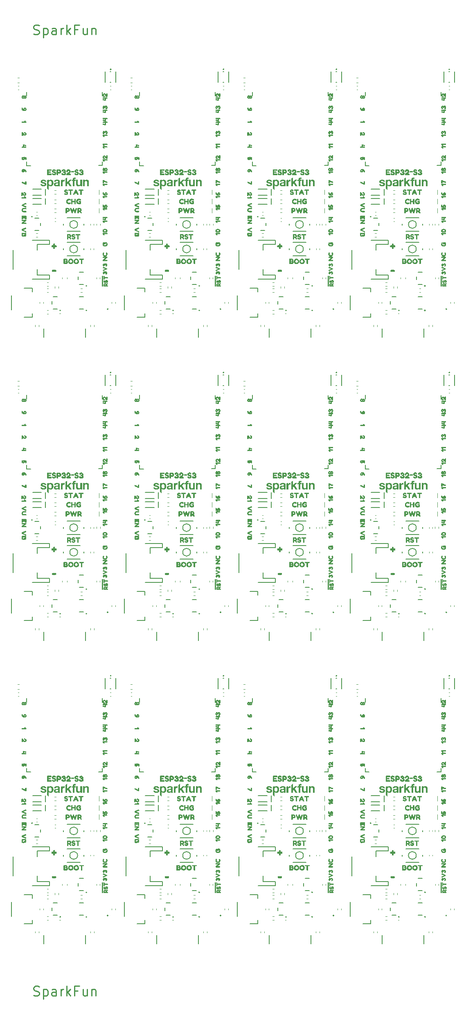
<source format=gto>
%TF.GenerationSoftware,KiCad,Pcbnew,7.0.10*%
%TF.CreationDate,2024-01-23T14:15:21-07:00*%
%TF.ProjectId,SparkFun_Thing_Plus_ESP32-S3_panelized,53706172-6b46-4756-9e5f-5468696e675f,rev?*%
%TF.SameCoordinates,Original*%
%TF.FileFunction,Legend,Top*%
%TF.FilePolarity,Positive*%
%FSLAX46Y46*%
G04 Gerber Fmt 4.6, Leading zero omitted, Abs format (unit mm)*
G04 Created by KiCad (PCBNEW 7.0.10) date 2024-01-23 14:15:21*
%MOMM*%
%LPD*%
G01*
G04 APERTURE LIST*
%ADD10C,0.250000*%
%ADD11C,0.120000*%
%ADD12C,0.203200*%
%ADD13C,0.200000*%
%ADD14C,0.127000*%
G04 APERTURE END LIST*
D10*
X5045425Y190548000D02*
X5331139Y190452761D01*
X5331139Y190452761D02*
X5807330Y190452761D01*
X5807330Y190452761D02*
X5997806Y190548000D01*
X5997806Y190548000D02*
X6093044Y190643238D01*
X6093044Y190643238D02*
X6188282Y190833714D01*
X6188282Y190833714D02*
X6188282Y191024190D01*
X6188282Y191024190D02*
X6093044Y191214666D01*
X6093044Y191214666D02*
X5997806Y191309904D01*
X5997806Y191309904D02*
X5807330Y191405142D01*
X5807330Y191405142D02*
X5426377Y191500380D01*
X5426377Y191500380D02*
X5235901Y191595619D01*
X5235901Y191595619D02*
X5140663Y191690857D01*
X5140663Y191690857D02*
X5045425Y191881333D01*
X5045425Y191881333D02*
X5045425Y192071809D01*
X5045425Y192071809D02*
X5140663Y192262285D01*
X5140663Y192262285D02*
X5235901Y192357523D01*
X5235901Y192357523D02*
X5426377Y192452761D01*
X5426377Y192452761D02*
X5902568Y192452761D01*
X5902568Y192452761D02*
X6188282Y192357523D01*
X7045425Y191786095D02*
X7045425Y189786095D01*
X7045425Y191690857D02*
X7235901Y191786095D01*
X7235901Y191786095D02*
X7616854Y191786095D01*
X7616854Y191786095D02*
X7807330Y191690857D01*
X7807330Y191690857D02*
X7902568Y191595619D01*
X7902568Y191595619D02*
X7997806Y191405142D01*
X7997806Y191405142D02*
X7997806Y190833714D01*
X7997806Y190833714D02*
X7902568Y190643238D01*
X7902568Y190643238D02*
X7807330Y190548000D01*
X7807330Y190548000D02*
X7616854Y190452761D01*
X7616854Y190452761D02*
X7235901Y190452761D01*
X7235901Y190452761D02*
X7045425Y190548000D01*
X9712092Y190452761D02*
X9712092Y191500380D01*
X9712092Y191500380D02*
X9616854Y191690857D01*
X9616854Y191690857D02*
X9426378Y191786095D01*
X9426378Y191786095D02*
X9045425Y191786095D01*
X9045425Y191786095D02*
X8854949Y191690857D01*
X9712092Y190548000D02*
X9521616Y190452761D01*
X9521616Y190452761D02*
X9045425Y190452761D01*
X9045425Y190452761D02*
X8854949Y190548000D01*
X8854949Y190548000D02*
X8759711Y190738476D01*
X8759711Y190738476D02*
X8759711Y190928952D01*
X8759711Y190928952D02*
X8854949Y191119428D01*
X8854949Y191119428D02*
X9045425Y191214666D01*
X9045425Y191214666D02*
X9521616Y191214666D01*
X9521616Y191214666D02*
X9712092Y191309904D01*
X10664473Y190452761D02*
X10664473Y191786095D01*
X10664473Y191405142D02*
X10759711Y191595619D01*
X10759711Y191595619D02*
X10854949Y191690857D01*
X10854949Y191690857D02*
X11045425Y191786095D01*
X11045425Y191786095D02*
X11235902Y191786095D01*
X11902568Y190452761D02*
X11902568Y192452761D01*
X12093044Y191214666D02*
X12664473Y190452761D01*
X12664473Y191786095D02*
X11902568Y191024190D01*
X14188283Y191500380D02*
X13521616Y191500380D01*
X13521616Y190452761D02*
X13521616Y192452761D01*
X13521616Y192452761D02*
X14473997Y192452761D01*
X16093045Y191786095D02*
X16093045Y190452761D01*
X15235902Y191786095D02*
X15235902Y190738476D01*
X15235902Y190738476D02*
X15331140Y190548000D01*
X15331140Y190548000D02*
X15521616Y190452761D01*
X15521616Y190452761D02*
X15807331Y190452761D01*
X15807331Y190452761D02*
X15997807Y190548000D01*
X15997807Y190548000D02*
X16093045Y190643238D01*
X17045426Y191786095D02*
X17045426Y190452761D01*
X17045426Y191595619D02*
X17140664Y191690857D01*
X17140664Y191690857D02*
X17331140Y191786095D01*
X17331140Y191786095D02*
X17616855Y191786095D01*
X17616855Y191786095D02*
X17807331Y191690857D01*
X17807331Y191690857D02*
X17902569Y191500380D01*
X17902569Y191500380D02*
X17902569Y190452761D01*
X5045425Y-8302000D02*
X5331139Y-8397238D01*
X5331139Y-8397238D02*
X5807330Y-8397238D01*
X5807330Y-8397238D02*
X5997806Y-8302000D01*
X5997806Y-8302000D02*
X6093044Y-8206761D01*
X6093044Y-8206761D02*
X6188282Y-8016285D01*
X6188282Y-8016285D02*
X6188282Y-7825809D01*
X6188282Y-7825809D02*
X6093044Y-7635333D01*
X6093044Y-7635333D02*
X5997806Y-7540095D01*
X5997806Y-7540095D02*
X5807330Y-7444857D01*
X5807330Y-7444857D02*
X5426377Y-7349619D01*
X5426377Y-7349619D02*
X5235901Y-7254380D01*
X5235901Y-7254380D02*
X5140663Y-7159142D01*
X5140663Y-7159142D02*
X5045425Y-6968666D01*
X5045425Y-6968666D02*
X5045425Y-6778190D01*
X5045425Y-6778190D02*
X5140663Y-6587714D01*
X5140663Y-6587714D02*
X5235901Y-6492476D01*
X5235901Y-6492476D02*
X5426377Y-6397238D01*
X5426377Y-6397238D02*
X5902568Y-6397238D01*
X5902568Y-6397238D02*
X6188282Y-6492476D01*
X7045425Y-7063904D02*
X7045425Y-9063904D01*
X7045425Y-7159142D02*
X7235901Y-7063904D01*
X7235901Y-7063904D02*
X7616854Y-7063904D01*
X7616854Y-7063904D02*
X7807330Y-7159142D01*
X7807330Y-7159142D02*
X7902568Y-7254380D01*
X7902568Y-7254380D02*
X7997806Y-7444857D01*
X7997806Y-7444857D02*
X7997806Y-8016285D01*
X7997806Y-8016285D02*
X7902568Y-8206761D01*
X7902568Y-8206761D02*
X7807330Y-8302000D01*
X7807330Y-8302000D02*
X7616854Y-8397238D01*
X7616854Y-8397238D02*
X7235901Y-8397238D01*
X7235901Y-8397238D02*
X7045425Y-8302000D01*
X9712092Y-8397238D02*
X9712092Y-7349619D01*
X9712092Y-7349619D02*
X9616854Y-7159142D01*
X9616854Y-7159142D02*
X9426378Y-7063904D01*
X9426378Y-7063904D02*
X9045425Y-7063904D01*
X9045425Y-7063904D02*
X8854949Y-7159142D01*
X9712092Y-8302000D02*
X9521616Y-8397238D01*
X9521616Y-8397238D02*
X9045425Y-8397238D01*
X9045425Y-8397238D02*
X8854949Y-8302000D01*
X8854949Y-8302000D02*
X8759711Y-8111523D01*
X8759711Y-8111523D02*
X8759711Y-7921047D01*
X8759711Y-7921047D02*
X8854949Y-7730571D01*
X8854949Y-7730571D02*
X9045425Y-7635333D01*
X9045425Y-7635333D02*
X9521616Y-7635333D01*
X9521616Y-7635333D02*
X9712092Y-7540095D01*
X10664473Y-8397238D02*
X10664473Y-7063904D01*
X10664473Y-7444857D02*
X10759711Y-7254380D01*
X10759711Y-7254380D02*
X10854949Y-7159142D01*
X10854949Y-7159142D02*
X11045425Y-7063904D01*
X11045425Y-7063904D02*
X11235902Y-7063904D01*
X11902568Y-8397238D02*
X11902568Y-6397238D01*
X12093044Y-7635333D02*
X12664473Y-8397238D01*
X12664473Y-7063904D02*
X11902568Y-7825809D01*
X14188283Y-7349619D02*
X13521616Y-7349619D01*
X13521616Y-8397238D02*
X13521616Y-6397238D01*
X13521616Y-6397238D02*
X14473997Y-6397238D01*
X16093045Y-7063904D02*
X16093045Y-8397238D01*
X15235902Y-7063904D02*
X15235902Y-8111523D01*
X15235902Y-8111523D02*
X15331140Y-8302000D01*
X15331140Y-8302000D02*
X15521616Y-8397238D01*
X15521616Y-8397238D02*
X15807331Y-8397238D01*
X15807331Y-8397238D02*
X15997807Y-8302000D01*
X15997807Y-8302000D02*
X16093045Y-8206761D01*
X17045426Y-7063904D02*
X17045426Y-8397238D01*
X17045426Y-7254380D02*
X17140664Y-7159142D01*
X17140664Y-7159142D02*
X17331140Y-7063904D01*
X17331140Y-7063904D02*
X17616855Y-7063904D01*
X17616855Y-7063904D02*
X17807331Y-7159142D01*
X17807331Y-7159142D02*
X17902569Y-7349619D01*
X17902569Y-7349619D02*
X17902569Y-8397238D01*
%TO.C,kibuzzard-656A4896*%
G36*
X83475246Y162196457D02*
G01*
X83512790Y162153237D01*
X83523268Y162072909D01*
X83513663Y161993455D01*
X83483104Y161950672D01*
X83395791Y161934956D01*
X82980184Y161934956D01*
X82902039Y161949799D01*
X82863185Y161994328D01*
X82854454Y162074656D01*
X82864931Y162153237D01*
X82898110Y162195147D01*
X82981930Y162210863D01*
X83397538Y162210863D01*
X83475246Y162196457D01*
G37*
G36*
X78748147Y162581941D02*
G01*
X78795296Y162565352D01*
X78834586Y162516457D01*
X78846810Y162423906D01*
X78834586Y162333101D01*
X78794422Y162284206D01*
X78746401Y162267616D01*
X78686155Y162264997D01*
X78204190Y162264997D01*
X78204190Y162109581D01*
X78527246Y162109581D01*
X78583999Y162106961D01*
X78625909Y162092991D01*
X78659088Y162051081D01*
X78668692Y161971627D01*
X78659088Y161893919D01*
X78625036Y161853755D01*
X78581380Y161839785D01*
X78523754Y161837166D01*
X78204190Y161837166D01*
X78204190Y161681749D01*
X78687901Y161681749D01*
X78748147Y161679130D01*
X78795296Y161662541D01*
X78834586Y161613646D01*
X78846810Y161521094D01*
X78834586Y161430289D01*
X78794422Y161381394D01*
X78746401Y161364805D01*
X78686155Y161362186D01*
X78043535Y161362186D01*
X77952730Y161374409D01*
X77903835Y161414573D01*
X77887246Y161462595D01*
X77884626Y161522841D01*
X77884626Y162425652D01*
X77920424Y162550509D01*
X78048774Y162584561D01*
X78687901Y162584561D01*
X78748147Y162581941D01*
G37*
G36*
X80458162Y162577576D02*
G01*
X80531941Y162556621D01*
X80605284Y162522569D01*
X80675134Y162476293D01*
X80737344Y162414520D01*
X80787767Y162333974D01*
X80821164Y162239458D01*
X80832296Y162135774D01*
X80821382Y162032527D01*
X80788640Y161939321D01*
X80738654Y161860085D01*
X80676007Y161798748D01*
X80605284Y161752473D01*
X80531068Y161718421D01*
X80456634Y161697466D01*
X80385256Y161690481D01*
X80198407Y161690481D01*
X80198407Y161522841D01*
X80195788Y161462595D01*
X80179199Y161415446D01*
X80130304Y161376156D01*
X80037752Y161363932D01*
X79946947Y161376156D01*
X79898052Y161416319D01*
X79881463Y161464341D01*
X79878844Y161524587D01*
X79878844Y162264997D01*
X80198407Y162264997D01*
X80198407Y162010044D01*
X80387002Y162010044D01*
X80473442Y162041477D01*
X80514479Y162137521D01*
X80476934Y162228326D01*
X80385256Y162264997D01*
X80198407Y162264997D01*
X79878844Y162264997D01*
X79878844Y162425652D01*
X79881463Y162484151D01*
X79898052Y162532173D01*
X79946947Y162572337D01*
X80039499Y162584561D01*
X80387002Y162584561D01*
X80458162Y162577576D01*
G37*
G36*
X82442339Y162587083D02*
G01*
X82550024Y162542263D01*
X82644904Y162467562D01*
X82718634Y162371518D01*
X82762873Y162262669D01*
X82777619Y162141013D01*
X82769106Y162052828D01*
X82743567Y161969881D01*
X82704058Y161895665D01*
X82653635Y161833673D01*
X82547114Y161741995D01*
X82442339Y161680003D01*
X82660620Y161680003D01*
X82720866Y161676511D01*
X82768014Y161659048D01*
X82807305Y161610153D01*
X82819529Y161517602D01*
X82807305Y161427670D01*
X82767141Y161379648D01*
X82717373Y161362186D01*
X82657128Y161358693D01*
X82026731Y161358693D01*
X81914971Y161406715D01*
X81867823Y161521094D01*
X81883539Y161609717D01*
X81930688Y161690481D01*
X81991370Y161752691D01*
X82075626Y161817084D01*
X82167741Y161877111D01*
X82251998Y161926224D01*
X82327741Y161975119D01*
X82394317Y162034492D01*
X82440811Y162099976D01*
X82456309Y162167207D01*
X82450197Y162213483D01*
X82411779Y162258885D01*
X82323594Y162282459D01*
X82221438Y162246225D01*
X82187386Y162137521D01*
X82184767Y162081641D01*
X82168178Y162037111D01*
X82119283Y162000440D01*
X82026731Y161989089D01*
X81935926Y162001313D01*
X81887031Y162041477D01*
X81870442Y162089499D01*
X81867823Y162149744D01*
X81881793Y162261310D01*
X81923703Y162365503D01*
X81993553Y162462323D01*
X82085910Y162539934D01*
X82195341Y162586501D01*
X82321848Y162602023D01*
X82442339Y162587083D01*
G37*
G36*
X79460520Y162592128D02*
G01*
X79571698Y162557203D01*
X79662309Y162498994D01*
X79725174Y162409063D01*
X79683264Y162301668D01*
X79580235Y162216975D01*
X79463236Y162249281D01*
X79443154Y162265870D01*
X79418707Y162285952D01*
X79384655Y162299049D01*
X79327029Y162305161D01*
X79262417Y162283333D01*
X79234477Y162230072D01*
X79265037Y162173319D01*
X79334014Y162142759D01*
X79440535Y162120931D01*
X79552295Y162093864D01*
X79651176Y162048462D01*
X79727793Y161982104D01*
X79776906Y161887370D01*
X79793277Y161756838D01*
X79785856Y161673455D01*
X79763591Y161597929D01*
X79687629Y161480058D01*
X79580235Y161402349D01*
X79460617Y161357820D01*
X79344491Y161344723D01*
X79246701Y161352581D01*
X79164627Y161371790D01*
X79097397Y161400603D01*
X79043263Y161433782D01*
X79001353Y161467834D01*
X78970794Y161498393D01*
X78951585Y161522841D01*
X78941107Y161535064D01*
X78897451Y161648571D01*
X78970794Y161760331D01*
X79043360Y161800688D01*
X79119031Y161789047D01*
X79197806Y161725406D01*
X79268529Y161661667D01*
X79337506Y161645078D01*
X79440535Y161670399D01*
X79471967Y161751599D01*
X79426565Y161805733D01*
X79289484Y161846770D01*
X79206319Y161869253D01*
X79140180Y161893046D01*
X79042390Y161948926D01*
X78972540Y162024014D01*
X78930630Y162118312D01*
X78916660Y162231818D01*
X78929660Y162332810D01*
X78968659Y162421577D01*
X79033659Y162498121D01*
X79118449Y162556815D01*
X79216821Y162592031D01*
X79328775Y162603769D01*
X79460520Y162592128D01*
G37*
G36*
X84133485Y162592128D02*
G01*
X84244663Y162557203D01*
X84335274Y162498994D01*
X84398139Y162409063D01*
X84356229Y162301668D01*
X84253200Y162216975D01*
X84136201Y162249281D01*
X84116119Y162265870D01*
X84091672Y162285952D01*
X84057620Y162299049D01*
X83999994Y162305161D01*
X83935383Y162283333D01*
X83907443Y162230072D01*
X83938002Y162173319D01*
X84006979Y162142759D01*
X84113500Y162120931D01*
X84225260Y162093864D01*
X84324141Y162048462D01*
X84400758Y161982104D01*
X84449871Y161887370D01*
X84466243Y161756838D01*
X84458821Y161673455D01*
X84436556Y161597929D01*
X84360594Y161480058D01*
X84253200Y161402349D01*
X84133582Y161357820D01*
X84017456Y161344723D01*
X83919666Y161352581D01*
X83837593Y161371790D01*
X83770362Y161400603D01*
X83716228Y161433782D01*
X83674318Y161467834D01*
X83643759Y161498393D01*
X83624550Y161522841D01*
X83614073Y161535064D01*
X83570416Y161648571D01*
X83643759Y161760331D01*
X83716325Y161800688D01*
X83791996Y161789047D01*
X83870771Y161725406D01*
X83941494Y161661667D01*
X84010471Y161645078D01*
X84113500Y161670399D01*
X84144933Y161751599D01*
X84099530Y161805733D01*
X83962449Y161846770D01*
X83879284Y161869253D01*
X83813145Y161893046D01*
X83715355Y161948926D01*
X83645505Y162024014D01*
X83603595Y162118312D01*
X83589625Y162231818D01*
X83602625Y162332810D01*
X83641624Y162421577D01*
X83706624Y162498121D01*
X83791414Y162556815D01*
X83889786Y162592031D01*
X84001740Y162603769D01*
X84133485Y162592128D01*
G37*
G36*
X81474431Y162588829D02*
G01*
X81582990Y162549248D01*
X81673116Y162483278D01*
X81740540Y162401204D01*
X81780995Y162313310D01*
X81794480Y162219594D01*
X81764357Y162091682D01*
X81673989Y162004806D01*
X81771779Y161910508D01*
X81807140Y161840658D01*
X81818928Y161756838D01*
X81804084Y161643817D01*
X81759555Y161544572D01*
X81685339Y161459103D01*
X81588423Y161393618D01*
X81475789Y161354327D01*
X81347440Y161341231D01*
X81228113Y161354327D01*
X81119263Y161393618D01*
X81020891Y161459103D01*
X80943280Y161541855D01*
X80896713Y161632951D01*
X80881191Y161732391D01*
X80924848Y161814901D01*
X81055816Y161842404D01*
X81151860Y161823196D01*
X81202501Y161741122D01*
X81205994Y161731517D01*
X81219091Y161710562D01*
X81245284Y161684369D01*
X81287194Y161663414D01*
X81349186Y161653809D01*
X81458327Y161680876D01*
X81499364Y161753346D01*
X81465748Y161829308D01*
X81364903Y161854628D01*
X81316881Y161854628D01*
X81276717Y161862486D01*
X81237426Y161884314D01*
X81216471Y161929717D01*
X81205994Y162006552D01*
X81217344Y162093864D01*
X81254016Y162139267D01*
X81298545Y162154110D01*
X81354425Y162156729D01*
X81366649Y162156729D01*
X81447849Y162168080D01*
X81473170Y162212609D01*
X81444357Y162272855D01*
X81364903Y162294683D01*
X81289814Y162277221D01*
X81239173Y162224833D01*
X81186009Y162152849D01*
X81112666Y162132476D01*
X81019145Y162163714D01*
X80932706Y162259758D01*
X80958026Y162380249D01*
X80960646Y162386361D01*
X80970250Y162405570D01*
X80987712Y162434383D01*
X81015652Y162469308D01*
X81054070Y162506853D01*
X81105584Y162542651D01*
X81170196Y162573210D01*
X81250523Y162594165D01*
X81347440Y162602023D01*
X81474431Y162588829D01*
G37*
G36*
X85108377Y162588829D02*
G01*
X85216936Y162549248D01*
X85307062Y162483278D01*
X85374487Y162401204D01*
X85414941Y162313310D01*
X85428426Y162219594D01*
X85398303Y162091682D01*
X85307935Y162004806D01*
X85405725Y161910508D01*
X85441087Y161840658D01*
X85452874Y161756838D01*
X85438031Y161643817D01*
X85393501Y161544572D01*
X85319286Y161459103D01*
X85222369Y161393618D01*
X85109736Y161354327D01*
X84981386Y161341231D01*
X84862059Y161354327D01*
X84753210Y161393618D01*
X84654838Y161459103D01*
X84577226Y161541855D01*
X84530660Y161632951D01*
X84515138Y161732391D01*
X84558794Y161814901D01*
X84689763Y161842404D01*
X84785806Y161823196D01*
X84836448Y161741122D01*
X84839940Y161731517D01*
X84853037Y161710562D01*
X84879231Y161684369D01*
X84921141Y161663414D01*
X84983133Y161653809D01*
X85092273Y161680876D01*
X85133310Y161753346D01*
X85099695Y161829308D01*
X84998849Y161854628D01*
X84950827Y161854628D01*
X84910663Y161862486D01*
X84871373Y161884314D01*
X84850418Y161929717D01*
X84839940Y162006552D01*
X84851291Y162093864D01*
X84887962Y162139267D01*
X84932491Y162154110D01*
X84988371Y162156729D01*
X85000595Y162156729D01*
X85081796Y162168080D01*
X85107116Y162212609D01*
X85078303Y162272855D01*
X84998849Y162294683D01*
X84923760Y162277221D01*
X84873119Y162224833D01*
X84819955Y162152849D01*
X84746613Y162132476D01*
X84653091Y162163714D01*
X84566652Y162259758D01*
X84591973Y162380249D01*
X84594592Y162386361D01*
X84604196Y162405570D01*
X84621659Y162434383D01*
X84649599Y162469308D01*
X84688016Y162506853D01*
X84739531Y162542651D01*
X84804142Y162573210D01*
X84884469Y162594165D01*
X84981386Y162602023D01*
X85108377Y162588829D01*
G37*
G36*
X83475246Y99466457D02*
G01*
X83512790Y99423237D01*
X83523268Y99342909D01*
X83513663Y99263455D01*
X83483104Y99220672D01*
X83395791Y99204956D01*
X82980184Y99204956D01*
X82902039Y99219799D01*
X82863185Y99264328D01*
X82854454Y99344656D01*
X82864931Y99423237D01*
X82898110Y99465147D01*
X82981930Y99480863D01*
X83397538Y99480863D01*
X83475246Y99466457D01*
G37*
G36*
X78748147Y99851941D02*
G01*
X78795296Y99835352D01*
X78834586Y99786457D01*
X78846810Y99693906D01*
X78834586Y99603101D01*
X78794422Y99554206D01*
X78746401Y99537616D01*
X78686155Y99534997D01*
X78204190Y99534997D01*
X78204190Y99379581D01*
X78527246Y99379581D01*
X78583999Y99376961D01*
X78625909Y99362991D01*
X78659088Y99321081D01*
X78668692Y99241627D01*
X78659088Y99163919D01*
X78625036Y99123755D01*
X78581380Y99109785D01*
X78523754Y99107166D01*
X78204190Y99107166D01*
X78204190Y98951749D01*
X78687901Y98951749D01*
X78748147Y98949130D01*
X78795296Y98932541D01*
X78834586Y98883646D01*
X78846810Y98791094D01*
X78834586Y98700289D01*
X78794422Y98651394D01*
X78746401Y98634805D01*
X78686155Y98632186D01*
X78043535Y98632186D01*
X77952730Y98644409D01*
X77903835Y98684573D01*
X77887246Y98732595D01*
X77884626Y98792841D01*
X77884626Y99695652D01*
X77920424Y99820509D01*
X78048774Y99854561D01*
X78687901Y99854561D01*
X78748147Y99851941D01*
G37*
G36*
X80458162Y99847576D02*
G01*
X80531941Y99826621D01*
X80605284Y99792569D01*
X80675134Y99746293D01*
X80737344Y99684520D01*
X80787767Y99603974D01*
X80821164Y99509458D01*
X80832296Y99405774D01*
X80821382Y99302527D01*
X80788640Y99209321D01*
X80738654Y99130085D01*
X80676007Y99068748D01*
X80605284Y99022473D01*
X80531068Y98988421D01*
X80456634Y98967466D01*
X80385256Y98960481D01*
X80198407Y98960481D01*
X80198407Y98792841D01*
X80195788Y98732595D01*
X80179199Y98685446D01*
X80130304Y98646156D01*
X80037752Y98633932D01*
X79946947Y98646156D01*
X79898052Y98686319D01*
X79881463Y98734341D01*
X79878844Y98794587D01*
X79878844Y99534997D01*
X80198407Y99534997D01*
X80198407Y99280044D01*
X80387002Y99280044D01*
X80473442Y99311477D01*
X80514479Y99407521D01*
X80476934Y99498326D01*
X80385256Y99534997D01*
X80198407Y99534997D01*
X79878844Y99534997D01*
X79878844Y99695652D01*
X79881463Y99754151D01*
X79898052Y99802173D01*
X79946947Y99842337D01*
X80039499Y99854561D01*
X80387002Y99854561D01*
X80458162Y99847576D01*
G37*
G36*
X82442339Y99857083D02*
G01*
X82550024Y99812263D01*
X82644904Y99737562D01*
X82718634Y99641518D01*
X82762873Y99532669D01*
X82777619Y99411013D01*
X82769106Y99322828D01*
X82743567Y99239881D01*
X82704058Y99165665D01*
X82653635Y99103673D01*
X82547114Y99011995D01*
X82442339Y98950003D01*
X82660620Y98950003D01*
X82720866Y98946511D01*
X82768014Y98929048D01*
X82807305Y98880153D01*
X82819529Y98787602D01*
X82807305Y98697670D01*
X82767141Y98649648D01*
X82717373Y98632186D01*
X82657128Y98628693D01*
X82026731Y98628693D01*
X81914971Y98676715D01*
X81867823Y98791094D01*
X81883539Y98879717D01*
X81930688Y98960481D01*
X81991370Y99022691D01*
X82075626Y99087084D01*
X82167741Y99147111D01*
X82251998Y99196224D01*
X82327741Y99245119D01*
X82394317Y99304492D01*
X82440811Y99369976D01*
X82456309Y99437207D01*
X82450197Y99483483D01*
X82411779Y99528885D01*
X82323594Y99552459D01*
X82221438Y99516225D01*
X82187386Y99407521D01*
X82184767Y99351641D01*
X82168178Y99307111D01*
X82119283Y99270440D01*
X82026731Y99259089D01*
X81935926Y99271313D01*
X81887031Y99311477D01*
X81870442Y99359499D01*
X81867823Y99419744D01*
X81881793Y99531310D01*
X81923703Y99635503D01*
X81993553Y99732323D01*
X82085910Y99809934D01*
X82195341Y99856501D01*
X82321848Y99872023D01*
X82442339Y99857083D01*
G37*
G36*
X79460520Y99862128D02*
G01*
X79571698Y99827203D01*
X79662309Y99768994D01*
X79725174Y99679063D01*
X79683264Y99571668D01*
X79580235Y99486975D01*
X79463236Y99519281D01*
X79443154Y99535870D01*
X79418707Y99555952D01*
X79384655Y99569049D01*
X79327029Y99575161D01*
X79262417Y99553333D01*
X79234477Y99500072D01*
X79265037Y99443319D01*
X79334014Y99412759D01*
X79440535Y99390931D01*
X79552295Y99363864D01*
X79651176Y99318462D01*
X79727793Y99252104D01*
X79776906Y99157370D01*
X79793277Y99026838D01*
X79785856Y98943455D01*
X79763591Y98867929D01*
X79687629Y98750058D01*
X79580235Y98672349D01*
X79460617Y98627820D01*
X79344491Y98614723D01*
X79246701Y98622581D01*
X79164627Y98641790D01*
X79097397Y98670603D01*
X79043263Y98703782D01*
X79001353Y98737834D01*
X78970794Y98768393D01*
X78951585Y98792841D01*
X78941107Y98805064D01*
X78897451Y98918571D01*
X78970794Y99030331D01*
X79043360Y99070688D01*
X79119031Y99059047D01*
X79197806Y98995406D01*
X79268529Y98931667D01*
X79337506Y98915078D01*
X79440535Y98940399D01*
X79471967Y99021599D01*
X79426565Y99075733D01*
X79289484Y99116770D01*
X79206319Y99139253D01*
X79140180Y99163046D01*
X79042390Y99218926D01*
X78972540Y99294014D01*
X78930630Y99388312D01*
X78916660Y99501818D01*
X78929660Y99602810D01*
X78968659Y99691577D01*
X79033659Y99768121D01*
X79118449Y99826815D01*
X79216821Y99862031D01*
X79328775Y99873769D01*
X79460520Y99862128D01*
G37*
G36*
X84133485Y99862128D02*
G01*
X84244663Y99827203D01*
X84335274Y99768994D01*
X84398139Y99679063D01*
X84356229Y99571668D01*
X84253200Y99486975D01*
X84136201Y99519281D01*
X84116119Y99535870D01*
X84091672Y99555952D01*
X84057620Y99569049D01*
X83999994Y99575161D01*
X83935383Y99553333D01*
X83907443Y99500072D01*
X83938002Y99443319D01*
X84006979Y99412759D01*
X84113500Y99390931D01*
X84225260Y99363864D01*
X84324141Y99318462D01*
X84400758Y99252104D01*
X84449871Y99157370D01*
X84466243Y99026838D01*
X84458821Y98943455D01*
X84436556Y98867929D01*
X84360594Y98750058D01*
X84253200Y98672349D01*
X84133582Y98627820D01*
X84017456Y98614723D01*
X83919666Y98622581D01*
X83837593Y98641790D01*
X83770362Y98670603D01*
X83716228Y98703782D01*
X83674318Y98737834D01*
X83643759Y98768393D01*
X83624550Y98792841D01*
X83614073Y98805064D01*
X83570416Y98918571D01*
X83643759Y99030331D01*
X83716325Y99070688D01*
X83791996Y99059047D01*
X83870771Y98995406D01*
X83941494Y98931667D01*
X84010471Y98915078D01*
X84113500Y98940399D01*
X84144933Y99021599D01*
X84099530Y99075733D01*
X83962449Y99116770D01*
X83879284Y99139253D01*
X83813145Y99163046D01*
X83715355Y99218926D01*
X83645505Y99294014D01*
X83603595Y99388312D01*
X83589625Y99501818D01*
X83602625Y99602810D01*
X83641624Y99691577D01*
X83706624Y99768121D01*
X83791414Y99826815D01*
X83889786Y99862031D01*
X84001740Y99873769D01*
X84133485Y99862128D01*
G37*
G36*
X81474431Y99858829D02*
G01*
X81582990Y99819248D01*
X81673116Y99753278D01*
X81740540Y99671204D01*
X81780995Y99583310D01*
X81794480Y99489594D01*
X81764357Y99361682D01*
X81673989Y99274806D01*
X81771779Y99180508D01*
X81807140Y99110658D01*
X81818928Y99026838D01*
X81804084Y98913817D01*
X81759555Y98814572D01*
X81685339Y98729103D01*
X81588423Y98663618D01*
X81475789Y98624327D01*
X81347440Y98611231D01*
X81228113Y98624327D01*
X81119263Y98663618D01*
X81020891Y98729103D01*
X80943280Y98811855D01*
X80896713Y98902951D01*
X80881191Y99002391D01*
X80924848Y99084901D01*
X81055816Y99112404D01*
X81151860Y99093196D01*
X81202501Y99011122D01*
X81205994Y99001517D01*
X81219091Y98980562D01*
X81245284Y98954369D01*
X81287194Y98933414D01*
X81349186Y98923809D01*
X81458327Y98950876D01*
X81499364Y99023346D01*
X81465748Y99099308D01*
X81364903Y99124628D01*
X81316881Y99124628D01*
X81276717Y99132486D01*
X81237426Y99154314D01*
X81216471Y99199717D01*
X81205994Y99276552D01*
X81217344Y99363864D01*
X81254016Y99409267D01*
X81298545Y99424110D01*
X81354425Y99426729D01*
X81366649Y99426729D01*
X81447849Y99438080D01*
X81473170Y99482609D01*
X81444357Y99542855D01*
X81364903Y99564683D01*
X81289814Y99547221D01*
X81239173Y99494833D01*
X81186009Y99422849D01*
X81112666Y99402476D01*
X81019145Y99433714D01*
X80932706Y99529758D01*
X80958026Y99650249D01*
X80960646Y99656361D01*
X80970250Y99675570D01*
X80987712Y99704383D01*
X81015652Y99739308D01*
X81054070Y99776853D01*
X81105584Y99812651D01*
X81170196Y99843210D01*
X81250523Y99864165D01*
X81347440Y99872023D01*
X81474431Y99858829D01*
G37*
G36*
X85108377Y99858829D02*
G01*
X85216936Y99819248D01*
X85307062Y99753278D01*
X85374487Y99671204D01*
X85414941Y99583310D01*
X85428426Y99489594D01*
X85398303Y99361682D01*
X85307935Y99274806D01*
X85405725Y99180508D01*
X85441087Y99110658D01*
X85452874Y99026838D01*
X85438031Y98913817D01*
X85393501Y98814572D01*
X85319286Y98729103D01*
X85222369Y98663618D01*
X85109736Y98624327D01*
X84981386Y98611231D01*
X84862059Y98624327D01*
X84753210Y98663618D01*
X84654838Y98729103D01*
X84577226Y98811855D01*
X84530660Y98902951D01*
X84515138Y99002391D01*
X84558794Y99084901D01*
X84689763Y99112404D01*
X84785806Y99093196D01*
X84836448Y99011122D01*
X84839940Y99001517D01*
X84853037Y98980562D01*
X84879231Y98954369D01*
X84921141Y98933414D01*
X84983133Y98923809D01*
X85092273Y98950876D01*
X85133310Y99023346D01*
X85099695Y99099308D01*
X84998849Y99124628D01*
X84950827Y99124628D01*
X84910663Y99132486D01*
X84871373Y99154314D01*
X84850418Y99199717D01*
X84839940Y99276552D01*
X84851291Y99363864D01*
X84887962Y99409267D01*
X84932491Y99424110D01*
X84988371Y99426729D01*
X85000595Y99426729D01*
X85081796Y99438080D01*
X85107116Y99482609D01*
X85078303Y99542855D01*
X84998849Y99564683D01*
X84923760Y99547221D01*
X84873119Y99494833D01*
X84819955Y99422849D01*
X84746613Y99402476D01*
X84653091Y99433714D01*
X84566652Y99529758D01*
X84591973Y99650249D01*
X84594592Y99656361D01*
X84604196Y99675570D01*
X84621659Y99704383D01*
X84649599Y99739308D01*
X84688016Y99776853D01*
X84739531Y99812651D01*
X84804142Y99843210D01*
X84884469Y99864165D01*
X84981386Y99872023D01*
X85108377Y99858829D01*
G37*
G36*
X83475246Y36736457D02*
G01*
X83512790Y36693237D01*
X83523268Y36612909D01*
X83513663Y36533455D01*
X83483104Y36490672D01*
X83395791Y36474956D01*
X82980184Y36474956D01*
X82902039Y36489799D01*
X82863185Y36534328D01*
X82854454Y36614656D01*
X82864931Y36693237D01*
X82898110Y36735147D01*
X82981930Y36750863D01*
X83397538Y36750863D01*
X83475246Y36736457D01*
G37*
G36*
X78748147Y37121941D02*
G01*
X78795296Y37105352D01*
X78834586Y37056457D01*
X78846810Y36963906D01*
X78834586Y36873101D01*
X78794422Y36824206D01*
X78746401Y36807616D01*
X78686155Y36804997D01*
X78204190Y36804997D01*
X78204190Y36649581D01*
X78527246Y36649581D01*
X78583999Y36646961D01*
X78625909Y36632991D01*
X78659088Y36591081D01*
X78668692Y36511627D01*
X78659088Y36433919D01*
X78625036Y36393755D01*
X78581380Y36379785D01*
X78523754Y36377166D01*
X78204190Y36377166D01*
X78204190Y36221749D01*
X78687901Y36221749D01*
X78748147Y36219130D01*
X78795296Y36202541D01*
X78834586Y36153646D01*
X78846810Y36061094D01*
X78834586Y35970289D01*
X78794422Y35921394D01*
X78746401Y35904805D01*
X78686155Y35902186D01*
X78043535Y35902186D01*
X77952730Y35914409D01*
X77903835Y35954573D01*
X77887246Y36002595D01*
X77884626Y36062841D01*
X77884626Y36965652D01*
X77920424Y37090509D01*
X78048774Y37124561D01*
X78687901Y37124561D01*
X78748147Y37121941D01*
G37*
G36*
X80458162Y37117576D02*
G01*
X80531941Y37096621D01*
X80605284Y37062569D01*
X80675134Y37016293D01*
X80737344Y36954520D01*
X80787767Y36873974D01*
X80821164Y36779458D01*
X80832296Y36675774D01*
X80821382Y36572527D01*
X80788640Y36479321D01*
X80738654Y36400085D01*
X80676007Y36338748D01*
X80605284Y36292473D01*
X80531068Y36258421D01*
X80456634Y36237466D01*
X80385256Y36230481D01*
X80198407Y36230481D01*
X80198407Y36062841D01*
X80195788Y36002595D01*
X80179199Y35955446D01*
X80130304Y35916156D01*
X80037752Y35903932D01*
X79946947Y35916156D01*
X79898052Y35956319D01*
X79881463Y36004341D01*
X79878844Y36064587D01*
X79878844Y36804997D01*
X80198407Y36804997D01*
X80198407Y36550044D01*
X80387002Y36550044D01*
X80473442Y36581477D01*
X80514479Y36677521D01*
X80476934Y36768326D01*
X80385256Y36804997D01*
X80198407Y36804997D01*
X79878844Y36804997D01*
X79878844Y36965652D01*
X79881463Y37024151D01*
X79898052Y37072173D01*
X79946947Y37112337D01*
X80039499Y37124561D01*
X80387002Y37124561D01*
X80458162Y37117576D01*
G37*
G36*
X82442339Y37127083D02*
G01*
X82550024Y37082263D01*
X82644904Y37007562D01*
X82718634Y36911518D01*
X82762873Y36802669D01*
X82777619Y36681013D01*
X82769106Y36592828D01*
X82743567Y36509881D01*
X82704058Y36435665D01*
X82653635Y36373673D01*
X82547114Y36281995D01*
X82442339Y36220003D01*
X82660620Y36220003D01*
X82720866Y36216511D01*
X82768014Y36199048D01*
X82807305Y36150153D01*
X82819529Y36057602D01*
X82807305Y35967670D01*
X82767141Y35919648D01*
X82717373Y35902186D01*
X82657128Y35898693D01*
X82026731Y35898693D01*
X81914971Y35946715D01*
X81867823Y36061094D01*
X81883539Y36149717D01*
X81930688Y36230481D01*
X81991370Y36292691D01*
X82075626Y36357084D01*
X82167741Y36417111D01*
X82251998Y36466224D01*
X82327741Y36515119D01*
X82394317Y36574492D01*
X82440811Y36639976D01*
X82456309Y36707207D01*
X82450197Y36753483D01*
X82411779Y36798885D01*
X82323594Y36822459D01*
X82221438Y36786225D01*
X82187386Y36677521D01*
X82184767Y36621641D01*
X82168178Y36577111D01*
X82119283Y36540440D01*
X82026731Y36529089D01*
X81935926Y36541313D01*
X81887031Y36581477D01*
X81870442Y36629499D01*
X81867823Y36689744D01*
X81881793Y36801310D01*
X81923703Y36905503D01*
X81993553Y37002323D01*
X82085910Y37079934D01*
X82195341Y37126501D01*
X82321848Y37142023D01*
X82442339Y37127083D01*
G37*
G36*
X79460520Y37132128D02*
G01*
X79571698Y37097203D01*
X79662309Y37038994D01*
X79725174Y36949063D01*
X79683264Y36841668D01*
X79580235Y36756975D01*
X79463236Y36789281D01*
X79443154Y36805870D01*
X79418707Y36825952D01*
X79384655Y36839049D01*
X79327029Y36845161D01*
X79262417Y36823333D01*
X79234477Y36770072D01*
X79265037Y36713319D01*
X79334014Y36682759D01*
X79440535Y36660931D01*
X79552295Y36633864D01*
X79651176Y36588462D01*
X79727793Y36522104D01*
X79776906Y36427370D01*
X79793277Y36296838D01*
X79785856Y36213455D01*
X79763591Y36137929D01*
X79687629Y36020058D01*
X79580235Y35942349D01*
X79460617Y35897820D01*
X79344491Y35884723D01*
X79246701Y35892581D01*
X79164627Y35911790D01*
X79097397Y35940603D01*
X79043263Y35973782D01*
X79001353Y36007834D01*
X78970794Y36038393D01*
X78951585Y36062841D01*
X78941107Y36075064D01*
X78897451Y36188571D01*
X78970794Y36300331D01*
X79043360Y36340688D01*
X79119031Y36329047D01*
X79197806Y36265406D01*
X79268529Y36201667D01*
X79337506Y36185078D01*
X79440535Y36210399D01*
X79471967Y36291599D01*
X79426565Y36345733D01*
X79289484Y36386770D01*
X79206319Y36409253D01*
X79140180Y36433046D01*
X79042390Y36488926D01*
X78972540Y36564014D01*
X78930630Y36658312D01*
X78916660Y36771818D01*
X78929660Y36872810D01*
X78968659Y36961577D01*
X79033659Y37038121D01*
X79118449Y37096815D01*
X79216821Y37132031D01*
X79328775Y37143769D01*
X79460520Y37132128D01*
G37*
G36*
X84133485Y37132128D02*
G01*
X84244663Y37097203D01*
X84335274Y37038994D01*
X84398139Y36949063D01*
X84356229Y36841668D01*
X84253200Y36756975D01*
X84136201Y36789281D01*
X84116119Y36805870D01*
X84091672Y36825952D01*
X84057620Y36839049D01*
X83999994Y36845161D01*
X83935383Y36823333D01*
X83907443Y36770072D01*
X83938002Y36713319D01*
X84006979Y36682759D01*
X84113500Y36660931D01*
X84225260Y36633864D01*
X84324141Y36588462D01*
X84400758Y36522104D01*
X84449871Y36427370D01*
X84466243Y36296838D01*
X84458821Y36213455D01*
X84436556Y36137929D01*
X84360594Y36020058D01*
X84253200Y35942349D01*
X84133582Y35897820D01*
X84017456Y35884723D01*
X83919666Y35892581D01*
X83837593Y35911790D01*
X83770362Y35940603D01*
X83716228Y35973782D01*
X83674318Y36007834D01*
X83643759Y36038393D01*
X83624550Y36062841D01*
X83614073Y36075064D01*
X83570416Y36188571D01*
X83643759Y36300331D01*
X83716325Y36340688D01*
X83791996Y36329047D01*
X83870771Y36265406D01*
X83941494Y36201667D01*
X84010471Y36185078D01*
X84113500Y36210399D01*
X84144933Y36291599D01*
X84099530Y36345733D01*
X83962449Y36386770D01*
X83879284Y36409253D01*
X83813145Y36433046D01*
X83715355Y36488926D01*
X83645505Y36564014D01*
X83603595Y36658312D01*
X83589625Y36771818D01*
X83602625Y36872810D01*
X83641624Y36961577D01*
X83706624Y37038121D01*
X83791414Y37096815D01*
X83889786Y37132031D01*
X84001740Y37143769D01*
X84133485Y37132128D01*
G37*
G36*
X81474431Y37128829D02*
G01*
X81582990Y37089248D01*
X81673116Y37023278D01*
X81740540Y36941204D01*
X81780995Y36853310D01*
X81794480Y36759594D01*
X81764357Y36631682D01*
X81673989Y36544806D01*
X81771779Y36450508D01*
X81807140Y36380658D01*
X81818928Y36296838D01*
X81804084Y36183817D01*
X81759555Y36084572D01*
X81685339Y35999103D01*
X81588423Y35933618D01*
X81475789Y35894327D01*
X81347440Y35881231D01*
X81228113Y35894327D01*
X81119263Y35933618D01*
X81020891Y35999103D01*
X80943280Y36081855D01*
X80896713Y36172951D01*
X80881191Y36272391D01*
X80924848Y36354901D01*
X81055816Y36382404D01*
X81151860Y36363196D01*
X81202501Y36281122D01*
X81205994Y36271517D01*
X81219091Y36250562D01*
X81245284Y36224369D01*
X81287194Y36203414D01*
X81349186Y36193809D01*
X81458327Y36220876D01*
X81499364Y36293346D01*
X81465748Y36369308D01*
X81364903Y36394628D01*
X81316881Y36394628D01*
X81276717Y36402486D01*
X81237426Y36424314D01*
X81216471Y36469717D01*
X81205994Y36546552D01*
X81217344Y36633864D01*
X81254016Y36679267D01*
X81298545Y36694110D01*
X81354425Y36696729D01*
X81366649Y36696729D01*
X81447849Y36708080D01*
X81473170Y36752609D01*
X81444357Y36812855D01*
X81364903Y36834683D01*
X81289814Y36817221D01*
X81239173Y36764833D01*
X81186009Y36692849D01*
X81112666Y36672476D01*
X81019145Y36703714D01*
X80932706Y36799758D01*
X80958026Y36920249D01*
X80960646Y36926361D01*
X80970250Y36945570D01*
X80987712Y36974383D01*
X81015652Y37009308D01*
X81054070Y37046853D01*
X81105584Y37082651D01*
X81170196Y37113210D01*
X81250523Y37134165D01*
X81347440Y37142023D01*
X81474431Y37128829D01*
G37*
G36*
X85108377Y37128829D02*
G01*
X85216936Y37089248D01*
X85307062Y37023278D01*
X85374487Y36941204D01*
X85414941Y36853310D01*
X85428426Y36759594D01*
X85398303Y36631682D01*
X85307935Y36544806D01*
X85405725Y36450508D01*
X85441087Y36380658D01*
X85452874Y36296838D01*
X85438031Y36183817D01*
X85393501Y36084572D01*
X85319286Y35999103D01*
X85222369Y35933618D01*
X85109736Y35894327D01*
X84981386Y35881231D01*
X84862059Y35894327D01*
X84753210Y35933618D01*
X84654838Y35999103D01*
X84577226Y36081855D01*
X84530660Y36172951D01*
X84515138Y36272391D01*
X84558794Y36354901D01*
X84689763Y36382404D01*
X84785806Y36363196D01*
X84836448Y36281122D01*
X84839940Y36271517D01*
X84853037Y36250562D01*
X84879231Y36224369D01*
X84921141Y36203414D01*
X84983133Y36193809D01*
X85092273Y36220876D01*
X85133310Y36293346D01*
X85099695Y36369308D01*
X84998849Y36394628D01*
X84950827Y36394628D01*
X84910663Y36402486D01*
X84871373Y36424314D01*
X84850418Y36469717D01*
X84839940Y36546552D01*
X84851291Y36633864D01*
X84887962Y36679267D01*
X84932491Y36694110D01*
X84988371Y36696729D01*
X85000595Y36696729D01*
X85081796Y36708080D01*
X85107116Y36752609D01*
X85078303Y36812855D01*
X84998849Y36834683D01*
X84923760Y36817221D01*
X84873119Y36764833D01*
X84819955Y36692849D01*
X84746613Y36672476D01*
X84653091Y36703714D01*
X84566652Y36799758D01*
X84591973Y36920249D01*
X84594592Y36926361D01*
X84604196Y36945570D01*
X84621659Y36974383D01*
X84649599Y37009308D01*
X84688016Y37046853D01*
X84739531Y37082651D01*
X84804142Y37113210D01*
X84884469Y37134165D01*
X84981386Y37142023D01*
X85108377Y37128829D01*
G37*
G36*
X60115246Y162196457D02*
G01*
X60152790Y162153237D01*
X60163268Y162072909D01*
X60153663Y161993455D01*
X60123104Y161950672D01*
X60035791Y161934956D01*
X59620184Y161934956D01*
X59542039Y161949799D01*
X59503185Y161994328D01*
X59494454Y162074656D01*
X59504931Y162153237D01*
X59538110Y162195147D01*
X59621930Y162210863D01*
X60037538Y162210863D01*
X60115246Y162196457D01*
G37*
G36*
X55388147Y162581941D02*
G01*
X55435296Y162565352D01*
X55474586Y162516457D01*
X55486810Y162423906D01*
X55474586Y162333101D01*
X55434422Y162284206D01*
X55386401Y162267616D01*
X55326155Y162264997D01*
X54844190Y162264997D01*
X54844190Y162109581D01*
X55167246Y162109581D01*
X55223999Y162106961D01*
X55265909Y162092991D01*
X55299088Y162051081D01*
X55308692Y161971627D01*
X55299088Y161893919D01*
X55265036Y161853755D01*
X55221380Y161839785D01*
X55163754Y161837166D01*
X54844190Y161837166D01*
X54844190Y161681749D01*
X55327901Y161681749D01*
X55388147Y161679130D01*
X55435296Y161662541D01*
X55474586Y161613646D01*
X55486810Y161521094D01*
X55474586Y161430289D01*
X55434422Y161381394D01*
X55386401Y161364805D01*
X55326155Y161362186D01*
X54683535Y161362186D01*
X54592730Y161374409D01*
X54543835Y161414573D01*
X54527246Y161462595D01*
X54524626Y161522841D01*
X54524626Y162425652D01*
X54560424Y162550509D01*
X54688774Y162584561D01*
X55327901Y162584561D01*
X55388147Y162581941D01*
G37*
G36*
X57098162Y162577576D02*
G01*
X57171941Y162556621D01*
X57245284Y162522569D01*
X57315134Y162476293D01*
X57377344Y162414520D01*
X57427767Y162333974D01*
X57461164Y162239458D01*
X57472296Y162135774D01*
X57461382Y162032527D01*
X57428640Y161939321D01*
X57378654Y161860085D01*
X57316007Y161798748D01*
X57245284Y161752473D01*
X57171068Y161718421D01*
X57096634Y161697466D01*
X57025256Y161690481D01*
X56838407Y161690481D01*
X56838407Y161522841D01*
X56835788Y161462595D01*
X56819199Y161415446D01*
X56770304Y161376156D01*
X56677752Y161363932D01*
X56586947Y161376156D01*
X56538052Y161416319D01*
X56521463Y161464341D01*
X56518844Y161524587D01*
X56518844Y162264997D01*
X56838407Y162264997D01*
X56838407Y162010044D01*
X57027002Y162010044D01*
X57113442Y162041477D01*
X57154479Y162137521D01*
X57116934Y162228326D01*
X57025256Y162264997D01*
X56838407Y162264997D01*
X56518844Y162264997D01*
X56518844Y162425652D01*
X56521463Y162484151D01*
X56538052Y162532173D01*
X56586947Y162572337D01*
X56679499Y162584561D01*
X57027002Y162584561D01*
X57098162Y162577576D01*
G37*
G36*
X59082339Y162587083D02*
G01*
X59190024Y162542263D01*
X59284904Y162467562D01*
X59358634Y162371518D01*
X59402873Y162262669D01*
X59417619Y162141013D01*
X59409106Y162052828D01*
X59383567Y161969881D01*
X59344058Y161895665D01*
X59293635Y161833673D01*
X59187114Y161741995D01*
X59082339Y161680003D01*
X59300620Y161680003D01*
X59360866Y161676511D01*
X59408014Y161659048D01*
X59447305Y161610153D01*
X59459529Y161517602D01*
X59447305Y161427670D01*
X59407141Y161379648D01*
X59357373Y161362186D01*
X59297128Y161358693D01*
X58666731Y161358693D01*
X58554971Y161406715D01*
X58507823Y161521094D01*
X58523539Y161609717D01*
X58570688Y161690481D01*
X58631370Y161752691D01*
X58715626Y161817084D01*
X58807741Y161877111D01*
X58891998Y161926224D01*
X58967741Y161975119D01*
X59034317Y162034492D01*
X59080811Y162099976D01*
X59096309Y162167207D01*
X59090197Y162213483D01*
X59051779Y162258885D01*
X58963594Y162282459D01*
X58861438Y162246225D01*
X58827386Y162137521D01*
X58824767Y162081641D01*
X58808178Y162037111D01*
X58759283Y162000440D01*
X58666731Y161989089D01*
X58575926Y162001313D01*
X58527031Y162041477D01*
X58510442Y162089499D01*
X58507823Y162149744D01*
X58521793Y162261310D01*
X58563703Y162365503D01*
X58633553Y162462323D01*
X58725910Y162539934D01*
X58835341Y162586501D01*
X58961848Y162602023D01*
X59082339Y162587083D01*
G37*
G36*
X56100520Y162592128D02*
G01*
X56211698Y162557203D01*
X56302309Y162498994D01*
X56365174Y162409063D01*
X56323264Y162301668D01*
X56220235Y162216975D01*
X56103236Y162249281D01*
X56083154Y162265870D01*
X56058707Y162285952D01*
X56024655Y162299049D01*
X55967029Y162305161D01*
X55902417Y162283333D01*
X55874477Y162230072D01*
X55905037Y162173319D01*
X55974014Y162142759D01*
X56080535Y162120931D01*
X56192295Y162093864D01*
X56291176Y162048462D01*
X56367793Y161982104D01*
X56416906Y161887370D01*
X56433277Y161756838D01*
X56425856Y161673455D01*
X56403591Y161597929D01*
X56327629Y161480058D01*
X56220235Y161402349D01*
X56100617Y161357820D01*
X55984491Y161344723D01*
X55886701Y161352581D01*
X55804627Y161371790D01*
X55737397Y161400603D01*
X55683263Y161433782D01*
X55641353Y161467834D01*
X55610794Y161498393D01*
X55591585Y161522841D01*
X55581107Y161535064D01*
X55537451Y161648571D01*
X55610794Y161760331D01*
X55683360Y161800688D01*
X55759031Y161789047D01*
X55837806Y161725406D01*
X55908529Y161661667D01*
X55977506Y161645078D01*
X56080535Y161670399D01*
X56111967Y161751599D01*
X56066565Y161805733D01*
X55929484Y161846770D01*
X55846319Y161869253D01*
X55780180Y161893046D01*
X55682390Y161948926D01*
X55612540Y162024014D01*
X55570630Y162118312D01*
X55556660Y162231818D01*
X55569660Y162332810D01*
X55608659Y162421577D01*
X55673659Y162498121D01*
X55758449Y162556815D01*
X55856821Y162592031D01*
X55968775Y162603769D01*
X56100520Y162592128D01*
G37*
G36*
X60773485Y162592128D02*
G01*
X60884663Y162557203D01*
X60975274Y162498994D01*
X61038139Y162409063D01*
X60996229Y162301668D01*
X60893200Y162216975D01*
X60776201Y162249281D01*
X60756119Y162265870D01*
X60731672Y162285952D01*
X60697620Y162299049D01*
X60639994Y162305161D01*
X60575383Y162283333D01*
X60547443Y162230072D01*
X60578002Y162173319D01*
X60646979Y162142759D01*
X60753500Y162120931D01*
X60865260Y162093864D01*
X60964141Y162048462D01*
X61040758Y161982104D01*
X61089871Y161887370D01*
X61106243Y161756838D01*
X61098821Y161673455D01*
X61076556Y161597929D01*
X61000594Y161480058D01*
X60893200Y161402349D01*
X60773582Y161357820D01*
X60657456Y161344723D01*
X60559666Y161352581D01*
X60477593Y161371790D01*
X60410362Y161400603D01*
X60356228Y161433782D01*
X60314318Y161467834D01*
X60283759Y161498393D01*
X60264550Y161522841D01*
X60254073Y161535064D01*
X60210416Y161648571D01*
X60283759Y161760331D01*
X60356325Y161800688D01*
X60431996Y161789047D01*
X60510771Y161725406D01*
X60581494Y161661667D01*
X60650471Y161645078D01*
X60753500Y161670399D01*
X60784933Y161751599D01*
X60739530Y161805733D01*
X60602449Y161846770D01*
X60519284Y161869253D01*
X60453145Y161893046D01*
X60355355Y161948926D01*
X60285505Y162024014D01*
X60243595Y162118312D01*
X60229625Y162231818D01*
X60242625Y162332810D01*
X60281624Y162421577D01*
X60346624Y162498121D01*
X60431414Y162556815D01*
X60529786Y162592031D01*
X60641740Y162603769D01*
X60773485Y162592128D01*
G37*
G36*
X58114431Y162588829D02*
G01*
X58222990Y162549248D01*
X58313116Y162483278D01*
X58380540Y162401204D01*
X58420995Y162313310D01*
X58434480Y162219594D01*
X58404357Y162091682D01*
X58313989Y162004806D01*
X58411779Y161910508D01*
X58447140Y161840658D01*
X58458928Y161756838D01*
X58444084Y161643817D01*
X58399555Y161544572D01*
X58325339Y161459103D01*
X58228423Y161393618D01*
X58115789Y161354327D01*
X57987440Y161341231D01*
X57868113Y161354327D01*
X57759263Y161393618D01*
X57660891Y161459103D01*
X57583280Y161541855D01*
X57536713Y161632951D01*
X57521191Y161732391D01*
X57564848Y161814901D01*
X57695816Y161842404D01*
X57791860Y161823196D01*
X57842501Y161741122D01*
X57845994Y161731517D01*
X57859091Y161710562D01*
X57885284Y161684369D01*
X57927194Y161663414D01*
X57989186Y161653809D01*
X58098327Y161680876D01*
X58139364Y161753346D01*
X58105748Y161829308D01*
X58004903Y161854628D01*
X57956881Y161854628D01*
X57916717Y161862486D01*
X57877426Y161884314D01*
X57856471Y161929717D01*
X57845994Y162006552D01*
X57857344Y162093864D01*
X57894016Y162139267D01*
X57938545Y162154110D01*
X57994425Y162156729D01*
X58006649Y162156729D01*
X58087849Y162168080D01*
X58113170Y162212609D01*
X58084357Y162272855D01*
X58004903Y162294683D01*
X57929814Y162277221D01*
X57879173Y162224833D01*
X57826009Y162152849D01*
X57752666Y162132476D01*
X57659145Y162163714D01*
X57572706Y162259758D01*
X57598026Y162380249D01*
X57600646Y162386361D01*
X57610250Y162405570D01*
X57627712Y162434383D01*
X57655652Y162469308D01*
X57694070Y162506853D01*
X57745584Y162542651D01*
X57810196Y162573210D01*
X57890523Y162594165D01*
X57987440Y162602023D01*
X58114431Y162588829D01*
G37*
G36*
X61748377Y162588829D02*
G01*
X61856936Y162549248D01*
X61947062Y162483278D01*
X62014487Y162401204D01*
X62054941Y162313310D01*
X62068426Y162219594D01*
X62038303Y162091682D01*
X61947935Y162004806D01*
X62045725Y161910508D01*
X62081087Y161840658D01*
X62092874Y161756838D01*
X62078031Y161643817D01*
X62033501Y161544572D01*
X61959286Y161459103D01*
X61862369Y161393618D01*
X61749736Y161354327D01*
X61621386Y161341231D01*
X61502059Y161354327D01*
X61393210Y161393618D01*
X61294838Y161459103D01*
X61217226Y161541855D01*
X61170660Y161632951D01*
X61155138Y161732391D01*
X61198794Y161814901D01*
X61329763Y161842404D01*
X61425806Y161823196D01*
X61476448Y161741122D01*
X61479940Y161731517D01*
X61493037Y161710562D01*
X61519231Y161684369D01*
X61561141Y161663414D01*
X61623133Y161653809D01*
X61732273Y161680876D01*
X61773310Y161753346D01*
X61739695Y161829308D01*
X61638849Y161854628D01*
X61590827Y161854628D01*
X61550663Y161862486D01*
X61511373Y161884314D01*
X61490418Y161929717D01*
X61479940Y162006552D01*
X61491291Y162093864D01*
X61527962Y162139267D01*
X61572491Y162154110D01*
X61628371Y162156729D01*
X61640595Y162156729D01*
X61721796Y162168080D01*
X61747116Y162212609D01*
X61718303Y162272855D01*
X61638849Y162294683D01*
X61563760Y162277221D01*
X61513119Y162224833D01*
X61459955Y162152849D01*
X61386613Y162132476D01*
X61293091Y162163714D01*
X61206652Y162259758D01*
X61231973Y162380249D01*
X61234592Y162386361D01*
X61244196Y162405570D01*
X61261659Y162434383D01*
X61289599Y162469308D01*
X61328016Y162506853D01*
X61379531Y162542651D01*
X61444142Y162573210D01*
X61524469Y162594165D01*
X61621386Y162602023D01*
X61748377Y162588829D01*
G37*
G36*
X60115246Y99466457D02*
G01*
X60152790Y99423237D01*
X60163268Y99342909D01*
X60153663Y99263455D01*
X60123104Y99220672D01*
X60035791Y99204956D01*
X59620184Y99204956D01*
X59542039Y99219799D01*
X59503185Y99264328D01*
X59494454Y99344656D01*
X59504931Y99423237D01*
X59538110Y99465147D01*
X59621930Y99480863D01*
X60037538Y99480863D01*
X60115246Y99466457D01*
G37*
G36*
X55388147Y99851941D02*
G01*
X55435296Y99835352D01*
X55474586Y99786457D01*
X55486810Y99693906D01*
X55474586Y99603101D01*
X55434422Y99554206D01*
X55386401Y99537616D01*
X55326155Y99534997D01*
X54844190Y99534997D01*
X54844190Y99379581D01*
X55167246Y99379581D01*
X55223999Y99376961D01*
X55265909Y99362991D01*
X55299088Y99321081D01*
X55308692Y99241627D01*
X55299088Y99163919D01*
X55265036Y99123755D01*
X55221380Y99109785D01*
X55163754Y99107166D01*
X54844190Y99107166D01*
X54844190Y98951749D01*
X55327901Y98951749D01*
X55388147Y98949130D01*
X55435296Y98932541D01*
X55474586Y98883646D01*
X55486810Y98791094D01*
X55474586Y98700289D01*
X55434422Y98651394D01*
X55386401Y98634805D01*
X55326155Y98632186D01*
X54683535Y98632186D01*
X54592730Y98644409D01*
X54543835Y98684573D01*
X54527246Y98732595D01*
X54524626Y98792841D01*
X54524626Y99695652D01*
X54560424Y99820509D01*
X54688774Y99854561D01*
X55327901Y99854561D01*
X55388147Y99851941D01*
G37*
G36*
X57098162Y99847576D02*
G01*
X57171941Y99826621D01*
X57245284Y99792569D01*
X57315134Y99746293D01*
X57377344Y99684520D01*
X57427767Y99603974D01*
X57461164Y99509458D01*
X57472296Y99405774D01*
X57461382Y99302527D01*
X57428640Y99209321D01*
X57378654Y99130085D01*
X57316007Y99068748D01*
X57245284Y99022473D01*
X57171068Y98988421D01*
X57096634Y98967466D01*
X57025256Y98960481D01*
X56838407Y98960481D01*
X56838407Y98792841D01*
X56835788Y98732595D01*
X56819199Y98685446D01*
X56770304Y98646156D01*
X56677752Y98633932D01*
X56586947Y98646156D01*
X56538052Y98686319D01*
X56521463Y98734341D01*
X56518844Y98794587D01*
X56518844Y99534997D01*
X56838407Y99534997D01*
X56838407Y99280044D01*
X57027002Y99280044D01*
X57113442Y99311477D01*
X57154479Y99407521D01*
X57116934Y99498326D01*
X57025256Y99534997D01*
X56838407Y99534997D01*
X56518844Y99534997D01*
X56518844Y99695652D01*
X56521463Y99754151D01*
X56538052Y99802173D01*
X56586947Y99842337D01*
X56679499Y99854561D01*
X57027002Y99854561D01*
X57098162Y99847576D01*
G37*
G36*
X59082339Y99857083D02*
G01*
X59190024Y99812263D01*
X59284904Y99737562D01*
X59358634Y99641518D01*
X59402873Y99532669D01*
X59417619Y99411013D01*
X59409106Y99322828D01*
X59383567Y99239881D01*
X59344058Y99165665D01*
X59293635Y99103673D01*
X59187114Y99011995D01*
X59082339Y98950003D01*
X59300620Y98950003D01*
X59360866Y98946511D01*
X59408014Y98929048D01*
X59447305Y98880153D01*
X59459529Y98787602D01*
X59447305Y98697670D01*
X59407141Y98649648D01*
X59357373Y98632186D01*
X59297128Y98628693D01*
X58666731Y98628693D01*
X58554971Y98676715D01*
X58507823Y98791094D01*
X58523539Y98879717D01*
X58570688Y98960481D01*
X58631370Y99022691D01*
X58715626Y99087084D01*
X58807741Y99147111D01*
X58891998Y99196224D01*
X58967741Y99245119D01*
X59034317Y99304492D01*
X59080811Y99369976D01*
X59096309Y99437207D01*
X59090197Y99483483D01*
X59051779Y99528885D01*
X58963594Y99552459D01*
X58861438Y99516225D01*
X58827386Y99407521D01*
X58824767Y99351641D01*
X58808178Y99307111D01*
X58759283Y99270440D01*
X58666731Y99259089D01*
X58575926Y99271313D01*
X58527031Y99311477D01*
X58510442Y99359499D01*
X58507823Y99419744D01*
X58521793Y99531310D01*
X58563703Y99635503D01*
X58633553Y99732323D01*
X58725910Y99809934D01*
X58835341Y99856501D01*
X58961848Y99872023D01*
X59082339Y99857083D01*
G37*
G36*
X56100520Y99862128D02*
G01*
X56211698Y99827203D01*
X56302309Y99768994D01*
X56365174Y99679063D01*
X56323264Y99571668D01*
X56220235Y99486975D01*
X56103236Y99519281D01*
X56083154Y99535870D01*
X56058707Y99555952D01*
X56024655Y99569049D01*
X55967029Y99575161D01*
X55902417Y99553333D01*
X55874477Y99500072D01*
X55905037Y99443319D01*
X55974014Y99412759D01*
X56080535Y99390931D01*
X56192295Y99363864D01*
X56291176Y99318462D01*
X56367793Y99252104D01*
X56416906Y99157370D01*
X56433277Y99026838D01*
X56425856Y98943455D01*
X56403591Y98867929D01*
X56327629Y98750058D01*
X56220235Y98672349D01*
X56100617Y98627820D01*
X55984491Y98614723D01*
X55886701Y98622581D01*
X55804627Y98641790D01*
X55737397Y98670603D01*
X55683263Y98703782D01*
X55641353Y98737834D01*
X55610794Y98768393D01*
X55591585Y98792841D01*
X55581107Y98805064D01*
X55537451Y98918571D01*
X55610794Y99030331D01*
X55683360Y99070688D01*
X55759031Y99059047D01*
X55837806Y98995406D01*
X55908529Y98931667D01*
X55977506Y98915078D01*
X56080535Y98940399D01*
X56111967Y99021599D01*
X56066565Y99075733D01*
X55929484Y99116770D01*
X55846319Y99139253D01*
X55780180Y99163046D01*
X55682390Y99218926D01*
X55612540Y99294014D01*
X55570630Y99388312D01*
X55556660Y99501818D01*
X55569660Y99602810D01*
X55608659Y99691577D01*
X55673659Y99768121D01*
X55758449Y99826815D01*
X55856821Y99862031D01*
X55968775Y99873769D01*
X56100520Y99862128D01*
G37*
G36*
X60773485Y99862128D02*
G01*
X60884663Y99827203D01*
X60975274Y99768994D01*
X61038139Y99679063D01*
X60996229Y99571668D01*
X60893200Y99486975D01*
X60776201Y99519281D01*
X60756119Y99535870D01*
X60731672Y99555952D01*
X60697620Y99569049D01*
X60639994Y99575161D01*
X60575383Y99553333D01*
X60547443Y99500072D01*
X60578002Y99443319D01*
X60646979Y99412759D01*
X60753500Y99390931D01*
X60865260Y99363864D01*
X60964141Y99318462D01*
X61040758Y99252104D01*
X61089871Y99157370D01*
X61106243Y99026838D01*
X61098821Y98943455D01*
X61076556Y98867929D01*
X61000594Y98750058D01*
X60893200Y98672349D01*
X60773582Y98627820D01*
X60657456Y98614723D01*
X60559666Y98622581D01*
X60477593Y98641790D01*
X60410362Y98670603D01*
X60356228Y98703782D01*
X60314318Y98737834D01*
X60283759Y98768393D01*
X60264550Y98792841D01*
X60254073Y98805064D01*
X60210416Y98918571D01*
X60283759Y99030331D01*
X60356325Y99070688D01*
X60431996Y99059047D01*
X60510771Y98995406D01*
X60581494Y98931667D01*
X60650471Y98915078D01*
X60753500Y98940399D01*
X60784933Y99021599D01*
X60739530Y99075733D01*
X60602449Y99116770D01*
X60519284Y99139253D01*
X60453145Y99163046D01*
X60355355Y99218926D01*
X60285505Y99294014D01*
X60243595Y99388312D01*
X60229625Y99501818D01*
X60242625Y99602810D01*
X60281624Y99691577D01*
X60346624Y99768121D01*
X60431414Y99826815D01*
X60529786Y99862031D01*
X60641740Y99873769D01*
X60773485Y99862128D01*
G37*
G36*
X58114431Y99858829D02*
G01*
X58222990Y99819248D01*
X58313116Y99753278D01*
X58380540Y99671204D01*
X58420995Y99583310D01*
X58434480Y99489594D01*
X58404357Y99361682D01*
X58313989Y99274806D01*
X58411779Y99180508D01*
X58447140Y99110658D01*
X58458928Y99026838D01*
X58444084Y98913817D01*
X58399555Y98814572D01*
X58325339Y98729103D01*
X58228423Y98663618D01*
X58115789Y98624327D01*
X57987440Y98611231D01*
X57868113Y98624327D01*
X57759263Y98663618D01*
X57660891Y98729103D01*
X57583280Y98811855D01*
X57536713Y98902951D01*
X57521191Y99002391D01*
X57564848Y99084901D01*
X57695816Y99112404D01*
X57791860Y99093196D01*
X57842501Y99011122D01*
X57845994Y99001517D01*
X57859091Y98980562D01*
X57885284Y98954369D01*
X57927194Y98933414D01*
X57989186Y98923809D01*
X58098327Y98950876D01*
X58139364Y99023346D01*
X58105748Y99099308D01*
X58004903Y99124628D01*
X57956881Y99124628D01*
X57916717Y99132486D01*
X57877426Y99154314D01*
X57856471Y99199717D01*
X57845994Y99276552D01*
X57857344Y99363864D01*
X57894016Y99409267D01*
X57938545Y99424110D01*
X57994425Y99426729D01*
X58006649Y99426729D01*
X58087849Y99438080D01*
X58113170Y99482609D01*
X58084357Y99542855D01*
X58004903Y99564683D01*
X57929814Y99547221D01*
X57879173Y99494833D01*
X57826009Y99422849D01*
X57752666Y99402476D01*
X57659145Y99433714D01*
X57572706Y99529758D01*
X57598026Y99650249D01*
X57600646Y99656361D01*
X57610250Y99675570D01*
X57627712Y99704383D01*
X57655652Y99739308D01*
X57694070Y99776853D01*
X57745584Y99812651D01*
X57810196Y99843210D01*
X57890523Y99864165D01*
X57987440Y99872023D01*
X58114431Y99858829D01*
G37*
G36*
X61748377Y99858829D02*
G01*
X61856936Y99819248D01*
X61947062Y99753278D01*
X62014487Y99671204D01*
X62054941Y99583310D01*
X62068426Y99489594D01*
X62038303Y99361682D01*
X61947935Y99274806D01*
X62045725Y99180508D01*
X62081087Y99110658D01*
X62092874Y99026838D01*
X62078031Y98913817D01*
X62033501Y98814572D01*
X61959286Y98729103D01*
X61862369Y98663618D01*
X61749736Y98624327D01*
X61621386Y98611231D01*
X61502059Y98624327D01*
X61393210Y98663618D01*
X61294838Y98729103D01*
X61217226Y98811855D01*
X61170660Y98902951D01*
X61155138Y99002391D01*
X61198794Y99084901D01*
X61329763Y99112404D01*
X61425806Y99093196D01*
X61476448Y99011122D01*
X61479940Y99001517D01*
X61493037Y98980562D01*
X61519231Y98954369D01*
X61561141Y98933414D01*
X61623133Y98923809D01*
X61732273Y98950876D01*
X61773310Y99023346D01*
X61739695Y99099308D01*
X61638849Y99124628D01*
X61590827Y99124628D01*
X61550663Y99132486D01*
X61511373Y99154314D01*
X61490418Y99199717D01*
X61479940Y99276552D01*
X61491291Y99363864D01*
X61527962Y99409267D01*
X61572491Y99424110D01*
X61628371Y99426729D01*
X61640595Y99426729D01*
X61721796Y99438080D01*
X61747116Y99482609D01*
X61718303Y99542855D01*
X61638849Y99564683D01*
X61563760Y99547221D01*
X61513119Y99494833D01*
X61459955Y99422849D01*
X61386613Y99402476D01*
X61293091Y99433714D01*
X61206652Y99529758D01*
X61231973Y99650249D01*
X61234592Y99656361D01*
X61244196Y99675570D01*
X61261659Y99704383D01*
X61289599Y99739308D01*
X61328016Y99776853D01*
X61379531Y99812651D01*
X61444142Y99843210D01*
X61524469Y99864165D01*
X61621386Y99872023D01*
X61748377Y99858829D01*
G37*
G36*
X60115246Y36736457D02*
G01*
X60152790Y36693237D01*
X60163268Y36612909D01*
X60153663Y36533455D01*
X60123104Y36490672D01*
X60035791Y36474956D01*
X59620184Y36474956D01*
X59542039Y36489799D01*
X59503185Y36534328D01*
X59494454Y36614656D01*
X59504931Y36693237D01*
X59538110Y36735147D01*
X59621930Y36750863D01*
X60037538Y36750863D01*
X60115246Y36736457D01*
G37*
G36*
X55388147Y37121941D02*
G01*
X55435296Y37105352D01*
X55474586Y37056457D01*
X55486810Y36963906D01*
X55474586Y36873101D01*
X55434422Y36824206D01*
X55386401Y36807616D01*
X55326155Y36804997D01*
X54844190Y36804997D01*
X54844190Y36649581D01*
X55167246Y36649581D01*
X55223999Y36646961D01*
X55265909Y36632991D01*
X55299088Y36591081D01*
X55308692Y36511627D01*
X55299088Y36433919D01*
X55265036Y36393755D01*
X55221380Y36379785D01*
X55163754Y36377166D01*
X54844190Y36377166D01*
X54844190Y36221749D01*
X55327901Y36221749D01*
X55388147Y36219130D01*
X55435296Y36202541D01*
X55474586Y36153646D01*
X55486810Y36061094D01*
X55474586Y35970289D01*
X55434422Y35921394D01*
X55386401Y35904805D01*
X55326155Y35902186D01*
X54683535Y35902186D01*
X54592730Y35914409D01*
X54543835Y35954573D01*
X54527246Y36002595D01*
X54524626Y36062841D01*
X54524626Y36965652D01*
X54560424Y37090509D01*
X54688774Y37124561D01*
X55327901Y37124561D01*
X55388147Y37121941D01*
G37*
G36*
X57098162Y37117576D02*
G01*
X57171941Y37096621D01*
X57245284Y37062569D01*
X57315134Y37016293D01*
X57377344Y36954520D01*
X57427767Y36873974D01*
X57461164Y36779458D01*
X57472296Y36675774D01*
X57461382Y36572527D01*
X57428640Y36479321D01*
X57378654Y36400085D01*
X57316007Y36338748D01*
X57245284Y36292473D01*
X57171068Y36258421D01*
X57096634Y36237466D01*
X57025256Y36230481D01*
X56838407Y36230481D01*
X56838407Y36062841D01*
X56835788Y36002595D01*
X56819199Y35955446D01*
X56770304Y35916156D01*
X56677752Y35903932D01*
X56586947Y35916156D01*
X56538052Y35956319D01*
X56521463Y36004341D01*
X56518844Y36064587D01*
X56518844Y36804997D01*
X56838407Y36804997D01*
X56838407Y36550044D01*
X57027002Y36550044D01*
X57113442Y36581477D01*
X57154479Y36677521D01*
X57116934Y36768326D01*
X57025256Y36804997D01*
X56838407Y36804997D01*
X56518844Y36804997D01*
X56518844Y36965652D01*
X56521463Y37024151D01*
X56538052Y37072173D01*
X56586947Y37112337D01*
X56679499Y37124561D01*
X57027002Y37124561D01*
X57098162Y37117576D01*
G37*
G36*
X59082339Y37127083D02*
G01*
X59190024Y37082263D01*
X59284904Y37007562D01*
X59358634Y36911518D01*
X59402873Y36802669D01*
X59417619Y36681013D01*
X59409106Y36592828D01*
X59383567Y36509881D01*
X59344058Y36435665D01*
X59293635Y36373673D01*
X59187114Y36281995D01*
X59082339Y36220003D01*
X59300620Y36220003D01*
X59360866Y36216511D01*
X59408014Y36199048D01*
X59447305Y36150153D01*
X59459529Y36057602D01*
X59447305Y35967670D01*
X59407141Y35919648D01*
X59357373Y35902186D01*
X59297128Y35898693D01*
X58666731Y35898693D01*
X58554971Y35946715D01*
X58507823Y36061094D01*
X58523539Y36149717D01*
X58570688Y36230481D01*
X58631370Y36292691D01*
X58715626Y36357084D01*
X58807741Y36417111D01*
X58891998Y36466224D01*
X58967741Y36515119D01*
X59034317Y36574492D01*
X59080811Y36639976D01*
X59096309Y36707207D01*
X59090197Y36753483D01*
X59051779Y36798885D01*
X58963594Y36822459D01*
X58861438Y36786225D01*
X58827386Y36677521D01*
X58824767Y36621641D01*
X58808178Y36577111D01*
X58759283Y36540440D01*
X58666731Y36529089D01*
X58575926Y36541313D01*
X58527031Y36581477D01*
X58510442Y36629499D01*
X58507823Y36689744D01*
X58521793Y36801310D01*
X58563703Y36905503D01*
X58633553Y37002323D01*
X58725910Y37079934D01*
X58835341Y37126501D01*
X58961848Y37142023D01*
X59082339Y37127083D01*
G37*
G36*
X56100520Y37132128D02*
G01*
X56211698Y37097203D01*
X56302309Y37038994D01*
X56365174Y36949063D01*
X56323264Y36841668D01*
X56220235Y36756975D01*
X56103236Y36789281D01*
X56083154Y36805870D01*
X56058707Y36825952D01*
X56024655Y36839049D01*
X55967029Y36845161D01*
X55902417Y36823333D01*
X55874477Y36770072D01*
X55905037Y36713319D01*
X55974014Y36682759D01*
X56080535Y36660931D01*
X56192295Y36633864D01*
X56291176Y36588462D01*
X56367793Y36522104D01*
X56416906Y36427370D01*
X56433277Y36296838D01*
X56425856Y36213455D01*
X56403591Y36137929D01*
X56327629Y36020058D01*
X56220235Y35942349D01*
X56100617Y35897820D01*
X55984491Y35884723D01*
X55886701Y35892581D01*
X55804627Y35911790D01*
X55737397Y35940603D01*
X55683263Y35973782D01*
X55641353Y36007834D01*
X55610794Y36038393D01*
X55591585Y36062841D01*
X55581107Y36075064D01*
X55537451Y36188571D01*
X55610794Y36300331D01*
X55683360Y36340688D01*
X55759031Y36329047D01*
X55837806Y36265406D01*
X55908529Y36201667D01*
X55977506Y36185078D01*
X56080535Y36210399D01*
X56111967Y36291599D01*
X56066565Y36345733D01*
X55929484Y36386770D01*
X55846319Y36409253D01*
X55780180Y36433046D01*
X55682390Y36488926D01*
X55612540Y36564014D01*
X55570630Y36658312D01*
X55556660Y36771818D01*
X55569660Y36872810D01*
X55608659Y36961577D01*
X55673659Y37038121D01*
X55758449Y37096815D01*
X55856821Y37132031D01*
X55968775Y37143769D01*
X56100520Y37132128D01*
G37*
G36*
X60773485Y37132128D02*
G01*
X60884663Y37097203D01*
X60975274Y37038994D01*
X61038139Y36949063D01*
X60996229Y36841668D01*
X60893200Y36756975D01*
X60776201Y36789281D01*
X60756119Y36805870D01*
X60731672Y36825952D01*
X60697620Y36839049D01*
X60639994Y36845161D01*
X60575383Y36823333D01*
X60547443Y36770072D01*
X60578002Y36713319D01*
X60646979Y36682759D01*
X60753500Y36660931D01*
X60865260Y36633864D01*
X60964141Y36588462D01*
X61040758Y36522104D01*
X61089871Y36427370D01*
X61106243Y36296838D01*
X61098821Y36213455D01*
X61076556Y36137929D01*
X61000594Y36020058D01*
X60893200Y35942349D01*
X60773582Y35897820D01*
X60657456Y35884723D01*
X60559666Y35892581D01*
X60477593Y35911790D01*
X60410362Y35940603D01*
X60356228Y35973782D01*
X60314318Y36007834D01*
X60283759Y36038393D01*
X60264550Y36062841D01*
X60254073Y36075064D01*
X60210416Y36188571D01*
X60283759Y36300331D01*
X60356325Y36340688D01*
X60431996Y36329047D01*
X60510771Y36265406D01*
X60581494Y36201667D01*
X60650471Y36185078D01*
X60753500Y36210399D01*
X60784933Y36291599D01*
X60739530Y36345733D01*
X60602449Y36386770D01*
X60519284Y36409253D01*
X60453145Y36433046D01*
X60355355Y36488926D01*
X60285505Y36564014D01*
X60243595Y36658312D01*
X60229625Y36771818D01*
X60242625Y36872810D01*
X60281624Y36961577D01*
X60346624Y37038121D01*
X60431414Y37096815D01*
X60529786Y37132031D01*
X60641740Y37143769D01*
X60773485Y37132128D01*
G37*
G36*
X58114431Y37128829D02*
G01*
X58222990Y37089248D01*
X58313116Y37023278D01*
X58380540Y36941204D01*
X58420995Y36853310D01*
X58434480Y36759594D01*
X58404357Y36631682D01*
X58313989Y36544806D01*
X58411779Y36450508D01*
X58447140Y36380658D01*
X58458928Y36296838D01*
X58444084Y36183817D01*
X58399555Y36084572D01*
X58325339Y35999103D01*
X58228423Y35933618D01*
X58115789Y35894327D01*
X57987440Y35881231D01*
X57868113Y35894327D01*
X57759263Y35933618D01*
X57660891Y35999103D01*
X57583280Y36081855D01*
X57536713Y36172951D01*
X57521191Y36272391D01*
X57564848Y36354901D01*
X57695816Y36382404D01*
X57791860Y36363196D01*
X57842501Y36281122D01*
X57845994Y36271517D01*
X57859091Y36250562D01*
X57885284Y36224369D01*
X57927194Y36203414D01*
X57989186Y36193809D01*
X58098327Y36220876D01*
X58139364Y36293346D01*
X58105748Y36369308D01*
X58004903Y36394628D01*
X57956881Y36394628D01*
X57916717Y36402486D01*
X57877426Y36424314D01*
X57856471Y36469717D01*
X57845994Y36546552D01*
X57857344Y36633864D01*
X57894016Y36679267D01*
X57938545Y36694110D01*
X57994425Y36696729D01*
X58006649Y36696729D01*
X58087849Y36708080D01*
X58113170Y36752609D01*
X58084357Y36812855D01*
X58004903Y36834683D01*
X57929814Y36817221D01*
X57879173Y36764833D01*
X57826009Y36692849D01*
X57752666Y36672476D01*
X57659145Y36703714D01*
X57572706Y36799758D01*
X57598026Y36920249D01*
X57600646Y36926361D01*
X57610250Y36945570D01*
X57627712Y36974383D01*
X57655652Y37009308D01*
X57694070Y37046853D01*
X57745584Y37082651D01*
X57810196Y37113210D01*
X57890523Y37134165D01*
X57987440Y37142023D01*
X58114431Y37128829D01*
G37*
G36*
X61748377Y37128829D02*
G01*
X61856936Y37089248D01*
X61947062Y37023278D01*
X62014487Y36941204D01*
X62054941Y36853310D01*
X62068426Y36759594D01*
X62038303Y36631682D01*
X61947935Y36544806D01*
X62045725Y36450508D01*
X62081087Y36380658D01*
X62092874Y36296838D01*
X62078031Y36183817D01*
X62033501Y36084572D01*
X61959286Y35999103D01*
X61862369Y35933618D01*
X61749736Y35894327D01*
X61621386Y35881231D01*
X61502059Y35894327D01*
X61393210Y35933618D01*
X61294838Y35999103D01*
X61217226Y36081855D01*
X61170660Y36172951D01*
X61155138Y36272391D01*
X61198794Y36354901D01*
X61329763Y36382404D01*
X61425806Y36363196D01*
X61476448Y36281122D01*
X61479940Y36271517D01*
X61493037Y36250562D01*
X61519231Y36224369D01*
X61561141Y36203414D01*
X61623133Y36193809D01*
X61732273Y36220876D01*
X61773310Y36293346D01*
X61739695Y36369308D01*
X61638849Y36394628D01*
X61590827Y36394628D01*
X61550663Y36402486D01*
X61511373Y36424314D01*
X61490418Y36469717D01*
X61479940Y36546552D01*
X61491291Y36633864D01*
X61527962Y36679267D01*
X61572491Y36694110D01*
X61628371Y36696729D01*
X61640595Y36696729D01*
X61721796Y36708080D01*
X61747116Y36752609D01*
X61718303Y36812855D01*
X61638849Y36834683D01*
X61563760Y36817221D01*
X61513119Y36764833D01*
X61459955Y36692849D01*
X61386613Y36672476D01*
X61293091Y36703714D01*
X61206652Y36799758D01*
X61231973Y36920249D01*
X61234592Y36926361D01*
X61244196Y36945570D01*
X61261659Y36974383D01*
X61289599Y37009308D01*
X61328016Y37046853D01*
X61379531Y37082651D01*
X61444142Y37113210D01*
X61524469Y37134165D01*
X61621386Y37142023D01*
X61748377Y37128829D01*
G37*
G36*
X36755246Y162196457D02*
G01*
X36792790Y162153237D01*
X36803268Y162072909D01*
X36793663Y161993455D01*
X36763104Y161950672D01*
X36675791Y161934956D01*
X36260184Y161934956D01*
X36182039Y161949799D01*
X36143185Y161994328D01*
X36134454Y162074656D01*
X36144931Y162153237D01*
X36178110Y162195147D01*
X36261930Y162210863D01*
X36677538Y162210863D01*
X36755246Y162196457D01*
G37*
G36*
X32028147Y162581941D02*
G01*
X32075296Y162565352D01*
X32114586Y162516457D01*
X32126810Y162423906D01*
X32114586Y162333101D01*
X32074422Y162284206D01*
X32026401Y162267616D01*
X31966155Y162264997D01*
X31484190Y162264997D01*
X31484190Y162109581D01*
X31807246Y162109581D01*
X31863999Y162106961D01*
X31905909Y162092991D01*
X31939088Y162051081D01*
X31948692Y161971627D01*
X31939088Y161893919D01*
X31905036Y161853755D01*
X31861380Y161839785D01*
X31803754Y161837166D01*
X31484190Y161837166D01*
X31484190Y161681749D01*
X31967901Y161681749D01*
X32028147Y161679130D01*
X32075296Y161662541D01*
X32114586Y161613646D01*
X32126810Y161521094D01*
X32114586Y161430289D01*
X32074422Y161381394D01*
X32026401Y161364805D01*
X31966155Y161362186D01*
X31323535Y161362186D01*
X31232730Y161374409D01*
X31183835Y161414573D01*
X31167246Y161462595D01*
X31164626Y161522841D01*
X31164626Y162425652D01*
X31200424Y162550509D01*
X31328774Y162584561D01*
X31967901Y162584561D01*
X32028147Y162581941D01*
G37*
G36*
X33738162Y162577576D02*
G01*
X33811941Y162556621D01*
X33885284Y162522569D01*
X33955134Y162476293D01*
X34017344Y162414520D01*
X34067767Y162333974D01*
X34101164Y162239458D01*
X34112296Y162135774D01*
X34101382Y162032527D01*
X34068640Y161939321D01*
X34018654Y161860085D01*
X33956007Y161798748D01*
X33885284Y161752473D01*
X33811068Y161718421D01*
X33736634Y161697466D01*
X33665256Y161690481D01*
X33478407Y161690481D01*
X33478407Y161522841D01*
X33475788Y161462595D01*
X33459199Y161415446D01*
X33410304Y161376156D01*
X33317752Y161363932D01*
X33226947Y161376156D01*
X33178052Y161416319D01*
X33161463Y161464341D01*
X33158844Y161524587D01*
X33158844Y162264997D01*
X33478407Y162264997D01*
X33478407Y162010044D01*
X33667002Y162010044D01*
X33753442Y162041477D01*
X33794479Y162137521D01*
X33756934Y162228326D01*
X33665256Y162264997D01*
X33478407Y162264997D01*
X33158844Y162264997D01*
X33158844Y162425652D01*
X33161463Y162484151D01*
X33178052Y162532173D01*
X33226947Y162572337D01*
X33319499Y162584561D01*
X33667002Y162584561D01*
X33738162Y162577576D01*
G37*
G36*
X35722339Y162587083D02*
G01*
X35830024Y162542263D01*
X35924904Y162467562D01*
X35998634Y162371518D01*
X36042873Y162262669D01*
X36057619Y162141013D01*
X36049106Y162052828D01*
X36023567Y161969881D01*
X35984058Y161895665D01*
X35933635Y161833673D01*
X35827114Y161741995D01*
X35722339Y161680003D01*
X35940620Y161680003D01*
X36000866Y161676511D01*
X36048014Y161659048D01*
X36087305Y161610153D01*
X36099529Y161517602D01*
X36087305Y161427670D01*
X36047141Y161379648D01*
X35997373Y161362186D01*
X35937128Y161358693D01*
X35306731Y161358693D01*
X35194971Y161406715D01*
X35147823Y161521094D01*
X35163539Y161609717D01*
X35210688Y161690481D01*
X35271370Y161752691D01*
X35355626Y161817084D01*
X35447741Y161877111D01*
X35531998Y161926224D01*
X35607741Y161975119D01*
X35674317Y162034492D01*
X35720811Y162099976D01*
X35736309Y162167207D01*
X35730197Y162213483D01*
X35691779Y162258885D01*
X35603594Y162282459D01*
X35501438Y162246225D01*
X35467386Y162137521D01*
X35464767Y162081641D01*
X35448178Y162037111D01*
X35399283Y162000440D01*
X35306731Y161989089D01*
X35215926Y162001313D01*
X35167031Y162041477D01*
X35150442Y162089499D01*
X35147823Y162149744D01*
X35161793Y162261310D01*
X35203703Y162365503D01*
X35273553Y162462323D01*
X35365910Y162539934D01*
X35475341Y162586501D01*
X35601848Y162602023D01*
X35722339Y162587083D01*
G37*
G36*
X32740520Y162592128D02*
G01*
X32851698Y162557203D01*
X32942309Y162498994D01*
X33005174Y162409063D01*
X32963264Y162301668D01*
X32860235Y162216975D01*
X32743236Y162249281D01*
X32723154Y162265870D01*
X32698707Y162285952D01*
X32664655Y162299049D01*
X32607029Y162305161D01*
X32542417Y162283333D01*
X32514477Y162230072D01*
X32545037Y162173319D01*
X32614014Y162142759D01*
X32720535Y162120931D01*
X32832295Y162093864D01*
X32931176Y162048462D01*
X33007793Y161982104D01*
X33056906Y161887370D01*
X33073277Y161756838D01*
X33065856Y161673455D01*
X33043591Y161597929D01*
X32967629Y161480058D01*
X32860235Y161402349D01*
X32740617Y161357820D01*
X32624491Y161344723D01*
X32526701Y161352581D01*
X32444627Y161371790D01*
X32377397Y161400603D01*
X32323263Y161433782D01*
X32281353Y161467834D01*
X32250794Y161498393D01*
X32231585Y161522841D01*
X32221107Y161535064D01*
X32177451Y161648571D01*
X32250794Y161760331D01*
X32323360Y161800688D01*
X32399031Y161789047D01*
X32477806Y161725406D01*
X32548529Y161661667D01*
X32617506Y161645078D01*
X32720535Y161670399D01*
X32751967Y161751599D01*
X32706565Y161805733D01*
X32569484Y161846770D01*
X32486319Y161869253D01*
X32420180Y161893046D01*
X32322390Y161948926D01*
X32252540Y162024014D01*
X32210630Y162118312D01*
X32196660Y162231818D01*
X32209660Y162332810D01*
X32248659Y162421577D01*
X32313659Y162498121D01*
X32398449Y162556815D01*
X32496821Y162592031D01*
X32608775Y162603769D01*
X32740520Y162592128D01*
G37*
G36*
X37413485Y162592128D02*
G01*
X37524663Y162557203D01*
X37615274Y162498994D01*
X37678139Y162409063D01*
X37636229Y162301668D01*
X37533200Y162216975D01*
X37416201Y162249281D01*
X37396119Y162265870D01*
X37371672Y162285952D01*
X37337620Y162299049D01*
X37279994Y162305161D01*
X37215383Y162283333D01*
X37187443Y162230072D01*
X37218002Y162173319D01*
X37286979Y162142759D01*
X37393500Y162120931D01*
X37505260Y162093864D01*
X37604141Y162048462D01*
X37680758Y161982104D01*
X37729871Y161887370D01*
X37746243Y161756838D01*
X37738821Y161673455D01*
X37716556Y161597929D01*
X37640594Y161480058D01*
X37533200Y161402349D01*
X37413582Y161357820D01*
X37297456Y161344723D01*
X37199666Y161352581D01*
X37117593Y161371790D01*
X37050362Y161400603D01*
X36996228Y161433782D01*
X36954318Y161467834D01*
X36923759Y161498393D01*
X36904550Y161522841D01*
X36894073Y161535064D01*
X36850416Y161648571D01*
X36923759Y161760331D01*
X36996325Y161800688D01*
X37071996Y161789047D01*
X37150771Y161725406D01*
X37221494Y161661667D01*
X37290471Y161645078D01*
X37393500Y161670399D01*
X37424933Y161751599D01*
X37379530Y161805733D01*
X37242449Y161846770D01*
X37159284Y161869253D01*
X37093145Y161893046D01*
X36995355Y161948926D01*
X36925505Y162024014D01*
X36883595Y162118312D01*
X36869625Y162231818D01*
X36882625Y162332810D01*
X36921624Y162421577D01*
X36986624Y162498121D01*
X37071414Y162556815D01*
X37169786Y162592031D01*
X37281740Y162603769D01*
X37413485Y162592128D01*
G37*
G36*
X34754431Y162588829D02*
G01*
X34862990Y162549248D01*
X34953116Y162483278D01*
X35020540Y162401204D01*
X35060995Y162313310D01*
X35074480Y162219594D01*
X35044357Y162091682D01*
X34953989Y162004806D01*
X35051779Y161910508D01*
X35087140Y161840658D01*
X35098928Y161756838D01*
X35084084Y161643817D01*
X35039555Y161544572D01*
X34965339Y161459103D01*
X34868423Y161393618D01*
X34755789Y161354327D01*
X34627440Y161341231D01*
X34508113Y161354327D01*
X34399263Y161393618D01*
X34300891Y161459103D01*
X34223280Y161541855D01*
X34176713Y161632951D01*
X34161191Y161732391D01*
X34204848Y161814901D01*
X34335816Y161842404D01*
X34431860Y161823196D01*
X34482501Y161741122D01*
X34485994Y161731517D01*
X34499091Y161710562D01*
X34525284Y161684369D01*
X34567194Y161663414D01*
X34629186Y161653809D01*
X34738327Y161680876D01*
X34779364Y161753346D01*
X34745748Y161829308D01*
X34644903Y161854628D01*
X34596881Y161854628D01*
X34556717Y161862486D01*
X34517426Y161884314D01*
X34496471Y161929717D01*
X34485994Y162006552D01*
X34497344Y162093864D01*
X34534016Y162139267D01*
X34578545Y162154110D01*
X34634425Y162156729D01*
X34646649Y162156729D01*
X34727849Y162168080D01*
X34753170Y162212609D01*
X34724357Y162272855D01*
X34644903Y162294683D01*
X34569814Y162277221D01*
X34519173Y162224833D01*
X34466009Y162152849D01*
X34392666Y162132476D01*
X34299145Y162163714D01*
X34212706Y162259758D01*
X34238026Y162380249D01*
X34240646Y162386361D01*
X34250250Y162405570D01*
X34267712Y162434383D01*
X34295652Y162469308D01*
X34334070Y162506853D01*
X34385584Y162542651D01*
X34450196Y162573210D01*
X34530523Y162594165D01*
X34627440Y162602023D01*
X34754431Y162588829D01*
G37*
G36*
X38388377Y162588829D02*
G01*
X38496936Y162549248D01*
X38587062Y162483278D01*
X38654487Y162401204D01*
X38694941Y162313310D01*
X38708426Y162219594D01*
X38678303Y162091682D01*
X38587935Y162004806D01*
X38685725Y161910508D01*
X38721087Y161840658D01*
X38732874Y161756838D01*
X38718031Y161643817D01*
X38673501Y161544572D01*
X38599286Y161459103D01*
X38502369Y161393618D01*
X38389736Y161354327D01*
X38261386Y161341231D01*
X38142059Y161354327D01*
X38033210Y161393618D01*
X37934838Y161459103D01*
X37857226Y161541855D01*
X37810660Y161632951D01*
X37795138Y161732391D01*
X37838794Y161814901D01*
X37969763Y161842404D01*
X38065806Y161823196D01*
X38116448Y161741122D01*
X38119940Y161731517D01*
X38133037Y161710562D01*
X38159231Y161684369D01*
X38201141Y161663414D01*
X38263133Y161653809D01*
X38372273Y161680876D01*
X38413310Y161753346D01*
X38379695Y161829308D01*
X38278849Y161854628D01*
X38230827Y161854628D01*
X38190663Y161862486D01*
X38151373Y161884314D01*
X38130418Y161929717D01*
X38119940Y162006552D01*
X38131291Y162093864D01*
X38167962Y162139267D01*
X38212491Y162154110D01*
X38268371Y162156729D01*
X38280595Y162156729D01*
X38361796Y162168080D01*
X38387116Y162212609D01*
X38358303Y162272855D01*
X38278849Y162294683D01*
X38203760Y162277221D01*
X38153119Y162224833D01*
X38099955Y162152849D01*
X38026613Y162132476D01*
X37933091Y162163714D01*
X37846652Y162259758D01*
X37871973Y162380249D01*
X37874592Y162386361D01*
X37884196Y162405570D01*
X37901659Y162434383D01*
X37929599Y162469308D01*
X37968016Y162506853D01*
X38019531Y162542651D01*
X38084142Y162573210D01*
X38164469Y162594165D01*
X38261386Y162602023D01*
X38388377Y162588829D01*
G37*
G36*
X36755246Y99466457D02*
G01*
X36792790Y99423237D01*
X36803268Y99342909D01*
X36793663Y99263455D01*
X36763104Y99220672D01*
X36675791Y99204956D01*
X36260184Y99204956D01*
X36182039Y99219799D01*
X36143185Y99264328D01*
X36134454Y99344656D01*
X36144931Y99423237D01*
X36178110Y99465147D01*
X36261930Y99480863D01*
X36677538Y99480863D01*
X36755246Y99466457D01*
G37*
G36*
X32028147Y99851941D02*
G01*
X32075296Y99835352D01*
X32114586Y99786457D01*
X32126810Y99693906D01*
X32114586Y99603101D01*
X32074422Y99554206D01*
X32026401Y99537616D01*
X31966155Y99534997D01*
X31484190Y99534997D01*
X31484190Y99379581D01*
X31807246Y99379581D01*
X31863999Y99376961D01*
X31905909Y99362991D01*
X31939088Y99321081D01*
X31948692Y99241627D01*
X31939088Y99163919D01*
X31905036Y99123755D01*
X31861380Y99109785D01*
X31803754Y99107166D01*
X31484190Y99107166D01*
X31484190Y98951749D01*
X31967901Y98951749D01*
X32028147Y98949130D01*
X32075296Y98932541D01*
X32114586Y98883646D01*
X32126810Y98791094D01*
X32114586Y98700289D01*
X32074422Y98651394D01*
X32026401Y98634805D01*
X31966155Y98632186D01*
X31323535Y98632186D01*
X31232730Y98644409D01*
X31183835Y98684573D01*
X31167246Y98732595D01*
X31164626Y98792841D01*
X31164626Y99695652D01*
X31200424Y99820509D01*
X31328774Y99854561D01*
X31967901Y99854561D01*
X32028147Y99851941D01*
G37*
G36*
X33738162Y99847576D02*
G01*
X33811941Y99826621D01*
X33885284Y99792569D01*
X33955134Y99746293D01*
X34017344Y99684520D01*
X34067767Y99603974D01*
X34101164Y99509458D01*
X34112296Y99405774D01*
X34101382Y99302527D01*
X34068640Y99209321D01*
X34018654Y99130085D01*
X33956007Y99068748D01*
X33885284Y99022473D01*
X33811068Y98988421D01*
X33736634Y98967466D01*
X33665256Y98960481D01*
X33478407Y98960481D01*
X33478407Y98792841D01*
X33475788Y98732595D01*
X33459199Y98685446D01*
X33410304Y98646156D01*
X33317752Y98633932D01*
X33226947Y98646156D01*
X33178052Y98686319D01*
X33161463Y98734341D01*
X33158844Y98794587D01*
X33158844Y99534997D01*
X33478407Y99534997D01*
X33478407Y99280044D01*
X33667002Y99280044D01*
X33753442Y99311477D01*
X33794479Y99407521D01*
X33756934Y99498326D01*
X33665256Y99534997D01*
X33478407Y99534997D01*
X33158844Y99534997D01*
X33158844Y99695652D01*
X33161463Y99754151D01*
X33178052Y99802173D01*
X33226947Y99842337D01*
X33319499Y99854561D01*
X33667002Y99854561D01*
X33738162Y99847576D01*
G37*
G36*
X35722339Y99857083D02*
G01*
X35830024Y99812263D01*
X35924904Y99737562D01*
X35998634Y99641518D01*
X36042873Y99532669D01*
X36057619Y99411013D01*
X36049106Y99322828D01*
X36023567Y99239881D01*
X35984058Y99165665D01*
X35933635Y99103673D01*
X35827114Y99011995D01*
X35722339Y98950003D01*
X35940620Y98950003D01*
X36000866Y98946511D01*
X36048014Y98929048D01*
X36087305Y98880153D01*
X36099529Y98787602D01*
X36087305Y98697670D01*
X36047141Y98649648D01*
X35997373Y98632186D01*
X35937128Y98628693D01*
X35306731Y98628693D01*
X35194971Y98676715D01*
X35147823Y98791094D01*
X35163539Y98879717D01*
X35210688Y98960481D01*
X35271370Y99022691D01*
X35355626Y99087084D01*
X35447741Y99147111D01*
X35531998Y99196224D01*
X35607741Y99245119D01*
X35674317Y99304492D01*
X35720811Y99369976D01*
X35736309Y99437207D01*
X35730197Y99483483D01*
X35691779Y99528885D01*
X35603594Y99552459D01*
X35501438Y99516225D01*
X35467386Y99407521D01*
X35464767Y99351641D01*
X35448178Y99307111D01*
X35399283Y99270440D01*
X35306731Y99259089D01*
X35215926Y99271313D01*
X35167031Y99311477D01*
X35150442Y99359499D01*
X35147823Y99419744D01*
X35161793Y99531310D01*
X35203703Y99635503D01*
X35273553Y99732323D01*
X35365910Y99809934D01*
X35475341Y99856501D01*
X35601848Y99872023D01*
X35722339Y99857083D01*
G37*
G36*
X32740520Y99862128D02*
G01*
X32851698Y99827203D01*
X32942309Y99768994D01*
X33005174Y99679063D01*
X32963264Y99571668D01*
X32860235Y99486975D01*
X32743236Y99519281D01*
X32723154Y99535870D01*
X32698707Y99555952D01*
X32664655Y99569049D01*
X32607029Y99575161D01*
X32542417Y99553333D01*
X32514477Y99500072D01*
X32545037Y99443319D01*
X32614014Y99412759D01*
X32720535Y99390931D01*
X32832295Y99363864D01*
X32931176Y99318462D01*
X33007793Y99252104D01*
X33056906Y99157370D01*
X33073277Y99026838D01*
X33065856Y98943455D01*
X33043591Y98867929D01*
X32967629Y98750058D01*
X32860235Y98672349D01*
X32740617Y98627820D01*
X32624491Y98614723D01*
X32526701Y98622581D01*
X32444627Y98641790D01*
X32377397Y98670603D01*
X32323263Y98703782D01*
X32281353Y98737834D01*
X32250794Y98768393D01*
X32231585Y98792841D01*
X32221107Y98805064D01*
X32177451Y98918571D01*
X32250794Y99030331D01*
X32323360Y99070688D01*
X32399031Y99059047D01*
X32477806Y98995406D01*
X32548529Y98931667D01*
X32617506Y98915078D01*
X32720535Y98940399D01*
X32751967Y99021599D01*
X32706565Y99075733D01*
X32569484Y99116770D01*
X32486319Y99139253D01*
X32420180Y99163046D01*
X32322390Y99218926D01*
X32252540Y99294014D01*
X32210630Y99388312D01*
X32196660Y99501818D01*
X32209660Y99602810D01*
X32248659Y99691577D01*
X32313659Y99768121D01*
X32398449Y99826815D01*
X32496821Y99862031D01*
X32608775Y99873769D01*
X32740520Y99862128D01*
G37*
G36*
X37413485Y99862128D02*
G01*
X37524663Y99827203D01*
X37615274Y99768994D01*
X37678139Y99679063D01*
X37636229Y99571668D01*
X37533200Y99486975D01*
X37416201Y99519281D01*
X37396119Y99535870D01*
X37371672Y99555952D01*
X37337620Y99569049D01*
X37279994Y99575161D01*
X37215383Y99553333D01*
X37187443Y99500072D01*
X37218002Y99443319D01*
X37286979Y99412759D01*
X37393500Y99390931D01*
X37505260Y99363864D01*
X37604141Y99318462D01*
X37680758Y99252104D01*
X37729871Y99157370D01*
X37746243Y99026838D01*
X37738821Y98943455D01*
X37716556Y98867929D01*
X37640594Y98750058D01*
X37533200Y98672349D01*
X37413582Y98627820D01*
X37297456Y98614723D01*
X37199666Y98622581D01*
X37117593Y98641790D01*
X37050362Y98670603D01*
X36996228Y98703782D01*
X36954318Y98737834D01*
X36923759Y98768393D01*
X36904550Y98792841D01*
X36894073Y98805064D01*
X36850416Y98918571D01*
X36923759Y99030331D01*
X36996325Y99070688D01*
X37071996Y99059047D01*
X37150771Y98995406D01*
X37221494Y98931667D01*
X37290471Y98915078D01*
X37393500Y98940399D01*
X37424933Y99021599D01*
X37379530Y99075733D01*
X37242449Y99116770D01*
X37159284Y99139253D01*
X37093145Y99163046D01*
X36995355Y99218926D01*
X36925505Y99294014D01*
X36883595Y99388312D01*
X36869625Y99501818D01*
X36882625Y99602810D01*
X36921624Y99691577D01*
X36986624Y99768121D01*
X37071414Y99826815D01*
X37169786Y99862031D01*
X37281740Y99873769D01*
X37413485Y99862128D01*
G37*
G36*
X34754431Y99858829D02*
G01*
X34862990Y99819248D01*
X34953116Y99753278D01*
X35020540Y99671204D01*
X35060995Y99583310D01*
X35074480Y99489594D01*
X35044357Y99361682D01*
X34953989Y99274806D01*
X35051779Y99180508D01*
X35087140Y99110658D01*
X35098928Y99026838D01*
X35084084Y98913817D01*
X35039555Y98814572D01*
X34965339Y98729103D01*
X34868423Y98663618D01*
X34755789Y98624327D01*
X34627440Y98611231D01*
X34508113Y98624327D01*
X34399263Y98663618D01*
X34300891Y98729103D01*
X34223280Y98811855D01*
X34176713Y98902951D01*
X34161191Y99002391D01*
X34204848Y99084901D01*
X34335816Y99112404D01*
X34431860Y99093196D01*
X34482501Y99011122D01*
X34485994Y99001517D01*
X34499091Y98980562D01*
X34525284Y98954369D01*
X34567194Y98933414D01*
X34629186Y98923809D01*
X34738327Y98950876D01*
X34779364Y99023346D01*
X34745748Y99099308D01*
X34644903Y99124628D01*
X34596881Y99124628D01*
X34556717Y99132486D01*
X34517426Y99154314D01*
X34496471Y99199717D01*
X34485994Y99276552D01*
X34497344Y99363864D01*
X34534016Y99409267D01*
X34578545Y99424110D01*
X34634425Y99426729D01*
X34646649Y99426729D01*
X34727849Y99438080D01*
X34753170Y99482609D01*
X34724357Y99542855D01*
X34644903Y99564683D01*
X34569814Y99547221D01*
X34519173Y99494833D01*
X34466009Y99422849D01*
X34392666Y99402476D01*
X34299145Y99433714D01*
X34212706Y99529758D01*
X34238026Y99650249D01*
X34240646Y99656361D01*
X34250250Y99675570D01*
X34267712Y99704383D01*
X34295652Y99739308D01*
X34334070Y99776853D01*
X34385584Y99812651D01*
X34450196Y99843210D01*
X34530523Y99864165D01*
X34627440Y99872023D01*
X34754431Y99858829D01*
G37*
G36*
X38388377Y99858829D02*
G01*
X38496936Y99819248D01*
X38587062Y99753278D01*
X38654487Y99671204D01*
X38694941Y99583310D01*
X38708426Y99489594D01*
X38678303Y99361682D01*
X38587935Y99274806D01*
X38685725Y99180508D01*
X38721087Y99110658D01*
X38732874Y99026838D01*
X38718031Y98913817D01*
X38673501Y98814572D01*
X38599286Y98729103D01*
X38502369Y98663618D01*
X38389736Y98624327D01*
X38261386Y98611231D01*
X38142059Y98624327D01*
X38033210Y98663618D01*
X37934838Y98729103D01*
X37857226Y98811855D01*
X37810660Y98902951D01*
X37795138Y99002391D01*
X37838794Y99084901D01*
X37969763Y99112404D01*
X38065806Y99093196D01*
X38116448Y99011122D01*
X38119940Y99001517D01*
X38133037Y98980562D01*
X38159231Y98954369D01*
X38201141Y98933414D01*
X38263133Y98923809D01*
X38372273Y98950876D01*
X38413310Y99023346D01*
X38379695Y99099308D01*
X38278849Y99124628D01*
X38230827Y99124628D01*
X38190663Y99132486D01*
X38151373Y99154314D01*
X38130418Y99199717D01*
X38119940Y99276552D01*
X38131291Y99363864D01*
X38167962Y99409267D01*
X38212491Y99424110D01*
X38268371Y99426729D01*
X38280595Y99426729D01*
X38361796Y99438080D01*
X38387116Y99482609D01*
X38358303Y99542855D01*
X38278849Y99564683D01*
X38203760Y99547221D01*
X38153119Y99494833D01*
X38099955Y99422849D01*
X38026613Y99402476D01*
X37933091Y99433714D01*
X37846652Y99529758D01*
X37871973Y99650249D01*
X37874592Y99656361D01*
X37884196Y99675570D01*
X37901659Y99704383D01*
X37929599Y99739308D01*
X37968016Y99776853D01*
X38019531Y99812651D01*
X38084142Y99843210D01*
X38164469Y99864165D01*
X38261386Y99872023D01*
X38388377Y99858829D01*
G37*
G36*
X36755246Y36736457D02*
G01*
X36792790Y36693237D01*
X36803268Y36612909D01*
X36793663Y36533455D01*
X36763104Y36490672D01*
X36675791Y36474956D01*
X36260184Y36474956D01*
X36182039Y36489799D01*
X36143185Y36534328D01*
X36134454Y36614656D01*
X36144931Y36693237D01*
X36178110Y36735147D01*
X36261930Y36750863D01*
X36677538Y36750863D01*
X36755246Y36736457D01*
G37*
G36*
X32028147Y37121941D02*
G01*
X32075296Y37105352D01*
X32114586Y37056457D01*
X32126810Y36963906D01*
X32114586Y36873101D01*
X32074422Y36824206D01*
X32026401Y36807616D01*
X31966155Y36804997D01*
X31484190Y36804997D01*
X31484190Y36649581D01*
X31807246Y36649581D01*
X31863999Y36646961D01*
X31905909Y36632991D01*
X31939088Y36591081D01*
X31948692Y36511627D01*
X31939088Y36433919D01*
X31905036Y36393755D01*
X31861380Y36379785D01*
X31803754Y36377166D01*
X31484190Y36377166D01*
X31484190Y36221749D01*
X31967901Y36221749D01*
X32028147Y36219130D01*
X32075296Y36202541D01*
X32114586Y36153646D01*
X32126810Y36061094D01*
X32114586Y35970289D01*
X32074422Y35921394D01*
X32026401Y35904805D01*
X31966155Y35902186D01*
X31323535Y35902186D01*
X31232730Y35914409D01*
X31183835Y35954573D01*
X31167246Y36002595D01*
X31164626Y36062841D01*
X31164626Y36965652D01*
X31200424Y37090509D01*
X31328774Y37124561D01*
X31967901Y37124561D01*
X32028147Y37121941D01*
G37*
G36*
X33738162Y37117576D02*
G01*
X33811941Y37096621D01*
X33885284Y37062569D01*
X33955134Y37016293D01*
X34017344Y36954520D01*
X34067767Y36873974D01*
X34101164Y36779458D01*
X34112296Y36675774D01*
X34101382Y36572527D01*
X34068640Y36479321D01*
X34018654Y36400085D01*
X33956007Y36338748D01*
X33885284Y36292473D01*
X33811068Y36258421D01*
X33736634Y36237466D01*
X33665256Y36230481D01*
X33478407Y36230481D01*
X33478407Y36062841D01*
X33475788Y36002595D01*
X33459199Y35955446D01*
X33410304Y35916156D01*
X33317752Y35903932D01*
X33226947Y35916156D01*
X33178052Y35956319D01*
X33161463Y36004341D01*
X33158844Y36064587D01*
X33158844Y36804997D01*
X33478407Y36804997D01*
X33478407Y36550044D01*
X33667002Y36550044D01*
X33753442Y36581477D01*
X33794479Y36677521D01*
X33756934Y36768326D01*
X33665256Y36804997D01*
X33478407Y36804997D01*
X33158844Y36804997D01*
X33158844Y36965652D01*
X33161463Y37024151D01*
X33178052Y37072173D01*
X33226947Y37112337D01*
X33319499Y37124561D01*
X33667002Y37124561D01*
X33738162Y37117576D01*
G37*
G36*
X35722339Y37127083D02*
G01*
X35830024Y37082263D01*
X35924904Y37007562D01*
X35998634Y36911518D01*
X36042873Y36802669D01*
X36057619Y36681013D01*
X36049106Y36592828D01*
X36023567Y36509881D01*
X35984058Y36435665D01*
X35933635Y36373673D01*
X35827114Y36281995D01*
X35722339Y36220003D01*
X35940620Y36220003D01*
X36000866Y36216511D01*
X36048014Y36199048D01*
X36087305Y36150153D01*
X36099529Y36057602D01*
X36087305Y35967670D01*
X36047141Y35919648D01*
X35997373Y35902186D01*
X35937128Y35898693D01*
X35306731Y35898693D01*
X35194971Y35946715D01*
X35147823Y36061094D01*
X35163539Y36149717D01*
X35210688Y36230481D01*
X35271370Y36292691D01*
X35355626Y36357084D01*
X35447741Y36417111D01*
X35531998Y36466224D01*
X35607741Y36515119D01*
X35674317Y36574492D01*
X35720811Y36639976D01*
X35736309Y36707207D01*
X35730197Y36753483D01*
X35691779Y36798885D01*
X35603594Y36822459D01*
X35501438Y36786225D01*
X35467386Y36677521D01*
X35464767Y36621641D01*
X35448178Y36577111D01*
X35399283Y36540440D01*
X35306731Y36529089D01*
X35215926Y36541313D01*
X35167031Y36581477D01*
X35150442Y36629499D01*
X35147823Y36689744D01*
X35161793Y36801310D01*
X35203703Y36905503D01*
X35273553Y37002323D01*
X35365910Y37079934D01*
X35475341Y37126501D01*
X35601848Y37142023D01*
X35722339Y37127083D01*
G37*
G36*
X32740520Y37132128D02*
G01*
X32851698Y37097203D01*
X32942309Y37038994D01*
X33005174Y36949063D01*
X32963264Y36841668D01*
X32860235Y36756975D01*
X32743236Y36789281D01*
X32723154Y36805870D01*
X32698707Y36825952D01*
X32664655Y36839049D01*
X32607029Y36845161D01*
X32542417Y36823333D01*
X32514477Y36770072D01*
X32545037Y36713319D01*
X32614014Y36682759D01*
X32720535Y36660931D01*
X32832295Y36633864D01*
X32931176Y36588462D01*
X33007793Y36522104D01*
X33056906Y36427370D01*
X33073277Y36296838D01*
X33065856Y36213455D01*
X33043591Y36137929D01*
X32967629Y36020058D01*
X32860235Y35942349D01*
X32740617Y35897820D01*
X32624491Y35884723D01*
X32526701Y35892581D01*
X32444627Y35911790D01*
X32377397Y35940603D01*
X32323263Y35973782D01*
X32281353Y36007834D01*
X32250794Y36038393D01*
X32231585Y36062841D01*
X32221107Y36075064D01*
X32177451Y36188571D01*
X32250794Y36300331D01*
X32323360Y36340688D01*
X32399031Y36329047D01*
X32477806Y36265406D01*
X32548529Y36201667D01*
X32617506Y36185078D01*
X32720535Y36210399D01*
X32751967Y36291599D01*
X32706565Y36345733D01*
X32569484Y36386770D01*
X32486319Y36409253D01*
X32420180Y36433046D01*
X32322390Y36488926D01*
X32252540Y36564014D01*
X32210630Y36658312D01*
X32196660Y36771818D01*
X32209660Y36872810D01*
X32248659Y36961577D01*
X32313659Y37038121D01*
X32398449Y37096815D01*
X32496821Y37132031D01*
X32608775Y37143769D01*
X32740520Y37132128D01*
G37*
G36*
X37413485Y37132128D02*
G01*
X37524663Y37097203D01*
X37615274Y37038994D01*
X37678139Y36949063D01*
X37636229Y36841668D01*
X37533200Y36756975D01*
X37416201Y36789281D01*
X37396119Y36805870D01*
X37371672Y36825952D01*
X37337620Y36839049D01*
X37279994Y36845161D01*
X37215383Y36823333D01*
X37187443Y36770072D01*
X37218002Y36713319D01*
X37286979Y36682759D01*
X37393500Y36660931D01*
X37505260Y36633864D01*
X37604141Y36588462D01*
X37680758Y36522104D01*
X37729871Y36427370D01*
X37746243Y36296838D01*
X37738821Y36213455D01*
X37716556Y36137929D01*
X37640594Y36020058D01*
X37533200Y35942349D01*
X37413582Y35897820D01*
X37297456Y35884723D01*
X37199666Y35892581D01*
X37117593Y35911790D01*
X37050362Y35940603D01*
X36996228Y35973782D01*
X36954318Y36007834D01*
X36923759Y36038393D01*
X36904550Y36062841D01*
X36894073Y36075064D01*
X36850416Y36188571D01*
X36923759Y36300331D01*
X36996325Y36340688D01*
X37071996Y36329047D01*
X37150771Y36265406D01*
X37221494Y36201667D01*
X37290471Y36185078D01*
X37393500Y36210399D01*
X37424933Y36291599D01*
X37379530Y36345733D01*
X37242449Y36386770D01*
X37159284Y36409253D01*
X37093145Y36433046D01*
X36995355Y36488926D01*
X36925505Y36564014D01*
X36883595Y36658312D01*
X36869625Y36771818D01*
X36882625Y36872810D01*
X36921624Y36961577D01*
X36986624Y37038121D01*
X37071414Y37096815D01*
X37169786Y37132031D01*
X37281740Y37143769D01*
X37413485Y37132128D01*
G37*
G36*
X34754431Y37128829D02*
G01*
X34862990Y37089248D01*
X34953116Y37023278D01*
X35020540Y36941204D01*
X35060995Y36853310D01*
X35074480Y36759594D01*
X35044357Y36631682D01*
X34953989Y36544806D01*
X35051779Y36450508D01*
X35087140Y36380658D01*
X35098928Y36296838D01*
X35084084Y36183817D01*
X35039555Y36084572D01*
X34965339Y35999103D01*
X34868423Y35933618D01*
X34755789Y35894327D01*
X34627440Y35881231D01*
X34508113Y35894327D01*
X34399263Y35933618D01*
X34300891Y35999103D01*
X34223280Y36081855D01*
X34176713Y36172951D01*
X34161191Y36272391D01*
X34204848Y36354901D01*
X34335816Y36382404D01*
X34431860Y36363196D01*
X34482501Y36281122D01*
X34485994Y36271517D01*
X34499091Y36250562D01*
X34525284Y36224369D01*
X34567194Y36203414D01*
X34629186Y36193809D01*
X34738327Y36220876D01*
X34779364Y36293346D01*
X34745748Y36369308D01*
X34644903Y36394628D01*
X34596881Y36394628D01*
X34556717Y36402486D01*
X34517426Y36424314D01*
X34496471Y36469717D01*
X34485994Y36546552D01*
X34497344Y36633864D01*
X34534016Y36679267D01*
X34578545Y36694110D01*
X34634425Y36696729D01*
X34646649Y36696729D01*
X34727849Y36708080D01*
X34753170Y36752609D01*
X34724357Y36812855D01*
X34644903Y36834683D01*
X34569814Y36817221D01*
X34519173Y36764833D01*
X34466009Y36692849D01*
X34392666Y36672476D01*
X34299145Y36703714D01*
X34212706Y36799758D01*
X34238026Y36920249D01*
X34240646Y36926361D01*
X34250250Y36945570D01*
X34267712Y36974383D01*
X34295652Y37009308D01*
X34334070Y37046853D01*
X34385584Y37082651D01*
X34450196Y37113210D01*
X34530523Y37134165D01*
X34627440Y37142023D01*
X34754431Y37128829D01*
G37*
G36*
X38388377Y37128829D02*
G01*
X38496936Y37089248D01*
X38587062Y37023278D01*
X38654487Y36941204D01*
X38694941Y36853310D01*
X38708426Y36759594D01*
X38678303Y36631682D01*
X38587935Y36544806D01*
X38685725Y36450508D01*
X38721087Y36380658D01*
X38732874Y36296838D01*
X38718031Y36183817D01*
X38673501Y36084572D01*
X38599286Y35999103D01*
X38502369Y35933618D01*
X38389736Y35894327D01*
X38261386Y35881231D01*
X38142059Y35894327D01*
X38033210Y35933618D01*
X37934838Y35999103D01*
X37857226Y36081855D01*
X37810660Y36172951D01*
X37795138Y36272391D01*
X37838794Y36354901D01*
X37969763Y36382404D01*
X38065806Y36363196D01*
X38116448Y36281122D01*
X38119940Y36271517D01*
X38133037Y36250562D01*
X38159231Y36224369D01*
X38201141Y36203414D01*
X38263133Y36193809D01*
X38372273Y36220876D01*
X38413310Y36293346D01*
X38379695Y36369308D01*
X38278849Y36394628D01*
X38230827Y36394628D01*
X38190663Y36402486D01*
X38151373Y36424314D01*
X38130418Y36469717D01*
X38119940Y36546552D01*
X38131291Y36633864D01*
X38167962Y36679267D01*
X38212491Y36694110D01*
X38268371Y36696729D01*
X38280595Y36696729D01*
X38361796Y36708080D01*
X38387116Y36752609D01*
X38358303Y36812855D01*
X38278849Y36834683D01*
X38203760Y36817221D01*
X38153119Y36764833D01*
X38099955Y36692849D01*
X38026613Y36672476D01*
X37933091Y36703714D01*
X37846652Y36799758D01*
X37871973Y36920249D01*
X37874592Y36926361D01*
X37884196Y36945570D01*
X37901659Y36974383D01*
X37929599Y37009308D01*
X37968016Y37046853D01*
X38019531Y37082651D01*
X38084142Y37113210D01*
X38164469Y37134165D01*
X38261386Y37142023D01*
X38388377Y37128829D01*
G37*
G36*
X13395246Y162196457D02*
G01*
X13432790Y162153237D01*
X13443268Y162072909D01*
X13433663Y161993455D01*
X13403104Y161950672D01*
X13315791Y161934956D01*
X12900184Y161934956D01*
X12822039Y161949799D01*
X12783185Y161994328D01*
X12774454Y162074656D01*
X12784931Y162153237D01*
X12818110Y162195147D01*
X12901930Y162210863D01*
X13317538Y162210863D01*
X13395246Y162196457D01*
G37*
G36*
X8668147Y162581941D02*
G01*
X8715296Y162565352D01*
X8754586Y162516457D01*
X8766810Y162423906D01*
X8754586Y162333101D01*
X8714422Y162284206D01*
X8666401Y162267616D01*
X8606155Y162264997D01*
X8124190Y162264997D01*
X8124190Y162109581D01*
X8447246Y162109581D01*
X8503999Y162106961D01*
X8545909Y162092991D01*
X8579088Y162051081D01*
X8588692Y161971627D01*
X8579088Y161893919D01*
X8545036Y161853755D01*
X8501380Y161839785D01*
X8443754Y161837166D01*
X8124190Y161837166D01*
X8124190Y161681749D01*
X8607901Y161681749D01*
X8668147Y161679130D01*
X8715296Y161662541D01*
X8754586Y161613646D01*
X8766810Y161521094D01*
X8754586Y161430289D01*
X8714422Y161381394D01*
X8666401Y161364805D01*
X8606155Y161362186D01*
X7963535Y161362186D01*
X7872730Y161374409D01*
X7823835Y161414573D01*
X7807246Y161462595D01*
X7804626Y161522841D01*
X7804626Y162425652D01*
X7840424Y162550509D01*
X7968774Y162584561D01*
X8607901Y162584561D01*
X8668147Y162581941D01*
G37*
G36*
X10378162Y162577576D02*
G01*
X10451941Y162556621D01*
X10525284Y162522569D01*
X10595134Y162476293D01*
X10657344Y162414520D01*
X10707767Y162333974D01*
X10741164Y162239458D01*
X10752296Y162135774D01*
X10741382Y162032527D01*
X10708640Y161939321D01*
X10658654Y161860085D01*
X10596007Y161798748D01*
X10525284Y161752473D01*
X10451068Y161718421D01*
X10376634Y161697466D01*
X10305256Y161690481D01*
X10118407Y161690481D01*
X10118407Y161522841D01*
X10115788Y161462595D01*
X10099199Y161415446D01*
X10050304Y161376156D01*
X9957752Y161363932D01*
X9866947Y161376156D01*
X9818052Y161416319D01*
X9801463Y161464341D01*
X9798844Y161524587D01*
X9798844Y162264997D01*
X10118407Y162264997D01*
X10118407Y162010044D01*
X10307002Y162010044D01*
X10393442Y162041477D01*
X10434479Y162137521D01*
X10396934Y162228326D01*
X10305256Y162264997D01*
X10118407Y162264997D01*
X9798844Y162264997D01*
X9798844Y162425652D01*
X9801463Y162484151D01*
X9818052Y162532173D01*
X9866947Y162572337D01*
X9959499Y162584561D01*
X10307002Y162584561D01*
X10378162Y162577576D01*
G37*
G36*
X12362339Y162587083D02*
G01*
X12470024Y162542263D01*
X12564904Y162467562D01*
X12638634Y162371518D01*
X12682873Y162262669D01*
X12697619Y162141013D01*
X12689106Y162052828D01*
X12663567Y161969881D01*
X12624058Y161895665D01*
X12573635Y161833673D01*
X12467114Y161741995D01*
X12362339Y161680003D01*
X12580620Y161680003D01*
X12640866Y161676511D01*
X12688014Y161659048D01*
X12727305Y161610153D01*
X12739529Y161517602D01*
X12727305Y161427670D01*
X12687141Y161379648D01*
X12637373Y161362186D01*
X12577128Y161358693D01*
X11946731Y161358693D01*
X11834971Y161406715D01*
X11787823Y161521094D01*
X11803539Y161609717D01*
X11850688Y161690481D01*
X11911370Y161752691D01*
X11995626Y161817084D01*
X12087741Y161877111D01*
X12171998Y161926224D01*
X12247741Y161975119D01*
X12314317Y162034492D01*
X12360811Y162099976D01*
X12376309Y162167207D01*
X12370197Y162213483D01*
X12331779Y162258885D01*
X12243594Y162282459D01*
X12141438Y162246225D01*
X12107386Y162137521D01*
X12104767Y162081641D01*
X12088178Y162037111D01*
X12039283Y162000440D01*
X11946731Y161989089D01*
X11855926Y162001313D01*
X11807031Y162041477D01*
X11790442Y162089499D01*
X11787823Y162149744D01*
X11801793Y162261310D01*
X11843703Y162365503D01*
X11913553Y162462323D01*
X12005910Y162539934D01*
X12115341Y162586501D01*
X12241848Y162602023D01*
X12362339Y162587083D01*
G37*
G36*
X9380520Y162592128D02*
G01*
X9491698Y162557203D01*
X9582309Y162498994D01*
X9645174Y162409063D01*
X9603264Y162301668D01*
X9500235Y162216975D01*
X9383236Y162249281D01*
X9363154Y162265870D01*
X9338707Y162285952D01*
X9304655Y162299049D01*
X9247029Y162305161D01*
X9182417Y162283333D01*
X9154477Y162230072D01*
X9185037Y162173319D01*
X9254014Y162142759D01*
X9360535Y162120931D01*
X9472295Y162093864D01*
X9571176Y162048462D01*
X9647793Y161982104D01*
X9696906Y161887370D01*
X9713277Y161756838D01*
X9705856Y161673455D01*
X9683591Y161597929D01*
X9607629Y161480058D01*
X9500235Y161402349D01*
X9380617Y161357820D01*
X9264491Y161344723D01*
X9166701Y161352581D01*
X9084627Y161371790D01*
X9017397Y161400603D01*
X8963263Y161433782D01*
X8921353Y161467834D01*
X8890794Y161498393D01*
X8871585Y161522841D01*
X8861107Y161535064D01*
X8817451Y161648571D01*
X8890794Y161760331D01*
X8963360Y161800688D01*
X9039031Y161789047D01*
X9117806Y161725406D01*
X9188529Y161661667D01*
X9257506Y161645078D01*
X9360535Y161670399D01*
X9391967Y161751599D01*
X9346565Y161805733D01*
X9209484Y161846770D01*
X9126319Y161869253D01*
X9060180Y161893046D01*
X8962390Y161948926D01*
X8892540Y162024014D01*
X8850630Y162118312D01*
X8836660Y162231818D01*
X8849660Y162332810D01*
X8888659Y162421577D01*
X8953659Y162498121D01*
X9038449Y162556815D01*
X9136821Y162592031D01*
X9248775Y162603769D01*
X9380520Y162592128D01*
G37*
G36*
X14053485Y162592128D02*
G01*
X14164663Y162557203D01*
X14255274Y162498994D01*
X14318139Y162409063D01*
X14276229Y162301668D01*
X14173200Y162216975D01*
X14056201Y162249281D01*
X14036119Y162265870D01*
X14011672Y162285952D01*
X13977620Y162299049D01*
X13919994Y162305161D01*
X13855383Y162283333D01*
X13827443Y162230072D01*
X13858002Y162173319D01*
X13926979Y162142759D01*
X14033500Y162120931D01*
X14145260Y162093864D01*
X14244141Y162048462D01*
X14320758Y161982104D01*
X14369871Y161887370D01*
X14386243Y161756838D01*
X14378821Y161673455D01*
X14356556Y161597929D01*
X14280594Y161480058D01*
X14173200Y161402349D01*
X14053582Y161357820D01*
X13937456Y161344723D01*
X13839666Y161352581D01*
X13757593Y161371790D01*
X13690362Y161400603D01*
X13636228Y161433782D01*
X13594318Y161467834D01*
X13563759Y161498393D01*
X13544550Y161522841D01*
X13534073Y161535064D01*
X13490416Y161648571D01*
X13563759Y161760331D01*
X13636325Y161800688D01*
X13711996Y161789047D01*
X13790771Y161725406D01*
X13861494Y161661667D01*
X13930471Y161645078D01*
X14033500Y161670399D01*
X14064933Y161751599D01*
X14019530Y161805733D01*
X13882449Y161846770D01*
X13799284Y161869253D01*
X13733145Y161893046D01*
X13635355Y161948926D01*
X13565505Y162024014D01*
X13523595Y162118312D01*
X13509625Y162231818D01*
X13522625Y162332810D01*
X13561624Y162421577D01*
X13626624Y162498121D01*
X13711414Y162556815D01*
X13809786Y162592031D01*
X13921740Y162603769D01*
X14053485Y162592128D01*
G37*
G36*
X11394431Y162588829D02*
G01*
X11502990Y162549248D01*
X11593116Y162483278D01*
X11660540Y162401204D01*
X11700995Y162313310D01*
X11714480Y162219594D01*
X11684357Y162091682D01*
X11593989Y162004806D01*
X11691779Y161910508D01*
X11727140Y161840658D01*
X11738928Y161756838D01*
X11724084Y161643817D01*
X11679555Y161544572D01*
X11605339Y161459103D01*
X11508423Y161393618D01*
X11395789Y161354327D01*
X11267440Y161341231D01*
X11148113Y161354327D01*
X11039263Y161393618D01*
X10940891Y161459103D01*
X10863280Y161541855D01*
X10816713Y161632951D01*
X10801191Y161732391D01*
X10844848Y161814901D01*
X10975816Y161842404D01*
X11071860Y161823196D01*
X11122501Y161741122D01*
X11125994Y161731517D01*
X11139091Y161710562D01*
X11165284Y161684369D01*
X11207194Y161663414D01*
X11269186Y161653809D01*
X11378327Y161680876D01*
X11419364Y161753346D01*
X11385748Y161829308D01*
X11284903Y161854628D01*
X11236881Y161854628D01*
X11196717Y161862486D01*
X11157426Y161884314D01*
X11136471Y161929717D01*
X11125994Y162006552D01*
X11137344Y162093864D01*
X11174016Y162139267D01*
X11218545Y162154110D01*
X11274425Y162156729D01*
X11286649Y162156729D01*
X11367849Y162168080D01*
X11393170Y162212609D01*
X11364357Y162272855D01*
X11284903Y162294683D01*
X11209814Y162277221D01*
X11159173Y162224833D01*
X11106009Y162152849D01*
X11032666Y162132476D01*
X10939145Y162163714D01*
X10852706Y162259758D01*
X10878026Y162380249D01*
X10880646Y162386361D01*
X10890250Y162405570D01*
X10907712Y162434383D01*
X10935652Y162469308D01*
X10974070Y162506853D01*
X11025584Y162542651D01*
X11090196Y162573210D01*
X11170523Y162594165D01*
X11267440Y162602023D01*
X11394431Y162588829D01*
G37*
G36*
X15028377Y162588829D02*
G01*
X15136936Y162549248D01*
X15227062Y162483278D01*
X15294487Y162401204D01*
X15334941Y162313310D01*
X15348426Y162219594D01*
X15318303Y162091682D01*
X15227935Y162004806D01*
X15325725Y161910508D01*
X15361087Y161840658D01*
X15372874Y161756838D01*
X15358031Y161643817D01*
X15313501Y161544572D01*
X15239286Y161459103D01*
X15142369Y161393618D01*
X15029736Y161354327D01*
X14901386Y161341231D01*
X14782059Y161354327D01*
X14673210Y161393618D01*
X14574838Y161459103D01*
X14497226Y161541855D01*
X14450660Y161632951D01*
X14435138Y161732391D01*
X14478794Y161814901D01*
X14609763Y161842404D01*
X14705806Y161823196D01*
X14756448Y161741122D01*
X14759940Y161731517D01*
X14773037Y161710562D01*
X14799231Y161684369D01*
X14841141Y161663414D01*
X14903133Y161653809D01*
X15012273Y161680876D01*
X15053310Y161753346D01*
X15019695Y161829308D01*
X14918849Y161854628D01*
X14870827Y161854628D01*
X14830663Y161862486D01*
X14791373Y161884314D01*
X14770418Y161929717D01*
X14759940Y162006552D01*
X14771291Y162093864D01*
X14807962Y162139267D01*
X14852491Y162154110D01*
X14908371Y162156729D01*
X14920595Y162156729D01*
X15001796Y162168080D01*
X15027116Y162212609D01*
X14998303Y162272855D01*
X14918849Y162294683D01*
X14843760Y162277221D01*
X14793119Y162224833D01*
X14739955Y162152849D01*
X14666613Y162132476D01*
X14573091Y162163714D01*
X14486652Y162259758D01*
X14511973Y162380249D01*
X14514592Y162386361D01*
X14524196Y162405570D01*
X14541659Y162434383D01*
X14569599Y162469308D01*
X14608016Y162506853D01*
X14659531Y162542651D01*
X14724142Y162573210D01*
X14804469Y162594165D01*
X14901386Y162602023D01*
X15028377Y162588829D01*
G37*
G36*
X13395246Y99466457D02*
G01*
X13432790Y99423237D01*
X13443268Y99342909D01*
X13433663Y99263455D01*
X13403104Y99220672D01*
X13315791Y99204956D01*
X12900184Y99204956D01*
X12822039Y99219799D01*
X12783185Y99264328D01*
X12774454Y99344656D01*
X12784931Y99423237D01*
X12818110Y99465147D01*
X12901930Y99480863D01*
X13317538Y99480863D01*
X13395246Y99466457D01*
G37*
G36*
X8668147Y99851941D02*
G01*
X8715296Y99835352D01*
X8754586Y99786457D01*
X8766810Y99693906D01*
X8754586Y99603101D01*
X8714422Y99554206D01*
X8666401Y99537616D01*
X8606155Y99534997D01*
X8124190Y99534997D01*
X8124190Y99379581D01*
X8447246Y99379581D01*
X8503999Y99376961D01*
X8545909Y99362991D01*
X8579088Y99321081D01*
X8588692Y99241627D01*
X8579088Y99163919D01*
X8545036Y99123755D01*
X8501380Y99109785D01*
X8443754Y99107166D01*
X8124190Y99107166D01*
X8124190Y98951749D01*
X8607901Y98951749D01*
X8668147Y98949130D01*
X8715296Y98932541D01*
X8754586Y98883646D01*
X8766810Y98791094D01*
X8754586Y98700289D01*
X8714422Y98651394D01*
X8666401Y98634805D01*
X8606155Y98632186D01*
X7963535Y98632186D01*
X7872730Y98644409D01*
X7823835Y98684573D01*
X7807246Y98732595D01*
X7804626Y98792841D01*
X7804626Y99695652D01*
X7840424Y99820509D01*
X7968774Y99854561D01*
X8607901Y99854561D01*
X8668147Y99851941D01*
G37*
G36*
X10378162Y99847576D02*
G01*
X10451941Y99826621D01*
X10525284Y99792569D01*
X10595134Y99746293D01*
X10657344Y99684520D01*
X10707767Y99603974D01*
X10741164Y99509458D01*
X10752296Y99405774D01*
X10741382Y99302527D01*
X10708640Y99209321D01*
X10658654Y99130085D01*
X10596007Y99068748D01*
X10525284Y99022473D01*
X10451068Y98988421D01*
X10376634Y98967466D01*
X10305256Y98960481D01*
X10118407Y98960481D01*
X10118407Y98792841D01*
X10115788Y98732595D01*
X10099199Y98685446D01*
X10050304Y98646156D01*
X9957752Y98633932D01*
X9866947Y98646156D01*
X9818052Y98686319D01*
X9801463Y98734341D01*
X9798844Y98794587D01*
X9798844Y99534997D01*
X10118407Y99534997D01*
X10118407Y99280044D01*
X10307002Y99280044D01*
X10393442Y99311477D01*
X10434479Y99407521D01*
X10396934Y99498326D01*
X10305256Y99534997D01*
X10118407Y99534997D01*
X9798844Y99534997D01*
X9798844Y99695652D01*
X9801463Y99754151D01*
X9818052Y99802173D01*
X9866947Y99842337D01*
X9959499Y99854561D01*
X10307002Y99854561D01*
X10378162Y99847576D01*
G37*
G36*
X12362339Y99857083D02*
G01*
X12470024Y99812263D01*
X12564904Y99737562D01*
X12638634Y99641518D01*
X12682873Y99532669D01*
X12697619Y99411013D01*
X12689106Y99322828D01*
X12663567Y99239881D01*
X12624058Y99165665D01*
X12573635Y99103673D01*
X12467114Y99011995D01*
X12362339Y98950003D01*
X12580620Y98950003D01*
X12640866Y98946511D01*
X12688014Y98929048D01*
X12727305Y98880153D01*
X12739529Y98787602D01*
X12727305Y98697670D01*
X12687141Y98649648D01*
X12637373Y98632186D01*
X12577128Y98628693D01*
X11946731Y98628693D01*
X11834971Y98676715D01*
X11787823Y98791094D01*
X11803539Y98879717D01*
X11850688Y98960481D01*
X11911370Y99022691D01*
X11995626Y99087084D01*
X12087741Y99147111D01*
X12171998Y99196224D01*
X12247741Y99245119D01*
X12314317Y99304492D01*
X12360811Y99369976D01*
X12376309Y99437207D01*
X12370197Y99483483D01*
X12331779Y99528885D01*
X12243594Y99552459D01*
X12141438Y99516225D01*
X12107386Y99407521D01*
X12104767Y99351641D01*
X12088178Y99307111D01*
X12039283Y99270440D01*
X11946731Y99259089D01*
X11855926Y99271313D01*
X11807031Y99311477D01*
X11790442Y99359499D01*
X11787823Y99419744D01*
X11801793Y99531310D01*
X11843703Y99635503D01*
X11913553Y99732323D01*
X12005910Y99809934D01*
X12115341Y99856501D01*
X12241848Y99872023D01*
X12362339Y99857083D01*
G37*
G36*
X9380520Y99862128D02*
G01*
X9491698Y99827203D01*
X9582309Y99768994D01*
X9645174Y99679063D01*
X9603264Y99571668D01*
X9500235Y99486975D01*
X9383236Y99519281D01*
X9363154Y99535870D01*
X9338707Y99555952D01*
X9304655Y99569049D01*
X9247029Y99575161D01*
X9182417Y99553333D01*
X9154477Y99500072D01*
X9185037Y99443319D01*
X9254014Y99412759D01*
X9360535Y99390931D01*
X9472295Y99363864D01*
X9571176Y99318462D01*
X9647793Y99252104D01*
X9696906Y99157370D01*
X9713277Y99026838D01*
X9705856Y98943455D01*
X9683591Y98867929D01*
X9607629Y98750058D01*
X9500235Y98672349D01*
X9380617Y98627820D01*
X9264491Y98614723D01*
X9166701Y98622581D01*
X9084627Y98641790D01*
X9017397Y98670603D01*
X8963263Y98703782D01*
X8921353Y98737834D01*
X8890794Y98768393D01*
X8871585Y98792841D01*
X8861107Y98805064D01*
X8817451Y98918571D01*
X8890794Y99030331D01*
X8963360Y99070688D01*
X9039031Y99059047D01*
X9117806Y98995406D01*
X9188529Y98931667D01*
X9257506Y98915078D01*
X9360535Y98940399D01*
X9391967Y99021599D01*
X9346565Y99075733D01*
X9209484Y99116770D01*
X9126319Y99139253D01*
X9060180Y99163046D01*
X8962390Y99218926D01*
X8892540Y99294014D01*
X8850630Y99388312D01*
X8836660Y99501818D01*
X8849660Y99602810D01*
X8888659Y99691577D01*
X8953659Y99768121D01*
X9038449Y99826815D01*
X9136821Y99862031D01*
X9248775Y99873769D01*
X9380520Y99862128D01*
G37*
G36*
X14053485Y99862128D02*
G01*
X14164663Y99827203D01*
X14255274Y99768994D01*
X14318139Y99679063D01*
X14276229Y99571668D01*
X14173200Y99486975D01*
X14056201Y99519281D01*
X14036119Y99535870D01*
X14011672Y99555952D01*
X13977620Y99569049D01*
X13919994Y99575161D01*
X13855383Y99553333D01*
X13827443Y99500072D01*
X13858002Y99443319D01*
X13926979Y99412759D01*
X14033500Y99390931D01*
X14145260Y99363864D01*
X14244141Y99318462D01*
X14320758Y99252104D01*
X14369871Y99157370D01*
X14386243Y99026838D01*
X14378821Y98943455D01*
X14356556Y98867929D01*
X14280594Y98750058D01*
X14173200Y98672349D01*
X14053582Y98627820D01*
X13937456Y98614723D01*
X13839666Y98622581D01*
X13757593Y98641790D01*
X13690362Y98670603D01*
X13636228Y98703782D01*
X13594318Y98737834D01*
X13563759Y98768393D01*
X13544550Y98792841D01*
X13534073Y98805064D01*
X13490416Y98918571D01*
X13563759Y99030331D01*
X13636325Y99070688D01*
X13711996Y99059047D01*
X13790771Y98995406D01*
X13861494Y98931667D01*
X13930471Y98915078D01*
X14033500Y98940399D01*
X14064933Y99021599D01*
X14019530Y99075733D01*
X13882449Y99116770D01*
X13799284Y99139253D01*
X13733145Y99163046D01*
X13635355Y99218926D01*
X13565505Y99294014D01*
X13523595Y99388312D01*
X13509625Y99501818D01*
X13522625Y99602810D01*
X13561624Y99691577D01*
X13626624Y99768121D01*
X13711414Y99826815D01*
X13809786Y99862031D01*
X13921740Y99873769D01*
X14053485Y99862128D01*
G37*
G36*
X11394431Y99858829D02*
G01*
X11502990Y99819248D01*
X11593116Y99753278D01*
X11660540Y99671204D01*
X11700995Y99583310D01*
X11714480Y99489594D01*
X11684357Y99361682D01*
X11593989Y99274806D01*
X11691779Y99180508D01*
X11727140Y99110658D01*
X11738928Y99026838D01*
X11724084Y98913817D01*
X11679555Y98814572D01*
X11605339Y98729103D01*
X11508423Y98663618D01*
X11395789Y98624327D01*
X11267440Y98611231D01*
X11148113Y98624327D01*
X11039263Y98663618D01*
X10940891Y98729103D01*
X10863280Y98811855D01*
X10816713Y98902951D01*
X10801191Y99002391D01*
X10844848Y99084901D01*
X10975816Y99112404D01*
X11071860Y99093196D01*
X11122501Y99011122D01*
X11125994Y99001517D01*
X11139091Y98980562D01*
X11165284Y98954369D01*
X11207194Y98933414D01*
X11269186Y98923809D01*
X11378327Y98950876D01*
X11419364Y99023346D01*
X11385748Y99099308D01*
X11284903Y99124628D01*
X11236881Y99124628D01*
X11196717Y99132486D01*
X11157426Y99154314D01*
X11136471Y99199717D01*
X11125994Y99276552D01*
X11137344Y99363864D01*
X11174016Y99409267D01*
X11218545Y99424110D01*
X11274425Y99426729D01*
X11286649Y99426729D01*
X11367849Y99438080D01*
X11393170Y99482609D01*
X11364357Y99542855D01*
X11284903Y99564683D01*
X11209814Y99547221D01*
X11159173Y99494833D01*
X11106009Y99422849D01*
X11032666Y99402476D01*
X10939145Y99433714D01*
X10852706Y99529758D01*
X10878026Y99650249D01*
X10880646Y99656361D01*
X10890250Y99675570D01*
X10907712Y99704383D01*
X10935652Y99739308D01*
X10974070Y99776853D01*
X11025584Y99812651D01*
X11090196Y99843210D01*
X11170523Y99864165D01*
X11267440Y99872023D01*
X11394431Y99858829D01*
G37*
G36*
X15028377Y99858829D02*
G01*
X15136936Y99819248D01*
X15227062Y99753278D01*
X15294487Y99671204D01*
X15334941Y99583310D01*
X15348426Y99489594D01*
X15318303Y99361682D01*
X15227935Y99274806D01*
X15325725Y99180508D01*
X15361087Y99110658D01*
X15372874Y99026838D01*
X15358031Y98913817D01*
X15313501Y98814572D01*
X15239286Y98729103D01*
X15142369Y98663618D01*
X15029736Y98624327D01*
X14901386Y98611231D01*
X14782059Y98624327D01*
X14673210Y98663618D01*
X14574838Y98729103D01*
X14497226Y98811855D01*
X14450660Y98902951D01*
X14435138Y99002391D01*
X14478794Y99084901D01*
X14609763Y99112404D01*
X14705806Y99093196D01*
X14756448Y99011122D01*
X14759940Y99001517D01*
X14773037Y98980562D01*
X14799231Y98954369D01*
X14841141Y98933414D01*
X14903133Y98923809D01*
X15012273Y98950876D01*
X15053310Y99023346D01*
X15019695Y99099308D01*
X14918849Y99124628D01*
X14870827Y99124628D01*
X14830663Y99132486D01*
X14791373Y99154314D01*
X14770418Y99199717D01*
X14759940Y99276552D01*
X14771291Y99363864D01*
X14807962Y99409267D01*
X14852491Y99424110D01*
X14908371Y99426729D01*
X14920595Y99426729D01*
X15001796Y99438080D01*
X15027116Y99482609D01*
X14998303Y99542855D01*
X14918849Y99564683D01*
X14843760Y99547221D01*
X14793119Y99494833D01*
X14739955Y99422849D01*
X14666613Y99402476D01*
X14573091Y99433714D01*
X14486652Y99529758D01*
X14511973Y99650249D01*
X14514592Y99656361D01*
X14524196Y99675570D01*
X14541659Y99704383D01*
X14569599Y99739308D01*
X14608016Y99776853D01*
X14659531Y99812651D01*
X14724142Y99843210D01*
X14804469Y99864165D01*
X14901386Y99872023D01*
X15028377Y99858829D01*
G37*
D11*
%TO.C,R7*%
X79451359Y158225000D02*
X79758641Y158225000D01*
X79451359Y157465000D02*
X79758641Y157465000D01*
X79451359Y95495000D02*
X79758641Y95495000D01*
X79451359Y94735000D02*
X79758641Y94735000D01*
X79451359Y32765000D02*
X79758641Y32765000D01*
X79451359Y32005000D02*
X79758641Y32005000D01*
X56091359Y158225000D02*
X56398641Y158225000D01*
X56091359Y157465000D02*
X56398641Y157465000D01*
X56091359Y95495000D02*
X56398641Y95495000D01*
X56091359Y94735000D02*
X56398641Y94735000D01*
X56091359Y32765000D02*
X56398641Y32765000D01*
X56091359Y32005000D02*
X56398641Y32005000D01*
X32731359Y158225000D02*
X33038641Y158225000D01*
X32731359Y157465000D02*
X33038641Y157465000D01*
X32731359Y95495000D02*
X33038641Y95495000D01*
X32731359Y94735000D02*
X33038641Y94735000D01*
X32731359Y32765000D02*
X33038641Y32765000D01*
X32731359Y32005000D02*
X33038641Y32005000D01*
X9371359Y158225000D02*
X9678641Y158225000D01*
X9371359Y157465000D02*
X9678641Y157465000D01*
X9371359Y95495000D02*
X9678641Y95495000D01*
X9371359Y94735000D02*
X9678641Y94735000D01*
%TO.C,kibuzzard-656A36A2*%
G36*
X72901543Y165115750D02*
G01*
X72950121Y165027168D01*
X72902972Y164930013D01*
X72880112Y164847145D01*
X72901543Y164778565D01*
X72961551Y164754276D01*
X73020844Y164779994D01*
X73044418Y164842859D01*
X73024416Y164898580D01*
X72990126Y164978590D01*
X73018701Y165071459D01*
X73061563Y165135038D01*
X73102997Y165152898D01*
X73508762Y165100034D01*
X73548767Y165092890D01*
X73588058Y165076459D01*
X73625919Y165036454D01*
X73638778Y164968589D01*
X73637349Y164641405D01*
X73634492Y164592113D01*
X73620919Y164553537D01*
X73580914Y164521390D01*
X73503047Y164511389D01*
X73431609Y164520676D01*
X73393747Y164551394D01*
X73380889Y164588541D01*
X73378746Y164634261D01*
X73378746Y164854289D01*
X73303022Y164864290D01*
X73305879Y164840001D01*
X73305879Y164832858D01*
X73294687Y164746021D01*
X73261112Y164666488D01*
X73205152Y164594256D01*
X73134429Y164537106D01*
X73056562Y164502816D01*
X72971552Y164491386D01*
X72876857Y164502499D01*
X72792799Y164535836D01*
X72719377Y164591399D01*
X72662624Y164663312D01*
X72628572Y164745704D01*
X72617222Y164838573D01*
X72623473Y164915725D01*
X72642225Y164987163D01*
X72691517Y165084318D01*
X72717234Y165114321D01*
X72804388Y165168614D01*
X72901543Y165115750D01*
G37*
G36*
X72901543Y102385750D02*
G01*
X72950121Y102297168D01*
X72902972Y102200013D01*
X72880112Y102117145D01*
X72901543Y102048565D01*
X72961551Y102024276D01*
X73020844Y102049994D01*
X73044418Y102112859D01*
X73024416Y102168580D01*
X72990126Y102248590D01*
X73018701Y102341459D01*
X73061563Y102405038D01*
X73102997Y102422898D01*
X73508762Y102370034D01*
X73548767Y102362890D01*
X73588058Y102346459D01*
X73625919Y102306454D01*
X73638778Y102238589D01*
X73637349Y101911405D01*
X73634492Y101862113D01*
X73620919Y101823537D01*
X73580914Y101791390D01*
X73503047Y101781389D01*
X73431609Y101790676D01*
X73393747Y101821394D01*
X73380889Y101858541D01*
X73378746Y101904261D01*
X73378746Y102124289D01*
X73303022Y102134290D01*
X73305879Y102110001D01*
X73305879Y102102858D01*
X73294687Y102016021D01*
X73261112Y101936488D01*
X73205152Y101864256D01*
X73134429Y101807106D01*
X73056562Y101772816D01*
X72971552Y101761386D01*
X72876857Y101772499D01*
X72792799Y101805836D01*
X72719377Y101861399D01*
X72662624Y101933312D01*
X72628572Y102015704D01*
X72617222Y102108573D01*
X72623473Y102185725D01*
X72642225Y102257163D01*
X72691517Y102354318D01*
X72717234Y102384321D01*
X72804388Y102438614D01*
X72901543Y102385750D01*
G37*
G36*
X72901543Y39655750D02*
G01*
X72950121Y39567168D01*
X72902972Y39470013D01*
X72880112Y39387145D01*
X72901543Y39318565D01*
X72961551Y39294276D01*
X73020844Y39319994D01*
X73044418Y39382859D01*
X73024416Y39438580D01*
X72990126Y39518590D01*
X73018701Y39611459D01*
X73061563Y39675038D01*
X73102997Y39692898D01*
X73508762Y39640034D01*
X73548767Y39632890D01*
X73588058Y39616459D01*
X73625919Y39576454D01*
X73638778Y39508589D01*
X73637349Y39181405D01*
X73634492Y39132113D01*
X73620919Y39093537D01*
X73580914Y39061390D01*
X73503047Y39051389D01*
X73431609Y39060676D01*
X73393747Y39091394D01*
X73380889Y39128541D01*
X73378746Y39174261D01*
X73378746Y39394289D01*
X73303022Y39404290D01*
X73305879Y39380001D01*
X73305879Y39372858D01*
X73294687Y39286021D01*
X73261112Y39206488D01*
X73205152Y39134256D01*
X73134429Y39077106D01*
X73056562Y39042816D01*
X72971552Y39031386D01*
X72876857Y39042499D01*
X72792799Y39075836D01*
X72719377Y39131399D01*
X72662624Y39203312D01*
X72628572Y39285704D01*
X72617222Y39378573D01*
X72623473Y39455725D01*
X72642225Y39527163D01*
X72691517Y39624318D01*
X72717234Y39654321D01*
X72804388Y39708614D01*
X72901543Y39655750D01*
G37*
G36*
X49541543Y165115750D02*
G01*
X49590121Y165027168D01*
X49542972Y164930013D01*
X49520112Y164847145D01*
X49541543Y164778565D01*
X49601551Y164754276D01*
X49660844Y164779994D01*
X49684418Y164842859D01*
X49664416Y164898580D01*
X49630126Y164978590D01*
X49658701Y165071459D01*
X49701563Y165135038D01*
X49742997Y165152898D01*
X50148762Y165100034D01*
X50188767Y165092890D01*
X50228058Y165076459D01*
X50265919Y165036454D01*
X50278778Y164968589D01*
X50277349Y164641405D01*
X50274492Y164592113D01*
X50260919Y164553537D01*
X50220914Y164521390D01*
X50143047Y164511389D01*
X50071609Y164520676D01*
X50033747Y164551394D01*
X50020889Y164588541D01*
X50018746Y164634261D01*
X50018746Y164854289D01*
X49943022Y164864290D01*
X49945879Y164840001D01*
X49945879Y164832858D01*
X49934687Y164746021D01*
X49901112Y164666488D01*
X49845152Y164594256D01*
X49774429Y164537106D01*
X49696562Y164502816D01*
X49611552Y164491386D01*
X49516857Y164502499D01*
X49432799Y164535836D01*
X49359377Y164591399D01*
X49302624Y164663312D01*
X49268572Y164745704D01*
X49257222Y164838573D01*
X49263473Y164915725D01*
X49282225Y164987163D01*
X49331517Y165084318D01*
X49357234Y165114321D01*
X49444388Y165168614D01*
X49541543Y165115750D01*
G37*
G36*
X49541543Y102385750D02*
G01*
X49590121Y102297168D01*
X49542972Y102200013D01*
X49520112Y102117145D01*
X49541543Y102048565D01*
X49601551Y102024276D01*
X49660844Y102049994D01*
X49684418Y102112859D01*
X49664416Y102168580D01*
X49630126Y102248590D01*
X49658701Y102341459D01*
X49701563Y102405038D01*
X49742997Y102422898D01*
X50148762Y102370034D01*
X50188767Y102362890D01*
X50228058Y102346459D01*
X50265919Y102306454D01*
X50278778Y102238589D01*
X50277349Y101911405D01*
X50274492Y101862113D01*
X50260919Y101823537D01*
X50220914Y101791390D01*
X50143047Y101781389D01*
X50071609Y101790676D01*
X50033747Y101821394D01*
X50020889Y101858541D01*
X50018746Y101904261D01*
X50018746Y102124289D01*
X49943022Y102134290D01*
X49945879Y102110001D01*
X49945879Y102102858D01*
X49934687Y102016021D01*
X49901112Y101936488D01*
X49845152Y101864256D01*
X49774429Y101807106D01*
X49696562Y101772816D01*
X49611552Y101761386D01*
X49516857Y101772499D01*
X49432799Y101805836D01*
X49359377Y101861399D01*
X49302624Y101933312D01*
X49268572Y102015704D01*
X49257222Y102108573D01*
X49263473Y102185725D01*
X49282225Y102257163D01*
X49331517Y102354318D01*
X49357234Y102384321D01*
X49444388Y102438614D01*
X49541543Y102385750D01*
G37*
G36*
X49541543Y39655750D02*
G01*
X49590121Y39567168D01*
X49542972Y39470013D01*
X49520112Y39387145D01*
X49541543Y39318565D01*
X49601551Y39294276D01*
X49660844Y39319994D01*
X49684418Y39382859D01*
X49664416Y39438580D01*
X49630126Y39518590D01*
X49658701Y39611459D01*
X49701563Y39675038D01*
X49742997Y39692898D01*
X50148762Y39640034D01*
X50188767Y39632890D01*
X50228058Y39616459D01*
X50265919Y39576454D01*
X50278778Y39508589D01*
X50277349Y39181405D01*
X50274492Y39132113D01*
X50260919Y39093537D01*
X50220914Y39061390D01*
X50143047Y39051389D01*
X50071609Y39060676D01*
X50033747Y39091394D01*
X50020889Y39128541D01*
X50018746Y39174261D01*
X50018746Y39394289D01*
X49943022Y39404290D01*
X49945879Y39380001D01*
X49945879Y39372858D01*
X49934687Y39286021D01*
X49901112Y39206488D01*
X49845152Y39134256D01*
X49774429Y39077106D01*
X49696562Y39042816D01*
X49611552Y39031386D01*
X49516857Y39042499D01*
X49432799Y39075836D01*
X49359377Y39131399D01*
X49302624Y39203312D01*
X49268572Y39285704D01*
X49257222Y39378573D01*
X49263473Y39455725D01*
X49282225Y39527163D01*
X49331517Y39624318D01*
X49357234Y39654321D01*
X49444388Y39708614D01*
X49541543Y39655750D01*
G37*
G36*
X26181543Y165115750D02*
G01*
X26230121Y165027168D01*
X26182972Y164930013D01*
X26160112Y164847145D01*
X26181543Y164778565D01*
X26241551Y164754276D01*
X26300844Y164779994D01*
X26324418Y164842859D01*
X26304416Y164898580D01*
X26270126Y164978590D01*
X26298701Y165071459D01*
X26341563Y165135038D01*
X26382997Y165152898D01*
X26788762Y165100034D01*
X26828767Y165092890D01*
X26868058Y165076459D01*
X26905919Y165036454D01*
X26918778Y164968589D01*
X26917349Y164641405D01*
X26914492Y164592113D01*
X26900919Y164553537D01*
X26860914Y164521390D01*
X26783047Y164511389D01*
X26711609Y164520676D01*
X26673747Y164551394D01*
X26660889Y164588541D01*
X26658746Y164634261D01*
X26658746Y164854289D01*
X26583022Y164864290D01*
X26585879Y164840001D01*
X26585879Y164832858D01*
X26574687Y164746021D01*
X26541112Y164666488D01*
X26485152Y164594256D01*
X26414429Y164537106D01*
X26336562Y164502816D01*
X26251552Y164491386D01*
X26156857Y164502499D01*
X26072799Y164535836D01*
X25999377Y164591399D01*
X25942624Y164663312D01*
X25908572Y164745704D01*
X25897222Y164838573D01*
X25903473Y164915725D01*
X25922225Y164987163D01*
X25971517Y165084318D01*
X25997234Y165114321D01*
X26084388Y165168614D01*
X26181543Y165115750D01*
G37*
G36*
X26181543Y102385750D02*
G01*
X26230121Y102297168D01*
X26182972Y102200013D01*
X26160112Y102117145D01*
X26181543Y102048565D01*
X26241551Y102024276D01*
X26300844Y102049994D01*
X26324418Y102112859D01*
X26304416Y102168580D01*
X26270126Y102248590D01*
X26298701Y102341459D01*
X26341563Y102405038D01*
X26382997Y102422898D01*
X26788762Y102370034D01*
X26828767Y102362890D01*
X26868058Y102346459D01*
X26905919Y102306454D01*
X26918778Y102238589D01*
X26917349Y101911405D01*
X26914492Y101862113D01*
X26900919Y101823537D01*
X26860914Y101791390D01*
X26783047Y101781389D01*
X26711609Y101790676D01*
X26673747Y101821394D01*
X26660889Y101858541D01*
X26658746Y101904261D01*
X26658746Y102124289D01*
X26583022Y102134290D01*
X26585879Y102110001D01*
X26585879Y102102858D01*
X26574687Y102016021D01*
X26541112Y101936488D01*
X26485152Y101864256D01*
X26414429Y101807106D01*
X26336562Y101772816D01*
X26251552Y101761386D01*
X26156857Y101772499D01*
X26072799Y101805836D01*
X25999377Y101861399D01*
X25942624Y101933312D01*
X25908572Y102015704D01*
X25897222Y102108573D01*
X25903473Y102185725D01*
X25922225Y102257163D01*
X25971517Y102354318D01*
X25997234Y102384321D01*
X26084388Y102438614D01*
X26181543Y102385750D01*
G37*
G36*
X26181543Y39655750D02*
G01*
X26230121Y39567168D01*
X26182972Y39470013D01*
X26160112Y39387145D01*
X26181543Y39318565D01*
X26241551Y39294276D01*
X26300844Y39319994D01*
X26324418Y39382859D01*
X26304416Y39438580D01*
X26270126Y39518590D01*
X26298701Y39611459D01*
X26341563Y39675038D01*
X26382997Y39692898D01*
X26788762Y39640034D01*
X26828767Y39632890D01*
X26868058Y39616459D01*
X26905919Y39576454D01*
X26918778Y39508589D01*
X26917349Y39181405D01*
X26914492Y39132113D01*
X26900919Y39093537D01*
X26860914Y39061390D01*
X26783047Y39051389D01*
X26711609Y39060676D01*
X26673747Y39091394D01*
X26660889Y39128541D01*
X26658746Y39174261D01*
X26658746Y39394289D01*
X26583022Y39404290D01*
X26585879Y39380001D01*
X26585879Y39372858D01*
X26574687Y39286021D01*
X26541112Y39206488D01*
X26485152Y39134256D01*
X26414429Y39077106D01*
X26336562Y39042816D01*
X26251552Y39031386D01*
X26156857Y39042499D01*
X26072799Y39075836D01*
X25999377Y39131399D01*
X25942624Y39203312D01*
X25908572Y39285704D01*
X25897222Y39378573D01*
X25903473Y39455725D01*
X25922225Y39527163D01*
X25971517Y39624318D01*
X25997234Y39654321D01*
X26084388Y39708614D01*
X26181543Y39655750D01*
G37*
G36*
X2821543Y165115750D02*
G01*
X2870121Y165027168D01*
X2822972Y164930013D01*
X2800112Y164847145D01*
X2821543Y164778565D01*
X2881551Y164754276D01*
X2940844Y164779994D01*
X2964418Y164842859D01*
X2944416Y164898580D01*
X2910126Y164978590D01*
X2938701Y165071459D01*
X2981563Y165135038D01*
X3022997Y165152898D01*
X3428762Y165100034D01*
X3468767Y165092890D01*
X3508058Y165076459D01*
X3545919Y165036454D01*
X3558778Y164968589D01*
X3557349Y164641405D01*
X3554492Y164592113D01*
X3540919Y164553537D01*
X3500914Y164521390D01*
X3423047Y164511389D01*
X3351609Y164520676D01*
X3313747Y164551394D01*
X3300889Y164588541D01*
X3298746Y164634261D01*
X3298746Y164854289D01*
X3223022Y164864290D01*
X3225879Y164840001D01*
X3225879Y164832858D01*
X3214687Y164746021D01*
X3181112Y164666488D01*
X3125152Y164594256D01*
X3054429Y164537106D01*
X2976562Y164502816D01*
X2891552Y164491386D01*
X2796857Y164502499D01*
X2712799Y164535836D01*
X2639377Y164591399D01*
X2582624Y164663312D01*
X2548572Y164745704D01*
X2537222Y164838573D01*
X2543473Y164915725D01*
X2562225Y164987163D01*
X2611517Y165084318D01*
X2637234Y165114321D01*
X2724388Y165168614D01*
X2821543Y165115750D01*
G37*
G36*
X2821543Y102385750D02*
G01*
X2870121Y102297168D01*
X2822972Y102200013D01*
X2800112Y102117145D01*
X2821543Y102048565D01*
X2881551Y102024276D01*
X2940844Y102049994D01*
X2964418Y102112859D01*
X2944416Y102168580D01*
X2910126Y102248590D01*
X2938701Y102341459D01*
X2981563Y102405038D01*
X3022997Y102422898D01*
X3428762Y102370034D01*
X3468767Y102362890D01*
X3508058Y102346459D01*
X3545919Y102306454D01*
X3558778Y102238589D01*
X3557349Y101911405D01*
X3554492Y101862113D01*
X3540919Y101823537D01*
X3500914Y101791390D01*
X3423047Y101781389D01*
X3351609Y101790676D01*
X3313747Y101821394D01*
X3300889Y101858541D01*
X3298746Y101904261D01*
X3298746Y102124289D01*
X3223022Y102134290D01*
X3225879Y102110001D01*
X3225879Y102102858D01*
X3214687Y102016021D01*
X3181112Y101936488D01*
X3125152Y101864256D01*
X3054429Y101807106D01*
X2976562Y101772816D01*
X2891552Y101761386D01*
X2796857Y101772499D01*
X2712799Y101805836D01*
X2639377Y101861399D01*
X2582624Y101933312D01*
X2548572Y102015704D01*
X2537222Y102108573D01*
X2543473Y102185725D01*
X2562225Y102257163D01*
X2611517Y102354318D01*
X2637234Y102384321D01*
X2724388Y102438614D01*
X2821543Y102385750D01*
G37*
D12*
%TO.C,J3*%
X74890000Y139875000D02*
X78390000Y139875000D01*
X78390000Y139875000D02*
X78390000Y140675000D01*
X75890000Y140675000D02*
X75890000Y141875000D01*
X78390000Y140675000D02*
X75890000Y140675000D01*
X70890000Y145875000D02*
X70890000Y141875000D01*
X75890000Y145875000D02*
X75890000Y147075000D01*
X75890000Y147075000D02*
X78390000Y147075000D01*
X78390000Y147075000D02*
X78390000Y147875000D01*
X78390000Y147875000D02*
X74890000Y147875000D01*
X74890000Y77145000D02*
X78390000Y77145000D01*
X78390000Y77145000D02*
X78390000Y77945000D01*
X75890000Y77945000D02*
X75890000Y79145000D01*
X78390000Y77945000D02*
X75890000Y77945000D01*
X70890000Y83145000D02*
X70890000Y79145000D01*
X75890000Y83145000D02*
X75890000Y84345000D01*
X75890000Y84345000D02*
X78390000Y84345000D01*
X78390000Y84345000D02*
X78390000Y85145000D01*
X78390000Y85145000D02*
X74890000Y85145000D01*
X74890000Y14415000D02*
X78390000Y14415000D01*
X78390000Y14415000D02*
X78390000Y15215000D01*
X75890000Y15215000D02*
X75890000Y16415000D01*
X78390000Y15215000D02*
X75890000Y15215000D01*
X70890000Y20415000D02*
X70890000Y16415000D01*
X75890000Y20415000D02*
X75890000Y21615000D01*
X75890000Y21615000D02*
X78390000Y21615000D01*
X78390000Y21615000D02*
X78390000Y22415000D01*
X78390000Y22415000D02*
X74890000Y22415000D01*
X51530000Y139875000D02*
X55030000Y139875000D01*
X55030000Y139875000D02*
X55030000Y140675000D01*
X52530000Y140675000D02*
X52530000Y141875000D01*
X55030000Y140675000D02*
X52530000Y140675000D01*
X47530000Y145875000D02*
X47530000Y141875000D01*
X52530000Y145875000D02*
X52530000Y147075000D01*
X52530000Y147075000D02*
X55030000Y147075000D01*
X55030000Y147075000D02*
X55030000Y147875000D01*
X55030000Y147875000D02*
X51530000Y147875000D01*
X51530000Y77145000D02*
X55030000Y77145000D01*
X55030000Y77145000D02*
X55030000Y77945000D01*
X52530000Y77945000D02*
X52530000Y79145000D01*
X55030000Y77945000D02*
X52530000Y77945000D01*
X47530000Y83145000D02*
X47530000Y79145000D01*
X52530000Y83145000D02*
X52530000Y84345000D01*
X52530000Y84345000D02*
X55030000Y84345000D01*
X55030000Y84345000D02*
X55030000Y85145000D01*
X55030000Y85145000D02*
X51530000Y85145000D01*
X51530000Y14415000D02*
X55030000Y14415000D01*
X55030000Y14415000D02*
X55030000Y15215000D01*
X52530000Y15215000D02*
X52530000Y16415000D01*
X55030000Y15215000D02*
X52530000Y15215000D01*
X47530000Y20415000D02*
X47530000Y16415000D01*
X52530000Y20415000D02*
X52530000Y21615000D01*
X52530000Y21615000D02*
X55030000Y21615000D01*
X55030000Y21615000D02*
X55030000Y22415000D01*
X55030000Y22415000D02*
X51530000Y22415000D01*
X28170000Y139875000D02*
X31670000Y139875000D01*
X31670000Y139875000D02*
X31670000Y140675000D01*
X29170000Y140675000D02*
X29170000Y141875000D01*
X31670000Y140675000D02*
X29170000Y140675000D01*
X24170000Y145875000D02*
X24170000Y141875000D01*
X29170000Y145875000D02*
X29170000Y147075000D01*
X29170000Y147075000D02*
X31670000Y147075000D01*
X31670000Y147075000D02*
X31670000Y147875000D01*
X31670000Y147875000D02*
X28170000Y147875000D01*
X28170000Y77145000D02*
X31670000Y77145000D01*
X31670000Y77145000D02*
X31670000Y77945000D01*
X29170000Y77945000D02*
X29170000Y79145000D01*
X31670000Y77945000D02*
X29170000Y77945000D01*
X24170000Y83145000D02*
X24170000Y79145000D01*
X29170000Y83145000D02*
X29170000Y84345000D01*
X29170000Y84345000D02*
X31670000Y84345000D01*
X31670000Y84345000D02*
X31670000Y85145000D01*
X31670000Y85145000D02*
X28170000Y85145000D01*
X28170000Y14415000D02*
X31670000Y14415000D01*
X31670000Y14415000D02*
X31670000Y15215000D01*
X29170000Y15215000D02*
X29170000Y16415000D01*
X31670000Y15215000D02*
X29170000Y15215000D01*
X24170000Y20415000D02*
X24170000Y16415000D01*
X29170000Y20415000D02*
X29170000Y21615000D01*
X29170000Y21615000D02*
X31670000Y21615000D01*
X31670000Y21615000D02*
X31670000Y22415000D01*
X31670000Y22415000D02*
X28170000Y22415000D01*
X4810000Y139875000D02*
X8310000Y139875000D01*
X8310000Y139875000D02*
X8310000Y140675000D01*
X5810000Y140675000D02*
X5810000Y141875000D01*
X8310000Y140675000D02*
X5810000Y140675000D01*
X810000Y145875000D02*
X810000Y141875000D01*
X5810000Y145875000D02*
X5810000Y147075000D01*
X5810000Y147075000D02*
X8310000Y147075000D01*
X8310000Y147075000D02*
X8310000Y147875000D01*
X8310000Y147875000D02*
X4810000Y147875000D01*
X4810000Y77145000D02*
X8310000Y77145000D01*
X8310000Y77145000D02*
X8310000Y77945000D01*
X5810000Y77945000D02*
X5810000Y79145000D01*
X8310000Y77945000D02*
X5810000Y77945000D01*
X810000Y83145000D02*
X810000Y79145000D01*
X5810000Y83145000D02*
X5810000Y84345000D01*
X5810000Y84345000D02*
X8310000Y84345000D01*
X8310000Y84345000D02*
X8310000Y85145000D01*
X8310000Y85145000D02*
X4810000Y85145000D01*
%TO.C,kibuzzard-656A3552*%
G36*
X90372060Y164627832D02*
G01*
X90400635Y164526391D01*
X90372060Y164426378D01*
X90270619Y164397803D01*
X89787701Y164397803D01*
X89800560Y164383516D01*
X89841994Y164295647D01*
X89791988Y164210637D01*
X89697690Y164166346D01*
X89651970Y164182776D01*
X89603393Y164226353D01*
X89440515Y164407804D01*
X89421941Y164430664D01*
X89397653Y164527819D01*
X89426942Y164627832D01*
X89529098Y164656407D01*
X90272048Y164656407D01*
X90372060Y164627832D01*
G37*
G36*
X90344199Y165486511D02*
G01*
X90383490Y165453649D01*
X90397778Y165412930D01*
X90400635Y165363638D01*
X90400635Y164847859D01*
X90361344Y164756419D01*
X90267761Y164717843D01*
X90195252Y164730702D01*
X90129173Y164769278D01*
X90078273Y164818927D01*
X90025588Y164887864D01*
X89976475Y164963231D01*
X89936291Y165032168D01*
X89896286Y165094140D01*
X89847709Y165148611D01*
X89794131Y165186652D01*
X89739124Y165199332D01*
X89701262Y165194331D01*
X89664114Y165162899D01*
X89644826Y165090747D01*
X89674473Y165007165D01*
X89763413Y164979304D01*
X89809133Y164977161D01*
X89845566Y164963588D01*
X89875569Y164923583D01*
X89884856Y164847859D01*
X89874855Y164773564D01*
X89841994Y164733559D01*
X89802703Y164719986D01*
X89753411Y164717843D01*
X89662130Y164729273D01*
X89576881Y164763563D01*
X89497665Y164820713D01*
X89434165Y164896278D01*
X89396065Y164985813D01*
X89383365Y165089318D01*
X89395589Y165187902D01*
X89432260Y165276008D01*
X89493379Y165353637D01*
X89571960Y165413962D01*
X89661019Y165450157D01*
X89760555Y165462222D01*
X89832707Y165455257D01*
X89900573Y165434361D01*
X89961294Y165402036D01*
X90012015Y165360781D01*
X90087024Y165273627D01*
X90137745Y165187902D01*
X90137745Y165366496D01*
X90140603Y165415788D01*
X90154890Y165454364D01*
X90194895Y165486511D01*
X90270619Y165496512D01*
X90344199Y165486511D01*
G37*
G36*
X90372060Y101897832D02*
G01*
X90400635Y101796391D01*
X90372060Y101696378D01*
X90270619Y101667803D01*
X89787701Y101667803D01*
X89800560Y101653516D01*
X89841994Y101565647D01*
X89791988Y101480637D01*
X89697690Y101436346D01*
X89651970Y101452776D01*
X89603393Y101496353D01*
X89440515Y101677804D01*
X89421941Y101700664D01*
X89397653Y101797819D01*
X89426942Y101897832D01*
X89529098Y101926407D01*
X90272048Y101926407D01*
X90372060Y101897832D01*
G37*
G36*
X90344199Y102756511D02*
G01*
X90383490Y102723649D01*
X90397778Y102682930D01*
X90400635Y102633638D01*
X90400635Y102117859D01*
X90361344Y102026419D01*
X90267761Y101987843D01*
X90195252Y102000702D01*
X90129173Y102039278D01*
X90078273Y102088927D01*
X90025588Y102157864D01*
X89976475Y102233231D01*
X89936291Y102302168D01*
X89896286Y102364140D01*
X89847709Y102418611D01*
X89794131Y102456652D01*
X89739124Y102469332D01*
X89701262Y102464331D01*
X89664114Y102432899D01*
X89644826Y102360747D01*
X89674473Y102277165D01*
X89763413Y102249304D01*
X89809133Y102247161D01*
X89845566Y102233588D01*
X89875569Y102193583D01*
X89884856Y102117859D01*
X89874855Y102043564D01*
X89841994Y102003559D01*
X89802703Y101989986D01*
X89753411Y101987843D01*
X89662130Y101999273D01*
X89576881Y102033563D01*
X89497665Y102090713D01*
X89434165Y102166278D01*
X89396065Y102255813D01*
X89383365Y102359318D01*
X89395589Y102457902D01*
X89432260Y102546008D01*
X89493379Y102623637D01*
X89571960Y102683962D01*
X89661019Y102720157D01*
X89760555Y102732222D01*
X89832707Y102725257D01*
X89900573Y102704361D01*
X89961294Y102672036D01*
X90012015Y102630781D01*
X90087024Y102543627D01*
X90137745Y102457902D01*
X90137745Y102636496D01*
X90140603Y102685788D01*
X90154890Y102724364D01*
X90194895Y102756511D01*
X90270619Y102766512D01*
X90344199Y102756511D01*
G37*
G36*
X90372060Y39167832D02*
G01*
X90400635Y39066391D01*
X90372060Y38966378D01*
X90270619Y38937803D01*
X89787701Y38937803D01*
X89800560Y38923516D01*
X89841994Y38835647D01*
X89791988Y38750637D01*
X89697690Y38706346D01*
X89651970Y38722776D01*
X89603393Y38766353D01*
X89440515Y38947804D01*
X89421941Y38970664D01*
X89397653Y39067819D01*
X89426942Y39167832D01*
X89529098Y39196407D01*
X90272048Y39196407D01*
X90372060Y39167832D01*
G37*
G36*
X90344199Y40026511D02*
G01*
X90383490Y39993649D01*
X90397778Y39952930D01*
X90400635Y39903638D01*
X90400635Y39387859D01*
X90361344Y39296419D01*
X90267761Y39257843D01*
X90195252Y39270702D01*
X90129173Y39309278D01*
X90078273Y39358927D01*
X90025588Y39427864D01*
X89976475Y39503231D01*
X89936291Y39572168D01*
X89896286Y39634140D01*
X89847709Y39688611D01*
X89794131Y39726652D01*
X89739124Y39739332D01*
X89701262Y39734331D01*
X89664114Y39702899D01*
X89644826Y39630747D01*
X89674473Y39547165D01*
X89763413Y39519304D01*
X89809133Y39517161D01*
X89845566Y39503588D01*
X89875569Y39463583D01*
X89884856Y39387859D01*
X89874855Y39313564D01*
X89841994Y39273559D01*
X89802703Y39259986D01*
X89753411Y39257843D01*
X89662130Y39269273D01*
X89576881Y39303563D01*
X89497665Y39360713D01*
X89434165Y39436278D01*
X89396065Y39525813D01*
X89383365Y39629318D01*
X89395589Y39727902D01*
X89432260Y39816008D01*
X89493379Y39893637D01*
X89571960Y39953962D01*
X89661019Y39990157D01*
X89760555Y40002222D01*
X89832707Y39995257D01*
X89900573Y39974361D01*
X89961294Y39942036D01*
X90012015Y39900781D01*
X90087024Y39813627D01*
X90137745Y39727902D01*
X90137745Y39906496D01*
X90140603Y39955788D01*
X90154890Y39994364D01*
X90194895Y40026511D01*
X90270619Y40036512D01*
X90344199Y40026511D01*
G37*
G36*
X67012060Y164627832D02*
G01*
X67040635Y164526391D01*
X67012060Y164426378D01*
X66910619Y164397803D01*
X66427701Y164397803D01*
X66440560Y164383516D01*
X66481994Y164295647D01*
X66431988Y164210637D01*
X66337690Y164166346D01*
X66291970Y164182776D01*
X66243393Y164226353D01*
X66080515Y164407804D01*
X66061941Y164430664D01*
X66037653Y164527819D01*
X66066942Y164627832D01*
X66169098Y164656407D01*
X66912048Y164656407D01*
X67012060Y164627832D01*
G37*
G36*
X66984199Y165486511D02*
G01*
X67023490Y165453649D01*
X67037778Y165412930D01*
X67040635Y165363638D01*
X67040635Y164847859D01*
X67001344Y164756419D01*
X66907761Y164717843D01*
X66835252Y164730702D01*
X66769173Y164769278D01*
X66718273Y164818927D01*
X66665588Y164887864D01*
X66616475Y164963231D01*
X66576291Y165032168D01*
X66536286Y165094140D01*
X66487709Y165148611D01*
X66434131Y165186652D01*
X66379124Y165199332D01*
X66341262Y165194331D01*
X66304114Y165162899D01*
X66284826Y165090747D01*
X66314473Y165007165D01*
X66403413Y164979304D01*
X66449133Y164977161D01*
X66485566Y164963588D01*
X66515569Y164923583D01*
X66524856Y164847859D01*
X66514855Y164773564D01*
X66481994Y164733559D01*
X66442703Y164719986D01*
X66393411Y164717843D01*
X66302130Y164729273D01*
X66216881Y164763563D01*
X66137665Y164820713D01*
X66074165Y164896278D01*
X66036065Y164985813D01*
X66023365Y165089318D01*
X66035589Y165187902D01*
X66072260Y165276008D01*
X66133379Y165353637D01*
X66211960Y165413962D01*
X66301019Y165450157D01*
X66400555Y165462222D01*
X66472707Y165455257D01*
X66540573Y165434361D01*
X66601294Y165402036D01*
X66652015Y165360781D01*
X66727024Y165273627D01*
X66777745Y165187902D01*
X66777745Y165366496D01*
X66780603Y165415788D01*
X66794890Y165454364D01*
X66834895Y165486511D01*
X66910619Y165496512D01*
X66984199Y165486511D01*
G37*
G36*
X67012060Y101897832D02*
G01*
X67040635Y101796391D01*
X67012060Y101696378D01*
X66910619Y101667803D01*
X66427701Y101667803D01*
X66440560Y101653516D01*
X66481994Y101565647D01*
X66431988Y101480637D01*
X66337690Y101436346D01*
X66291970Y101452776D01*
X66243393Y101496353D01*
X66080515Y101677804D01*
X66061941Y101700664D01*
X66037653Y101797819D01*
X66066942Y101897832D01*
X66169098Y101926407D01*
X66912048Y101926407D01*
X67012060Y101897832D01*
G37*
G36*
X66984199Y102756511D02*
G01*
X67023490Y102723649D01*
X67037778Y102682930D01*
X67040635Y102633638D01*
X67040635Y102117859D01*
X67001344Y102026419D01*
X66907761Y101987843D01*
X66835252Y102000702D01*
X66769173Y102039278D01*
X66718273Y102088927D01*
X66665588Y102157864D01*
X66616475Y102233231D01*
X66576291Y102302168D01*
X66536286Y102364140D01*
X66487709Y102418611D01*
X66434131Y102456652D01*
X66379124Y102469332D01*
X66341262Y102464331D01*
X66304114Y102432899D01*
X66284826Y102360747D01*
X66314473Y102277165D01*
X66403413Y102249304D01*
X66449133Y102247161D01*
X66485566Y102233588D01*
X66515569Y102193583D01*
X66524856Y102117859D01*
X66514855Y102043564D01*
X66481994Y102003559D01*
X66442703Y101989986D01*
X66393411Y101987843D01*
X66302130Y101999273D01*
X66216881Y102033563D01*
X66137665Y102090713D01*
X66074165Y102166278D01*
X66036065Y102255813D01*
X66023365Y102359318D01*
X66035589Y102457902D01*
X66072260Y102546008D01*
X66133379Y102623637D01*
X66211960Y102683962D01*
X66301019Y102720157D01*
X66400555Y102732222D01*
X66472707Y102725257D01*
X66540573Y102704361D01*
X66601294Y102672036D01*
X66652015Y102630781D01*
X66727024Y102543627D01*
X66777745Y102457902D01*
X66777745Y102636496D01*
X66780603Y102685788D01*
X66794890Y102724364D01*
X66834895Y102756511D01*
X66910619Y102766512D01*
X66984199Y102756511D01*
G37*
G36*
X67012060Y39167832D02*
G01*
X67040635Y39066391D01*
X67012060Y38966378D01*
X66910619Y38937803D01*
X66427701Y38937803D01*
X66440560Y38923516D01*
X66481994Y38835647D01*
X66431988Y38750637D01*
X66337690Y38706346D01*
X66291970Y38722776D01*
X66243393Y38766353D01*
X66080515Y38947804D01*
X66061941Y38970664D01*
X66037653Y39067819D01*
X66066942Y39167832D01*
X66169098Y39196407D01*
X66912048Y39196407D01*
X67012060Y39167832D01*
G37*
G36*
X66984199Y40026511D02*
G01*
X67023490Y39993649D01*
X67037778Y39952930D01*
X67040635Y39903638D01*
X67040635Y39387859D01*
X67001344Y39296419D01*
X66907761Y39257843D01*
X66835252Y39270702D01*
X66769173Y39309278D01*
X66718273Y39358927D01*
X66665588Y39427864D01*
X66616475Y39503231D01*
X66576291Y39572168D01*
X66536286Y39634140D01*
X66487709Y39688611D01*
X66434131Y39726652D01*
X66379124Y39739332D01*
X66341262Y39734331D01*
X66304114Y39702899D01*
X66284826Y39630747D01*
X66314473Y39547165D01*
X66403413Y39519304D01*
X66449133Y39517161D01*
X66485566Y39503588D01*
X66515569Y39463583D01*
X66524856Y39387859D01*
X66514855Y39313564D01*
X66481994Y39273559D01*
X66442703Y39259986D01*
X66393411Y39257843D01*
X66302130Y39269273D01*
X66216881Y39303563D01*
X66137665Y39360713D01*
X66074165Y39436278D01*
X66036065Y39525813D01*
X66023365Y39629318D01*
X66035589Y39727902D01*
X66072260Y39816008D01*
X66133379Y39893637D01*
X66211960Y39953962D01*
X66301019Y39990157D01*
X66400555Y40002222D01*
X66472707Y39995257D01*
X66540573Y39974361D01*
X66601294Y39942036D01*
X66652015Y39900781D01*
X66727024Y39813627D01*
X66777745Y39727902D01*
X66777745Y39906496D01*
X66780603Y39955788D01*
X66794890Y39994364D01*
X66834895Y40026511D01*
X66910619Y40036512D01*
X66984199Y40026511D01*
G37*
G36*
X43652060Y164627832D02*
G01*
X43680635Y164526391D01*
X43652060Y164426378D01*
X43550619Y164397803D01*
X43067701Y164397803D01*
X43080560Y164383516D01*
X43121994Y164295647D01*
X43071988Y164210637D01*
X42977690Y164166346D01*
X42931970Y164182776D01*
X42883393Y164226353D01*
X42720515Y164407804D01*
X42701941Y164430664D01*
X42677653Y164527819D01*
X42706942Y164627832D01*
X42809098Y164656407D01*
X43552048Y164656407D01*
X43652060Y164627832D01*
G37*
G36*
X43624199Y165486511D02*
G01*
X43663490Y165453649D01*
X43677778Y165412930D01*
X43680635Y165363638D01*
X43680635Y164847859D01*
X43641344Y164756419D01*
X43547761Y164717843D01*
X43475252Y164730702D01*
X43409173Y164769278D01*
X43358273Y164818927D01*
X43305588Y164887864D01*
X43256475Y164963231D01*
X43216291Y165032168D01*
X43176286Y165094140D01*
X43127709Y165148611D01*
X43074131Y165186652D01*
X43019124Y165199332D01*
X42981262Y165194331D01*
X42944114Y165162899D01*
X42924826Y165090747D01*
X42954473Y165007165D01*
X43043413Y164979304D01*
X43089133Y164977161D01*
X43125566Y164963588D01*
X43155569Y164923583D01*
X43164856Y164847859D01*
X43154855Y164773564D01*
X43121994Y164733559D01*
X43082703Y164719986D01*
X43033411Y164717843D01*
X42942130Y164729273D01*
X42856881Y164763563D01*
X42777665Y164820713D01*
X42714165Y164896278D01*
X42676065Y164985813D01*
X42663365Y165089318D01*
X42675589Y165187902D01*
X42712260Y165276008D01*
X42773379Y165353637D01*
X42851960Y165413962D01*
X42941019Y165450157D01*
X43040555Y165462222D01*
X43112707Y165455257D01*
X43180573Y165434361D01*
X43241294Y165402036D01*
X43292015Y165360781D01*
X43367024Y165273627D01*
X43417745Y165187902D01*
X43417745Y165366496D01*
X43420603Y165415788D01*
X43434890Y165454364D01*
X43474895Y165486511D01*
X43550619Y165496512D01*
X43624199Y165486511D01*
G37*
G36*
X43652060Y101897832D02*
G01*
X43680635Y101796391D01*
X43652060Y101696378D01*
X43550619Y101667803D01*
X43067701Y101667803D01*
X43080560Y101653516D01*
X43121994Y101565647D01*
X43071988Y101480637D01*
X42977690Y101436346D01*
X42931970Y101452776D01*
X42883393Y101496353D01*
X42720515Y101677804D01*
X42701941Y101700664D01*
X42677653Y101797819D01*
X42706942Y101897832D01*
X42809098Y101926407D01*
X43552048Y101926407D01*
X43652060Y101897832D01*
G37*
G36*
X43624199Y102756511D02*
G01*
X43663490Y102723649D01*
X43677778Y102682930D01*
X43680635Y102633638D01*
X43680635Y102117859D01*
X43641344Y102026419D01*
X43547761Y101987843D01*
X43475252Y102000702D01*
X43409173Y102039278D01*
X43358273Y102088927D01*
X43305588Y102157864D01*
X43256475Y102233231D01*
X43216291Y102302168D01*
X43176286Y102364140D01*
X43127709Y102418611D01*
X43074131Y102456652D01*
X43019124Y102469332D01*
X42981262Y102464331D01*
X42944114Y102432899D01*
X42924826Y102360747D01*
X42954473Y102277165D01*
X43043413Y102249304D01*
X43089133Y102247161D01*
X43125566Y102233588D01*
X43155569Y102193583D01*
X43164856Y102117859D01*
X43154855Y102043564D01*
X43121994Y102003559D01*
X43082703Y101989986D01*
X43033411Y101987843D01*
X42942130Y101999273D01*
X42856881Y102033563D01*
X42777665Y102090713D01*
X42714165Y102166278D01*
X42676065Y102255813D01*
X42663365Y102359318D01*
X42675589Y102457902D01*
X42712260Y102546008D01*
X42773379Y102623637D01*
X42851960Y102683962D01*
X42941019Y102720157D01*
X43040555Y102732222D01*
X43112707Y102725257D01*
X43180573Y102704361D01*
X43241294Y102672036D01*
X43292015Y102630781D01*
X43367024Y102543627D01*
X43417745Y102457902D01*
X43417745Y102636496D01*
X43420603Y102685788D01*
X43434890Y102724364D01*
X43474895Y102756511D01*
X43550619Y102766512D01*
X43624199Y102756511D01*
G37*
G36*
X43652060Y39167832D02*
G01*
X43680635Y39066391D01*
X43652060Y38966378D01*
X43550619Y38937803D01*
X43067701Y38937803D01*
X43080560Y38923516D01*
X43121994Y38835647D01*
X43071988Y38750637D01*
X42977690Y38706346D01*
X42931970Y38722776D01*
X42883393Y38766353D01*
X42720515Y38947804D01*
X42701941Y38970664D01*
X42677653Y39067819D01*
X42706942Y39167832D01*
X42809098Y39196407D01*
X43552048Y39196407D01*
X43652060Y39167832D01*
G37*
G36*
X43624199Y40026511D02*
G01*
X43663490Y39993649D01*
X43677778Y39952930D01*
X43680635Y39903638D01*
X43680635Y39387859D01*
X43641344Y39296419D01*
X43547761Y39257843D01*
X43475252Y39270702D01*
X43409173Y39309278D01*
X43358273Y39358927D01*
X43305588Y39427864D01*
X43256475Y39503231D01*
X43216291Y39572168D01*
X43176286Y39634140D01*
X43127709Y39688611D01*
X43074131Y39726652D01*
X43019124Y39739332D01*
X42981262Y39734331D01*
X42944114Y39702899D01*
X42924826Y39630747D01*
X42954473Y39547165D01*
X43043413Y39519304D01*
X43089133Y39517161D01*
X43125566Y39503588D01*
X43155569Y39463583D01*
X43164856Y39387859D01*
X43154855Y39313564D01*
X43121994Y39273559D01*
X43082703Y39259986D01*
X43033411Y39257843D01*
X42942130Y39269273D01*
X42856881Y39303563D01*
X42777665Y39360713D01*
X42714165Y39436278D01*
X42676065Y39525813D01*
X42663365Y39629318D01*
X42675589Y39727902D01*
X42712260Y39816008D01*
X42773379Y39893637D01*
X42851960Y39953962D01*
X42941019Y39990157D01*
X43040555Y40002222D01*
X43112707Y39995257D01*
X43180573Y39974361D01*
X43241294Y39942036D01*
X43292015Y39900781D01*
X43367024Y39813627D01*
X43417745Y39727902D01*
X43417745Y39906496D01*
X43420603Y39955788D01*
X43434890Y39994364D01*
X43474895Y40026511D01*
X43550619Y40036512D01*
X43624199Y40026511D01*
G37*
G36*
X20292060Y164627832D02*
G01*
X20320635Y164526391D01*
X20292060Y164426378D01*
X20190619Y164397803D01*
X19707701Y164397803D01*
X19720560Y164383516D01*
X19761994Y164295647D01*
X19711988Y164210637D01*
X19617690Y164166346D01*
X19571970Y164182776D01*
X19523393Y164226353D01*
X19360515Y164407804D01*
X19341941Y164430664D01*
X19317653Y164527819D01*
X19346942Y164627832D01*
X19449098Y164656407D01*
X20192048Y164656407D01*
X20292060Y164627832D01*
G37*
G36*
X20264199Y165486511D02*
G01*
X20303490Y165453649D01*
X20317778Y165412930D01*
X20320635Y165363638D01*
X20320635Y164847859D01*
X20281344Y164756419D01*
X20187761Y164717843D01*
X20115252Y164730702D01*
X20049173Y164769278D01*
X19998273Y164818927D01*
X19945588Y164887864D01*
X19896475Y164963231D01*
X19856291Y165032168D01*
X19816286Y165094140D01*
X19767709Y165148611D01*
X19714131Y165186652D01*
X19659124Y165199332D01*
X19621262Y165194331D01*
X19584114Y165162899D01*
X19564826Y165090747D01*
X19594473Y165007165D01*
X19683413Y164979304D01*
X19729133Y164977161D01*
X19765566Y164963588D01*
X19795569Y164923583D01*
X19804856Y164847859D01*
X19794855Y164773564D01*
X19761994Y164733559D01*
X19722703Y164719986D01*
X19673411Y164717843D01*
X19582130Y164729273D01*
X19496881Y164763563D01*
X19417665Y164820713D01*
X19354165Y164896278D01*
X19316065Y164985813D01*
X19303365Y165089318D01*
X19315589Y165187902D01*
X19352260Y165276008D01*
X19413379Y165353637D01*
X19491960Y165413962D01*
X19581019Y165450157D01*
X19680555Y165462222D01*
X19752707Y165455257D01*
X19820573Y165434361D01*
X19881294Y165402036D01*
X19932015Y165360781D01*
X20007024Y165273627D01*
X20057745Y165187902D01*
X20057745Y165366496D01*
X20060603Y165415788D01*
X20074890Y165454364D01*
X20114895Y165486511D01*
X20190619Y165496512D01*
X20264199Y165486511D01*
G37*
G36*
X20292060Y101897832D02*
G01*
X20320635Y101796391D01*
X20292060Y101696378D01*
X20190619Y101667803D01*
X19707701Y101667803D01*
X19720560Y101653516D01*
X19761994Y101565647D01*
X19711988Y101480637D01*
X19617690Y101436346D01*
X19571970Y101452776D01*
X19523393Y101496353D01*
X19360515Y101677804D01*
X19341941Y101700664D01*
X19317653Y101797819D01*
X19346942Y101897832D01*
X19449098Y101926407D01*
X20192048Y101926407D01*
X20292060Y101897832D01*
G37*
G36*
X20264199Y102756511D02*
G01*
X20303490Y102723649D01*
X20317778Y102682930D01*
X20320635Y102633638D01*
X20320635Y102117859D01*
X20281344Y102026419D01*
X20187761Y101987843D01*
X20115252Y102000702D01*
X20049173Y102039278D01*
X19998273Y102088927D01*
X19945588Y102157864D01*
X19896475Y102233231D01*
X19856291Y102302168D01*
X19816286Y102364140D01*
X19767709Y102418611D01*
X19714131Y102456652D01*
X19659124Y102469332D01*
X19621262Y102464331D01*
X19584114Y102432899D01*
X19564826Y102360747D01*
X19594473Y102277165D01*
X19683413Y102249304D01*
X19729133Y102247161D01*
X19765566Y102233588D01*
X19795569Y102193583D01*
X19804856Y102117859D01*
X19794855Y102043564D01*
X19761994Y102003559D01*
X19722703Y101989986D01*
X19673411Y101987843D01*
X19582130Y101999273D01*
X19496881Y102033563D01*
X19417665Y102090713D01*
X19354165Y102166278D01*
X19316065Y102255813D01*
X19303365Y102359318D01*
X19315589Y102457902D01*
X19352260Y102546008D01*
X19413379Y102623637D01*
X19491960Y102683962D01*
X19581019Y102720157D01*
X19680555Y102732222D01*
X19752707Y102725257D01*
X19820573Y102704361D01*
X19881294Y102672036D01*
X19932015Y102630781D01*
X20007024Y102543627D01*
X20057745Y102457902D01*
X20057745Y102636496D01*
X20060603Y102685788D01*
X20074890Y102724364D01*
X20114895Y102756511D01*
X20190619Y102766512D01*
X20264199Y102756511D01*
G37*
D11*
%TO.C,C14*%
X80665336Y132720000D02*
X80449664Y132720000D01*
X80665336Y133440000D02*
X80449664Y133440000D01*
X80665336Y69990000D02*
X80449664Y69990000D01*
X80665336Y70710000D02*
X80449664Y70710000D01*
X80665336Y7260000D02*
X80449664Y7260000D01*
X80665336Y7980000D02*
X80449664Y7980000D01*
X57305336Y132720000D02*
X57089664Y132720000D01*
X57305336Y133440000D02*
X57089664Y133440000D01*
X57305336Y69990000D02*
X57089664Y69990000D01*
X57305336Y70710000D02*
X57089664Y70710000D01*
X57305336Y7260000D02*
X57089664Y7260000D01*
X57305336Y7980000D02*
X57089664Y7980000D01*
X33945336Y132720000D02*
X33729664Y132720000D01*
X33945336Y133440000D02*
X33729664Y133440000D01*
X33945336Y69990000D02*
X33729664Y69990000D01*
X33945336Y70710000D02*
X33729664Y70710000D01*
X33945336Y7260000D02*
X33729664Y7260000D01*
X33945336Y7980000D02*
X33729664Y7980000D01*
X10585336Y132720000D02*
X10369664Y132720000D01*
X10585336Y133440000D02*
X10369664Y133440000D01*
X10585336Y69990000D02*
X10369664Y69990000D01*
X10585336Y70710000D02*
X10369664Y70710000D01*
%TO.C,C11*%
X86865000Y145989664D02*
X86865000Y146205336D01*
X87585000Y145989664D02*
X87585000Y146205336D01*
X86865000Y83259664D02*
X86865000Y83475336D01*
X87585000Y83259664D02*
X87585000Y83475336D01*
X86865000Y20529664D02*
X86865000Y20745336D01*
X87585000Y20529664D02*
X87585000Y20745336D01*
X63505000Y145989664D02*
X63505000Y146205336D01*
X64225000Y145989664D02*
X64225000Y146205336D01*
X63505000Y83259664D02*
X63505000Y83475336D01*
X64225000Y83259664D02*
X64225000Y83475336D01*
X63505000Y20529664D02*
X63505000Y20745336D01*
X64225000Y20529664D02*
X64225000Y20745336D01*
X40145000Y145989664D02*
X40145000Y146205336D01*
X40865000Y145989664D02*
X40865000Y146205336D01*
X40145000Y83259664D02*
X40145000Y83475336D01*
X40865000Y83259664D02*
X40865000Y83475336D01*
X40145000Y20529664D02*
X40145000Y20745336D01*
X40865000Y20529664D02*
X40865000Y20745336D01*
X16785000Y145989664D02*
X16785000Y146205336D01*
X17505000Y145989664D02*
X17505000Y146205336D01*
X16785000Y83259664D02*
X16785000Y83475336D01*
X17505000Y83259664D02*
X17505000Y83475336D01*
%TO.C,kibuzzard-656A3687*%
G36*
X73375174Y172677171D02*
G01*
X73423751Y172633594D01*
X73586629Y172452143D01*
X73605203Y172429283D01*
X73629491Y172332128D01*
X73600202Y172232116D01*
X73498046Y172203541D01*
X72755096Y172203541D01*
X72655084Y172232116D01*
X72626509Y172333557D01*
X72655084Y172433569D01*
X72756525Y172462144D01*
X73239443Y172462144D01*
X73226584Y172476432D01*
X73185150Y172564300D01*
X73235156Y172649311D01*
X73329454Y172693602D01*
X73375174Y172677171D01*
G37*
G36*
X73375174Y109947171D02*
G01*
X73423751Y109903594D01*
X73586629Y109722143D01*
X73605203Y109699283D01*
X73629491Y109602128D01*
X73600202Y109502116D01*
X73498046Y109473541D01*
X72755096Y109473541D01*
X72655084Y109502116D01*
X72626509Y109603557D01*
X72655084Y109703569D01*
X72756525Y109732144D01*
X73239443Y109732144D01*
X73226584Y109746432D01*
X73185150Y109834300D01*
X73235156Y109919311D01*
X73329454Y109963602D01*
X73375174Y109947171D01*
G37*
G36*
X73375174Y47217171D02*
G01*
X73423751Y47173594D01*
X73586629Y46992143D01*
X73605203Y46969283D01*
X73629491Y46872128D01*
X73600202Y46772116D01*
X73498046Y46743541D01*
X72755096Y46743541D01*
X72655084Y46772116D01*
X72626509Y46873557D01*
X72655084Y46973569D01*
X72756525Y47002144D01*
X73239443Y47002144D01*
X73226584Y47016432D01*
X73185150Y47104300D01*
X73235156Y47189311D01*
X73329454Y47233602D01*
X73375174Y47217171D01*
G37*
G36*
X50015174Y172677171D02*
G01*
X50063751Y172633594D01*
X50226629Y172452143D01*
X50245203Y172429283D01*
X50269491Y172332128D01*
X50240202Y172232116D01*
X50138046Y172203541D01*
X49395096Y172203541D01*
X49295084Y172232116D01*
X49266509Y172333557D01*
X49295084Y172433569D01*
X49396525Y172462144D01*
X49879443Y172462144D01*
X49866584Y172476432D01*
X49825150Y172564300D01*
X49875156Y172649311D01*
X49969454Y172693602D01*
X50015174Y172677171D01*
G37*
G36*
X50015174Y109947171D02*
G01*
X50063751Y109903594D01*
X50226629Y109722143D01*
X50245203Y109699283D01*
X50269491Y109602128D01*
X50240202Y109502116D01*
X50138046Y109473541D01*
X49395096Y109473541D01*
X49295084Y109502116D01*
X49266509Y109603557D01*
X49295084Y109703569D01*
X49396525Y109732144D01*
X49879443Y109732144D01*
X49866584Y109746432D01*
X49825150Y109834300D01*
X49875156Y109919311D01*
X49969454Y109963602D01*
X50015174Y109947171D01*
G37*
G36*
X50015174Y47217171D02*
G01*
X50063751Y47173594D01*
X50226629Y46992143D01*
X50245203Y46969283D01*
X50269491Y46872128D01*
X50240202Y46772116D01*
X50138046Y46743541D01*
X49395096Y46743541D01*
X49295084Y46772116D01*
X49266509Y46873557D01*
X49295084Y46973569D01*
X49396525Y47002144D01*
X49879443Y47002144D01*
X49866584Y47016432D01*
X49825150Y47104300D01*
X49875156Y47189311D01*
X49969454Y47233602D01*
X50015174Y47217171D01*
G37*
G36*
X26655174Y172677171D02*
G01*
X26703751Y172633594D01*
X26866629Y172452143D01*
X26885203Y172429283D01*
X26909491Y172332128D01*
X26880202Y172232116D01*
X26778046Y172203541D01*
X26035096Y172203541D01*
X25935084Y172232116D01*
X25906509Y172333557D01*
X25935084Y172433569D01*
X26036525Y172462144D01*
X26519443Y172462144D01*
X26506584Y172476432D01*
X26465150Y172564300D01*
X26515156Y172649311D01*
X26609454Y172693602D01*
X26655174Y172677171D01*
G37*
G36*
X26655174Y109947171D02*
G01*
X26703751Y109903594D01*
X26866629Y109722143D01*
X26885203Y109699283D01*
X26909491Y109602128D01*
X26880202Y109502116D01*
X26778046Y109473541D01*
X26035096Y109473541D01*
X25935084Y109502116D01*
X25906509Y109603557D01*
X25935084Y109703569D01*
X26036525Y109732144D01*
X26519443Y109732144D01*
X26506584Y109746432D01*
X26465150Y109834300D01*
X26515156Y109919311D01*
X26609454Y109963602D01*
X26655174Y109947171D01*
G37*
G36*
X26655174Y47217171D02*
G01*
X26703751Y47173594D01*
X26866629Y46992143D01*
X26885203Y46969283D01*
X26909491Y46872128D01*
X26880202Y46772116D01*
X26778046Y46743541D01*
X26035096Y46743541D01*
X25935084Y46772116D01*
X25906509Y46873557D01*
X25935084Y46973569D01*
X26036525Y47002144D01*
X26519443Y47002144D01*
X26506584Y47016432D01*
X26465150Y47104300D01*
X26515156Y47189311D01*
X26609454Y47233602D01*
X26655174Y47217171D01*
G37*
G36*
X3295174Y172677171D02*
G01*
X3343751Y172633594D01*
X3506629Y172452143D01*
X3525203Y172429283D01*
X3549491Y172332128D01*
X3520202Y172232116D01*
X3418046Y172203541D01*
X2675096Y172203541D01*
X2575084Y172232116D01*
X2546509Y172333557D01*
X2575084Y172433569D01*
X2676525Y172462144D01*
X3159443Y172462144D01*
X3146584Y172476432D01*
X3105150Y172564300D01*
X3155156Y172649311D01*
X3249454Y172693602D01*
X3295174Y172677171D01*
G37*
G36*
X3295174Y109947171D02*
G01*
X3343751Y109903594D01*
X3506629Y109722143D01*
X3525203Y109699283D01*
X3549491Y109602128D01*
X3520202Y109502116D01*
X3418046Y109473541D01*
X2675096Y109473541D01*
X2575084Y109502116D01*
X2546509Y109603557D01*
X2575084Y109703569D01*
X2676525Y109732144D01*
X3159443Y109732144D01*
X3146584Y109746432D01*
X3105150Y109834300D01*
X3155156Y109919311D01*
X3249454Y109963602D01*
X3295174Y109947171D01*
G37*
%TO.C,C3*%
X77107500Y135092836D02*
X77107500Y134877164D01*
X76387500Y135092836D02*
X76387500Y134877164D01*
X77107500Y72362836D02*
X77107500Y72147164D01*
X76387500Y72362836D02*
X76387500Y72147164D01*
X77107500Y9632836D02*
X77107500Y9417164D01*
X76387500Y9632836D02*
X76387500Y9417164D01*
X53747500Y135092836D02*
X53747500Y134877164D01*
X53027500Y135092836D02*
X53027500Y134877164D01*
X53747500Y72362836D02*
X53747500Y72147164D01*
X53027500Y72362836D02*
X53027500Y72147164D01*
X53747500Y9632836D02*
X53747500Y9417164D01*
X53027500Y9632836D02*
X53027500Y9417164D01*
X30387500Y135092836D02*
X30387500Y134877164D01*
X29667500Y135092836D02*
X29667500Y134877164D01*
X30387500Y72362836D02*
X30387500Y72147164D01*
X29667500Y72362836D02*
X29667500Y72147164D01*
X30387500Y9632836D02*
X30387500Y9417164D01*
X29667500Y9632836D02*
X29667500Y9417164D01*
X7027500Y135092836D02*
X7027500Y134877164D01*
X6307500Y135092836D02*
X6307500Y134877164D01*
X7027500Y72362836D02*
X7027500Y72147164D01*
X6307500Y72362836D02*
X6307500Y72147164D01*
%TO.C,C13*%
X79497164Y152490000D02*
X79712836Y152490000D01*
X79497164Y151770000D02*
X79712836Y151770000D01*
X79497164Y89760000D02*
X79712836Y89760000D01*
X79497164Y89040000D02*
X79712836Y89040000D01*
X79497164Y27030000D02*
X79712836Y27030000D01*
X79497164Y26310000D02*
X79712836Y26310000D01*
X56137164Y152490000D02*
X56352836Y152490000D01*
X56137164Y151770000D02*
X56352836Y151770000D01*
X56137164Y89760000D02*
X56352836Y89760000D01*
X56137164Y89040000D02*
X56352836Y89040000D01*
X56137164Y27030000D02*
X56352836Y27030000D01*
X56137164Y26310000D02*
X56352836Y26310000D01*
X32777164Y152490000D02*
X32992836Y152490000D01*
X32777164Y151770000D02*
X32992836Y151770000D01*
X32777164Y89760000D02*
X32992836Y89760000D01*
X32777164Y89040000D02*
X32992836Y89040000D01*
X32777164Y27030000D02*
X32992836Y27030000D01*
X32777164Y26310000D02*
X32992836Y26310000D01*
X9417164Y152490000D02*
X9632836Y152490000D01*
X9417164Y151770000D02*
X9632836Y151770000D01*
X9417164Y89760000D02*
X9632836Y89760000D01*
X9417164Y89040000D02*
X9632836Y89040000D01*
D12*
%TO.C,U1*%
X80034400Y133715000D02*
X79175600Y133715000D01*
X79175600Y136255000D02*
X80034400Y136255000D01*
X78896200Y134716600D02*
X78896200Y135253400D01*
D13*
X80721000Y133384800D02*
G75*
G03*
X80521000Y133384800I-100000J0D01*
G01*
X80521000Y133384800D02*
G75*
G03*
X80721000Y133384800I100000J0D01*
G01*
D12*
X80034400Y70985000D02*
X79175600Y70985000D01*
X79175600Y73525000D02*
X80034400Y73525000D01*
X78896200Y71986600D02*
X78896200Y72523400D01*
D13*
X80721000Y70654800D02*
G75*
G03*
X80521000Y70654800I-100000J0D01*
G01*
X80521000Y70654800D02*
G75*
G03*
X80721000Y70654800I100000J0D01*
G01*
D12*
X80034400Y8255000D02*
X79175600Y8255000D01*
X79175600Y10795000D02*
X80034400Y10795000D01*
X78896200Y9256600D02*
X78896200Y9793400D01*
D13*
X80721000Y7924800D02*
G75*
G03*
X80521000Y7924800I-100000J0D01*
G01*
X80521000Y7924800D02*
G75*
G03*
X80721000Y7924800I100000J0D01*
G01*
D12*
X56674400Y133715000D02*
X55815600Y133715000D01*
X55815600Y136255000D02*
X56674400Y136255000D01*
X55536200Y134716600D02*
X55536200Y135253400D01*
D13*
X57361000Y133384800D02*
G75*
G03*
X57161000Y133384800I-100000J0D01*
G01*
X57161000Y133384800D02*
G75*
G03*
X57361000Y133384800I100000J0D01*
G01*
D12*
X56674400Y70985000D02*
X55815600Y70985000D01*
X55815600Y73525000D02*
X56674400Y73525000D01*
X55536200Y71986600D02*
X55536200Y72523400D01*
D13*
X57361000Y70654800D02*
G75*
G03*
X57161000Y70654800I-100000J0D01*
G01*
X57161000Y70654800D02*
G75*
G03*
X57361000Y70654800I100000J0D01*
G01*
D12*
X56674400Y8255000D02*
X55815600Y8255000D01*
X55815600Y10795000D02*
X56674400Y10795000D01*
X55536200Y9256600D02*
X55536200Y9793400D01*
D13*
X57361000Y7924800D02*
G75*
G03*
X57161000Y7924800I-100000J0D01*
G01*
X57161000Y7924800D02*
G75*
G03*
X57361000Y7924800I100000J0D01*
G01*
D12*
X33314400Y133715000D02*
X32455600Y133715000D01*
X32455600Y136255000D02*
X33314400Y136255000D01*
X32176200Y134716600D02*
X32176200Y135253400D01*
D13*
X34001000Y133384800D02*
G75*
G03*
X33801000Y133384800I-100000J0D01*
G01*
X33801000Y133384800D02*
G75*
G03*
X34001000Y133384800I100000J0D01*
G01*
D12*
X33314400Y70985000D02*
X32455600Y70985000D01*
X32455600Y73525000D02*
X33314400Y73525000D01*
X32176200Y71986600D02*
X32176200Y72523400D01*
D13*
X34001000Y70654800D02*
G75*
G03*
X33801000Y70654800I-100000J0D01*
G01*
X33801000Y70654800D02*
G75*
G03*
X34001000Y70654800I100000J0D01*
G01*
D12*
X33314400Y8255000D02*
X32455600Y8255000D01*
X32455600Y10795000D02*
X33314400Y10795000D01*
X32176200Y9256600D02*
X32176200Y9793400D01*
D13*
X34001000Y7924800D02*
G75*
G03*
X33801000Y7924800I-100000J0D01*
G01*
X33801000Y7924800D02*
G75*
G03*
X34001000Y7924800I100000J0D01*
G01*
D12*
X9954400Y133715000D02*
X9095600Y133715000D01*
X9095600Y136255000D02*
X9954400Y136255000D01*
X8816200Y134716600D02*
X8816200Y135253400D01*
D13*
X10641000Y133384800D02*
G75*
G03*
X10441000Y133384800I-100000J0D01*
G01*
X10441000Y133384800D02*
G75*
G03*
X10641000Y133384800I100000J0D01*
G01*
D12*
X9954400Y70985000D02*
X9095600Y70985000D01*
X9095600Y73525000D02*
X9954400Y73525000D01*
X8816200Y71986600D02*
X8816200Y72523400D01*
D13*
X10641000Y70654800D02*
G75*
G03*
X10441000Y70654800I-100000J0D01*
G01*
X10441000Y70654800D02*
G75*
G03*
X10641000Y70654800I100000J0D01*
G01*
D11*
%TO.C,C1*%
X71844420Y181532500D02*
X72125580Y181532500D01*
X71844420Y180512500D02*
X72125580Y180512500D01*
X71844420Y118802500D02*
X72125580Y118802500D01*
X71844420Y117782500D02*
X72125580Y117782500D01*
X71844420Y56072500D02*
X72125580Y56072500D01*
X71844420Y55052500D02*
X72125580Y55052500D01*
X48484420Y181532500D02*
X48765580Y181532500D01*
X48484420Y180512500D02*
X48765580Y180512500D01*
X48484420Y118802500D02*
X48765580Y118802500D01*
X48484420Y117782500D02*
X48765580Y117782500D01*
X48484420Y56072500D02*
X48765580Y56072500D01*
X48484420Y55052500D02*
X48765580Y55052500D01*
X25124420Y181532500D02*
X25405580Y181532500D01*
X25124420Y180512500D02*
X25405580Y180512500D01*
X25124420Y118802500D02*
X25405580Y118802500D01*
X25124420Y117782500D02*
X25405580Y117782500D01*
X25124420Y56072500D02*
X25405580Y56072500D01*
X25124420Y55052500D02*
X25405580Y55052500D01*
X1764420Y181532500D02*
X2045580Y181532500D01*
X1764420Y180512500D02*
X2045580Y180512500D01*
X1764420Y118802500D02*
X2045580Y118802500D01*
X1764420Y117782500D02*
X2045580Y117782500D01*
D13*
%TO.C,U3*%
X73672500Y177792500D02*
X73672500Y178592500D01*
X73685000Y163342500D02*
X73685000Y164142500D01*
X74485000Y163342500D02*
X73685000Y163342500D01*
X89347500Y164155000D02*
X89347500Y163355000D01*
X89347500Y163355000D02*
X88547500Y163355000D01*
X89360000Y177780000D02*
X89360000Y178580000D01*
X73672500Y115062500D02*
X73672500Y115862500D01*
X73685000Y100612500D02*
X73685000Y101412500D01*
X74485000Y100612500D02*
X73685000Y100612500D01*
X89347500Y101425000D02*
X89347500Y100625000D01*
X89347500Y100625000D02*
X88547500Y100625000D01*
X89360000Y115050000D02*
X89360000Y115850000D01*
X73672500Y52332500D02*
X73672500Y53132500D01*
X73685000Y37882500D02*
X73685000Y38682500D01*
X74485000Y37882500D02*
X73685000Y37882500D01*
X89347500Y38695000D02*
X89347500Y37895000D01*
X89347500Y37895000D02*
X88547500Y37895000D01*
X89360000Y52320000D02*
X89360000Y53120000D01*
X50312500Y177792500D02*
X50312500Y178592500D01*
X50325000Y163342500D02*
X50325000Y164142500D01*
X51125000Y163342500D02*
X50325000Y163342500D01*
X65987500Y164155000D02*
X65987500Y163355000D01*
X65987500Y163355000D02*
X65187500Y163355000D01*
X66000000Y177780000D02*
X66000000Y178580000D01*
X50312500Y115062500D02*
X50312500Y115862500D01*
X50325000Y100612500D02*
X50325000Y101412500D01*
X51125000Y100612500D02*
X50325000Y100612500D01*
X65987500Y101425000D02*
X65987500Y100625000D01*
X65987500Y100625000D02*
X65187500Y100625000D01*
X66000000Y115050000D02*
X66000000Y115850000D01*
X50312500Y52332500D02*
X50312500Y53132500D01*
X50325000Y37882500D02*
X50325000Y38682500D01*
X51125000Y37882500D02*
X50325000Y37882500D01*
X65987500Y38695000D02*
X65987500Y37895000D01*
X65987500Y37895000D02*
X65187500Y37895000D01*
X66000000Y52320000D02*
X66000000Y53120000D01*
X26952500Y177792500D02*
X26952500Y178592500D01*
X26965000Y163342500D02*
X26965000Y164142500D01*
X27765000Y163342500D02*
X26965000Y163342500D01*
X42627500Y164155000D02*
X42627500Y163355000D01*
X42627500Y163355000D02*
X41827500Y163355000D01*
X42640000Y177780000D02*
X42640000Y178580000D01*
X26952500Y115062500D02*
X26952500Y115862500D01*
X26965000Y100612500D02*
X26965000Y101412500D01*
X27765000Y100612500D02*
X26965000Y100612500D01*
X42627500Y101425000D02*
X42627500Y100625000D01*
X42627500Y100625000D02*
X41827500Y100625000D01*
X42640000Y115050000D02*
X42640000Y115850000D01*
X26952500Y52332500D02*
X26952500Y53132500D01*
X26965000Y37882500D02*
X26965000Y38682500D01*
X27765000Y37882500D02*
X26965000Y37882500D01*
X42627500Y38695000D02*
X42627500Y37895000D01*
X42627500Y37895000D02*
X41827500Y37895000D01*
X42640000Y52320000D02*
X42640000Y53120000D01*
X3592500Y177792500D02*
X3592500Y178592500D01*
X3605000Y163342500D02*
X3605000Y164142500D01*
X4405000Y163342500D02*
X3605000Y163342500D01*
X19267500Y164155000D02*
X19267500Y163355000D01*
X19267500Y163355000D02*
X18467500Y163355000D01*
X19280000Y177780000D02*
X19280000Y178580000D01*
X3592500Y115062500D02*
X3592500Y115862500D01*
X3605000Y100612500D02*
X3605000Y101412500D01*
X4405000Y100612500D02*
X3605000Y100612500D01*
X19267500Y101425000D02*
X19267500Y100625000D01*
X19267500Y100625000D02*
X18467500Y100625000D01*
X19280000Y115050000D02*
X19280000Y115850000D01*
D11*
%TO.C,C10*%
X75687164Y153760000D02*
X75902836Y153760000D01*
X75687164Y153040000D02*
X75902836Y153040000D01*
X75687164Y91030000D02*
X75902836Y91030000D01*
X75687164Y90310000D02*
X75902836Y90310000D01*
X75687164Y28300000D02*
X75902836Y28300000D01*
X75687164Y27580000D02*
X75902836Y27580000D01*
X52327164Y153760000D02*
X52542836Y153760000D01*
X52327164Y153040000D02*
X52542836Y153040000D01*
X52327164Y91030000D02*
X52542836Y91030000D01*
X52327164Y90310000D02*
X52542836Y90310000D01*
X52327164Y28300000D02*
X52542836Y28300000D01*
X52327164Y27580000D02*
X52542836Y27580000D01*
X28967164Y153760000D02*
X29182836Y153760000D01*
X28967164Y153040000D02*
X29182836Y153040000D01*
X28967164Y91030000D02*
X29182836Y91030000D01*
X28967164Y90310000D02*
X29182836Y90310000D01*
X28967164Y28300000D02*
X29182836Y28300000D01*
X28967164Y27580000D02*
X29182836Y27580000D01*
X5607164Y153760000D02*
X5822836Y153760000D01*
X5607164Y153040000D02*
X5822836Y153040000D01*
X5607164Y91030000D02*
X5822836Y91030000D01*
X5607164Y90310000D02*
X5822836Y90310000D01*
%TO.C,kibuzzard-656A35BC*%
G36*
X90279906Y147472196D02*
G01*
X90319018Y147431833D01*
X90352058Y147379327D01*
X90383014Y147300269D01*
X90401588Y147205972D01*
X90407779Y147096434D01*
X90398045Y146997136D01*
X90368845Y146904982D01*
X90320179Y146819971D01*
X90252045Y146742104D01*
X90170338Y146677096D01*
X90080952Y146630662D01*
X89983886Y146602801D01*
X89879141Y146593514D01*
X89779263Y146602935D01*
X89686796Y146631198D01*
X89601741Y146678302D01*
X89524097Y146744247D01*
X89459401Y146823409D01*
X89413190Y146910161D01*
X89385463Y147004503D01*
X89376221Y147106436D01*
X89381400Y147180552D01*
X89396938Y147260026D01*
X89421763Y147335214D01*
X89454803Y147396472D01*
X89483377Y147436477D01*
X89513381Y147462909D01*
X89554815Y147476482D01*
X89634825Y147443621D01*
X89691618Y147390757D01*
X89710549Y147337893D01*
X89677687Y147260741D01*
X89647684Y147187517D01*
X89637682Y147099292D01*
X89655363Y147005352D01*
X89708406Y146926413D01*
X89787165Y146872835D01*
X89881999Y146854976D01*
X89979868Y146873549D01*
X90064879Y146929271D01*
X90123815Y147009638D01*
X90143460Y147102149D01*
X90138817Y147184303D01*
X90124886Y147245024D01*
X90002014Y147245024D01*
X90002014Y147139297D01*
X89999871Y147100721D01*
X89988441Y147070717D01*
X89954865Y147046428D01*
X89890571Y147039284D01*
X89827706Y147047142D01*
X89794131Y147073574D01*
X89782701Y147105007D01*
X89780557Y147143583D01*
X89780557Y147393614D01*
X89790559Y147448621D01*
X89809133Y147482197D01*
X89837707Y147499342D01*
X89869140Y147505771D01*
X89904859Y147506486D01*
X90197753Y147506486D01*
X90279906Y147472196D01*
G37*
G36*
X90279906Y84742196D02*
G01*
X90319018Y84701833D01*
X90352058Y84649327D01*
X90383014Y84570269D01*
X90401588Y84475972D01*
X90407779Y84366434D01*
X90398045Y84267136D01*
X90368845Y84174982D01*
X90320179Y84089971D01*
X90252045Y84012104D01*
X90170338Y83947096D01*
X90080952Y83900662D01*
X89983886Y83872801D01*
X89879141Y83863514D01*
X89779263Y83872935D01*
X89686796Y83901198D01*
X89601741Y83948302D01*
X89524097Y84014247D01*
X89459401Y84093409D01*
X89413190Y84180161D01*
X89385463Y84274503D01*
X89376221Y84376436D01*
X89381400Y84450552D01*
X89396938Y84530026D01*
X89421763Y84605214D01*
X89454803Y84666472D01*
X89483377Y84706477D01*
X89513381Y84732909D01*
X89554815Y84746482D01*
X89634825Y84713621D01*
X89691618Y84660757D01*
X89710549Y84607893D01*
X89677687Y84530741D01*
X89647684Y84457517D01*
X89637682Y84369292D01*
X89655363Y84275352D01*
X89708406Y84196413D01*
X89787165Y84142835D01*
X89881999Y84124976D01*
X89979868Y84143549D01*
X90064879Y84199271D01*
X90123815Y84279638D01*
X90143460Y84372149D01*
X90138817Y84454303D01*
X90124886Y84515024D01*
X90002014Y84515024D01*
X90002014Y84409297D01*
X89999871Y84370721D01*
X89988441Y84340717D01*
X89954865Y84316428D01*
X89890571Y84309284D01*
X89827706Y84317142D01*
X89794131Y84343574D01*
X89782701Y84375007D01*
X89780557Y84413583D01*
X89780557Y84663614D01*
X89790559Y84718621D01*
X89809133Y84752197D01*
X89837707Y84769342D01*
X89869140Y84775771D01*
X89904859Y84776486D01*
X90197753Y84776486D01*
X90279906Y84742196D01*
G37*
G36*
X90279906Y22012196D02*
G01*
X90319018Y21971833D01*
X90352058Y21919327D01*
X90383014Y21840269D01*
X90401588Y21745972D01*
X90407779Y21636434D01*
X90398045Y21537136D01*
X90368845Y21444982D01*
X90320179Y21359971D01*
X90252045Y21282104D01*
X90170338Y21217096D01*
X90080952Y21170662D01*
X89983886Y21142801D01*
X89879141Y21133514D01*
X89779263Y21142935D01*
X89686796Y21171198D01*
X89601741Y21218302D01*
X89524097Y21284247D01*
X89459401Y21363409D01*
X89413190Y21450161D01*
X89385463Y21544503D01*
X89376221Y21646436D01*
X89381400Y21720552D01*
X89396938Y21800026D01*
X89421763Y21875214D01*
X89454803Y21936472D01*
X89483377Y21976477D01*
X89513381Y22002909D01*
X89554815Y22016482D01*
X89634825Y21983621D01*
X89691618Y21930757D01*
X89710549Y21877893D01*
X89677687Y21800741D01*
X89647684Y21727517D01*
X89637682Y21639292D01*
X89655363Y21545352D01*
X89708406Y21466413D01*
X89787165Y21412835D01*
X89881999Y21394976D01*
X89979868Y21413549D01*
X90064879Y21469271D01*
X90123815Y21549638D01*
X90143460Y21642149D01*
X90138817Y21724303D01*
X90124886Y21785024D01*
X90002014Y21785024D01*
X90002014Y21679297D01*
X89999871Y21640721D01*
X89988441Y21610717D01*
X89954865Y21586428D01*
X89890571Y21579284D01*
X89827706Y21587142D01*
X89794131Y21613574D01*
X89782701Y21645007D01*
X89780557Y21683583D01*
X89780557Y21933614D01*
X89790559Y21988621D01*
X89809133Y22022197D01*
X89837707Y22039342D01*
X89869140Y22045771D01*
X89904859Y22046486D01*
X90197753Y22046486D01*
X90279906Y22012196D01*
G37*
G36*
X66919906Y147472196D02*
G01*
X66959018Y147431833D01*
X66992058Y147379327D01*
X67023014Y147300269D01*
X67041588Y147205972D01*
X67047779Y147096434D01*
X67038045Y146997136D01*
X67008845Y146904982D01*
X66960179Y146819971D01*
X66892045Y146742104D01*
X66810338Y146677096D01*
X66720952Y146630662D01*
X66623886Y146602801D01*
X66519141Y146593514D01*
X66419263Y146602935D01*
X66326796Y146631198D01*
X66241741Y146678302D01*
X66164097Y146744247D01*
X66099401Y146823409D01*
X66053190Y146910161D01*
X66025463Y147004503D01*
X66016221Y147106436D01*
X66021400Y147180552D01*
X66036938Y147260026D01*
X66061763Y147335214D01*
X66094803Y147396472D01*
X66123377Y147436477D01*
X66153381Y147462909D01*
X66194815Y147476482D01*
X66274825Y147443621D01*
X66331618Y147390757D01*
X66350549Y147337893D01*
X66317687Y147260741D01*
X66287684Y147187517D01*
X66277682Y147099292D01*
X66295363Y147005352D01*
X66348406Y146926413D01*
X66427165Y146872835D01*
X66521999Y146854976D01*
X66619868Y146873549D01*
X66704879Y146929271D01*
X66763815Y147009638D01*
X66783460Y147102149D01*
X66778817Y147184303D01*
X66764886Y147245024D01*
X66642014Y147245024D01*
X66642014Y147139297D01*
X66639871Y147100721D01*
X66628441Y147070717D01*
X66594865Y147046428D01*
X66530571Y147039284D01*
X66467706Y147047142D01*
X66434131Y147073574D01*
X66422701Y147105007D01*
X66420557Y147143583D01*
X66420557Y147393614D01*
X66430559Y147448621D01*
X66449133Y147482197D01*
X66477707Y147499342D01*
X66509140Y147505771D01*
X66544859Y147506486D01*
X66837753Y147506486D01*
X66919906Y147472196D01*
G37*
G36*
X66919906Y84742196D02*
G01*
X66959018Y84701833D01*
X66992058Y84649327D01*
X67023014Y84570269D01*
X67041588Y84475972D01*
X67047779Y84366434D01*
X67038045Y84267136D01*
X67008845Y84174982D01*
X66960179Y84089971D01*
X66892045Y84012104D01*
X66810338Y83947096D01*
X66720952Y83900662D01*
X66623886Y83872801D01*
X66519141Y83863514D01*
X66419263Y83872935D01*
X66326796Y83901198D01*
X66241741Y83948302D01*
X66164097Y84014247D01*
X66099401Y84093409D01*
X66053190Y84180161D01*
X66025463Y84274503D01*
X66016221Y84376436D01*
X66021400Y84450552D01*
X66036938Y84530026D01*
X66061763Y84605214D01*
X66094803Y84666472D01*
X66123377Y84706477D01*
X66153381Y84732909D01*
X66194815Y84746482D01*
X66274825Y84713621D01*
X66331618Y84660757D01*
X66350549Y84607893D01*
X66317687Y84530741D01*
X66287684Y84457517D01*
X66277682Y84369292D01*
X66295363Y84275352D01*
X66348406Y84196413D01*
X66427165Y84142835D01*
X66521999Y84124976D01*
X66619868Y84143549D01*
X66704879Y84199271D01*
X66763815Y84279638D01*
X66783460Y84372149D01*
X66778817Y84454303D01*
X66764886Y84515024D01*
X66642014Y84515024D01*
X66642014Y84409297D01*
X66639871Y84370721D01*
X66628441Y84340717D01*
X66594865Y84316428D01*
X66530571Y84309284D01*
X66467706Y84317142D01*
X66434131Y84343574D01*
X66422701Y84375007D01*
X66420557Y84413583D01*
X66420557Y84663614D01*
X66430559Y84718621D01*
X66449133Y84752197D01*
X66477707Y84769342D01*
X66509140Y84775771D01*
X66544859Y84776486D01*
X66837753Y84776486D01*
X66919906Y84742196D01*
G37*
G36*
X66919906Y22012196D02*
G01*
X66959018Y21971833D01*
X66992058Y21919327D01*
X67023014Y21840269D01*
X67041588Y21745972D01*
X67047779Y21636434D01*
X67038045Y21537136D01*
X67008845Y21444982D01*
X66960179Y21359971D01*
X66892045Y21282104D01*
X66810338Y21217096D01*
X66720952Y21170662D01*
X66623886Y21142801D01*
X66519141Y21133514D01*
X66419263Y21142935D01*
X66326796Y21171198D01*
X66241741Y21218302D01*
X66164097Y21284247D01*
X66099401Y21363409D01*
X66053190Y21450161D01*
X66025463Y21544503D01*
X66016221Y21646436D01*
X66021400Y21720552D01*
X66036938Y21800026D01*
X66061763Y21875214D01*
X66094803Y21936472D01*
X66123377Y21976477D01*
X66153381Y22002909D01*
X66194815Y22016482D01*
X66274825Y21983621D01*
X66331618Y21930757D01*
X66350549Y21877893D01*
X66317687Y21800741D01*
X66287684Y21727517D01*
X66277682Y21639292D01*
X66295363Y21545352D01*
X66348406Y21466413D01*
X66427165Y21412835D01*
X66521999Y21394976D01*
X66619868Y21413549D01*
X66704879Y21469271D01*
X66763815Y21549638D01*
X66783460Y21642149D01*
X66778817Y21724303D01*
X66764886Y21785024D01*
X66642014Y21785024D01*
X66642014Y21679297D01*
X66639871Y21640721D01*
X66628441Y21610717D01*
X66594865Y21586428D01*
X66530571Y21579284D01*
X66467706Y21587142D01*
X66434131Y21613574D01*
X66422701Y21645007D01*
X66420557Y21683583D01*
X66420557Y21933614D01*
X66430559Y21988621D01*
X66449133Y22022197D01*
X66477707Y22039342D01*
X66509140Y22045771D01*
X66544859Y22046486D01*
X66837753Y22046486D01*
X66919906Y22012196D01*
G37*
G36*
X43559906Y147472196D02*
G01*
X43599018Y147431833D01*
X43632058Y147379327D01*
X43663014Y147300269D01*
X43681588Y147205972D01*
X43687779Y147096434D01*
X43678045Y146997136D01*
X43648845Y146904982D01*
X43600179Y146819971D01*
X43532045Y146742104D01*
X43450338Y146677096D01*
X43360952Y146630662D01*
X43263886Y146602801D01*
X43159141Y146593514D01*
X43059263Y146602935D01*
X42966796Y146631198D01*
X42881741Y146678302D01*
X42804097Y146744247D01*
X42739401Y146823409D01*
X42693190Y146910161D01*
X42665463Y147004503D01*
X42656221Y147106436D01*
X42661400Y147180552D01*
X42676938Y147260026D01*
X42701763Y147335214D01*
X42734803Y147396472D01*
X42763377Y147436477D01*
X42793381Y147462909D01*
X42834815Y147476482D01*
X42914825Y147443621D01*
X42971618Y147390757D01*
X42990549Y147337893D01*
X42957687Y147260741D01*
X42927684Y147187517D01*
X42917682Y147099292D01*
X42935363Y147005352D01*
X42988406Y146926413D01*
X43067165Y146872835D01*
X43161999Y146854976D01*
X43259868Y146873549D01*
X43344879Y146929271D01*
X43403815Y147009638D01*
X43423460Y147102149D01*
X43418817Y147184303D01*
X43404886Y147245024D01*
X43282014Y147245024D01*
X43282014Y147139297D01*
X43279871Y147100721D01*
X43268441Y147070717D01*
X43234865Y147046428D01*
X43170571Y147039284D01*
X43107706Y147047142D01*
X43074131Y147073574D01*
X43062701Y147105007D01*
X43060557Y147143583D01*
X43060557Y147393614D01*
X43070559Y147448621D01*
X43089133Y147482197D01*
X43117707Y147499342D01*
X43149140Y147505771D01*
X43184859Y147506486D01*
X43477753Y147506486D01*
X43559906Y147472196D01*
G37*
G36*
X43559906Y84742196D02*
G01*
X43599018Y84701833D01*
X43632058Y84649327D01*
X43663014Y84570269D01*
X43681588Y84475972D01*
X43687779Y84366434D01*
X43678045Y84267136D01*
X43648845Y84174982D01*
X43600179Y84089971D01*
X43532045Y84012104D01*
X43450338Y83947096D01*
X43360952Y83900662D01*
X43263886Y83872801D01*
X43159141Y83863514D01*
X43059263Y83872935D01*
X42966796Y83901198D01*
X42881741Y83948302D01*
X42804097Y84014247D01*
X42739401Y84093409D01*
X42693190Y84180161D01*
X42665463Y84274503D01*
X42656221Y84376436D01*
X42661400Y84450552D01*
X42676938Y84530026D01*
X42701763Y84605214D01*
X42734803Y84666472D01*
X42763377Y84706477D01*
X42793381Y84732909D01*
X42834815Y84746482D01*
X42914825Y84713621D01*
X42971618Y84660757D01*
X42990549Y84607893D01*
X42957687Y84530741D01*
X42927684Y84457517D01*
X42917682Y84369292D01*
X42935363Y84275352D01*
X42988406Y84196413D01*
X43067165Y84142835D01*
X43161999Y84124976D01*
X43259868Y84143549D01*
X43344879Y84199271D01*
X43403815Y84279638D01*
X43423460Y84372149D01*
X43418817Y84454303D01*
X43404886Y84515024D01*
X43282014Y84515024D01*
X43282014Y84409297D01*
X43279871Y84370721D01*
X43268441Y84340717D01*
X43234865Y84316428D01*
X43170571Y84309284D01*
X43107706Y84317142D01*
X43074131Y84343574D01*
X43062701Y84375007D01*
X43060557Y84413583D01*
X43060557Y84663614D01*
X43070559Y84718621D01*
X43089133Y84752197D01*
X43117707Y84769342D01*
X43149140Y84775771D01*
X43184859Y84776486D01*
X43477753Y84776486D01*
X43559906Y84742196D01*
G37*
G36*
X43559906Y22012196D02*
G01*
X43599018Y21971833D01*
X43632058Y21919327D01*
X43663014Y21840269D01*
X43681588Y21745972D01*
X43687779Y21636434D01*
X43678045Y21537136D01*
X43648845Y21444982D01*
X43600179Y21359971D01*
X43532045Y21282104D01*
X43450338Y21217096D01*
X43360952Y21170662D01*
X43263886Y21142801D01*
X43159141Y21133514D01*
X43059263Y21142935D01*
X42966796Y21171198D01*
X42881741Y21218302D01*
X42804097Y21284247D01*
X42739401Y21363409D01*
X42693190Y21450161D01*
X42665463Y21544503D01*
X42656221Y21646436D01*
X42661400Y21720552D01*
X42676938Y21800026D01*
X42701763Y21875214D01*
X42734803Y21936472D01*
X42763377Y21976477D01*
X42793381Y22002909D01*
X42834815Y22016482D01*
X42914825Y21983621D01*
X42971618Y21930757D01*
X42990549Y21877893D01*
X42957687Y21800741D01*
X42927684Y21727517D01*
X42917682Y21639292D01*
X42935363Y21545352D01*
X42988406Y21466413D01*
X43067165Y21412835D01*
X43161999Y21394976D01*
X43259868Y21413549D01*
X43344879Y21469271D01*
X43403815Y21549638D01*
X43423460Y21642149D01*
X43418817Y21724303D01*
X43404886Y21785024D01*
X43282014Y21785024D01*
X43282014Y21679297D01*
X43279871Y21640721D01*
X43268441Y21610717D01*
X43234865Y21586428D01*
X43170571Y21579284D01*
X43107706Y21587142D01*
X43074131Y21613574D01*
X43062701Y21645007D01*
X43060557Y21683583D01*
X43060557Y21933614D01*
X43070559Y21988621D01*
X43089133Y22022197D01*
X43117707Y22039342D01*
X43149140Y22045771D01*
X43184859Y22046486D01*
X43477753Y22046486D01*
X43559906Y22012196D01*
G37*
G36*
X20199906Y147472196D02*
G01*
X20239018Y147431833D01*
X20272058Y147379327D01*
X20303014Y147300269D01*
X20321588Y147205972D01*
X20327779Y147096434D01*
X20318045Y146997136D01*
X20288845Y146904982D01*
X20240179Y146819971D01*
X20172045Y146742104D01*
X20090338Y146677096D01*
X20000952Y146630662D01*
X19903886Y146602801D01*
X19799141Y146593514D01*
X19699263Y146602935D01*
X19606796Y146631198D01*
X19521741Y146678302D01*
X19444097Y146744247D01*
X19379401Y146823409D01*
X19333190Y146910161D01*
X19305463Y147004503D01*
X19296221Y147106436D01*
X19301400Y147180552D01*
X19316938Y147260026D01*
X19341763Y147335214D01*
X19374803Y147396472D01*
X19403377Y147436477D01*
X19433381Y147462909D01*
X19474815Y147476482D01*
X19554825Y147443621D01*
X19611618Y147390757D01*
X19630549Y147337893D01*
X19597687Y147260741D01*
X19567684Y147187517D01*
X19557682Y147099292D01*
X19575363Y147005352D01*
X19628406Y146926413D01*
X19707165Y146872835D01*
X19801999Y146854976D01*
X19899868Y146873549D01*
X19984879Y146929271D01*
X20043815Y147009638D01*
X20063460Y147102149D01*
X20058817Y147184303D01*
X20044886Y147245024D01*
X19922014Y147245024D01*
X19922014Y147139297D01*
X19919871Y147100721D01*
X19908441Y147070717D01*
X19874865Y147046428D01*
X19810571Y147039284D01*
X19747706Y147047142D01*
X19714131Y147073574D01*
X19702701Y147105007D01*
X19700557Y147143583D01*
X19700557Y147393614D01*
X19710559Y147448621D01*
X19729133Y147482197D01*
X19757707Y147499342D01*
X19789140Y147505771D01*
X19824859Y147506486D01*
X20117753Y147506486D01*
X20199906Y147472196D01*
G37*
G36*
X20199906Y84742196D02*
G01*
X20239018Y84701833D01*
X20272058Y84649327D01*
X20303014Y84570269D01*
X20321588Y84475972D01*
X20327779Y84366434D01*
X20318045Y84267136D01*
X20288845Y84174982D01*
X20240179Y84089971D01*
X20172045Y84012104D01*
X20090338Y83947096D01*
X20000952Y83900662D01*
X19903886Y83872801D01*
X19799141Y83863514D01*
X19699263Y83872935D01*
X19606796Y83901198D01*
X19521741Y83948302D01*
X19444097Y84014247D01*
X19379401Y84093409D01*
X19333190Y84180161D01*
X19305463Y84274503D01*
X19296221Y84376436D01*
X19301400Y84450552D01*
X19316938Y84530026D01*
X19341763Y84605214D01*
X19374803Y84666472D01*
X19403377Y84706477D01*
X19433381Y84732909D01*
X19474815Y84746482D01*
X19554825Y84713621D01*
X19611618Y84660757D01*
X19630549Y84607893D01*
X19597687Y84530741D01*
X19567684Y84457517D01*
X19557682Y84369292D01*
X19575363Y84275352D01*
X19628406Y84196413D01*
X19707165Y84142835D01*
X19801999Y84124976D01*
X19899868Y84143549D01*
X19984879Y84199271D01*
X20043815Y84279638D01*
X20063460Y84372149D01*
X20058817Y84454303D01*
X20044886Y84515024D01*
X19922014Y84515024D01*
X19922014Y84409297D01*
X19919871Y84370721D01*
X19908441Y84340717D01*
X19874865Y84316428D01*
X19810571Y84309284D01*
X19747706Y84317142D01*
X19714131Y84343574D01*
X19702701Y84375007D01*
X19700557Y84413583D01*
X19700557Y84663614D01*
X19710559Y84718621D01*
X19729133Y84752197D01*
X19757707Y84769342D01*
X19789140Y84775771D01*
X19824859Y84776486D01*
X20117753Y84776486D01*
X20199906Y84742196D01*
G37*
%TO.C,kibuzzard-656A3878*%
G36*
X73548767Y152142144D02*
G01*
X73586629Y152127857D01*
X73617347Y152088566D01*
X73626634Y152013557D01*
X73618061Y151948549D01*
X73600202Y151912116D01*
X73570913Y151886398D01*
X73090853Y151529211D01*
X73500904Y151529211D01*
X73548053Y151526353D01*
X73585914Y151512066D01*
X73616633Y151472061D01*
X73626634Y151397766D01*
X73616633Y151323471D01*
X73583771Y151283466D01*
X73544481Y151269892D01*
X73495189Y151267749D01*
X72757954Y151267749D01*
X72708662Y151269892D01*
X72670086Y151283466D01*
X72637939Y151323471D01*
X72627937Y151399194D01*
X72635796Y151472775D01*
X72666514Y151514923D01*
X73155146Y151884969D01*
X72757954Y151884969D01*
X72708662Y151887113D01*
X72670086Y151900686D01*
X72637939Y151940691D01*
X72627937Y152016414D01*
X72637939Y152089995D01*
X72670086Y152128571D01*
X72709376Y152142144D01*
X72759383Y152145002D01*
X73500904Y152145002D01*
X73548767Y152142144D01*
G37*
G36*
X73600202Y152962961D02*
G01*
X73628063Y152857948D01*
X73628063Y152335026D01*
X73625919Y152285734D01*
X73612346Y152247158D01*
X73572341Y152215011D01*
X73496618Y152205009D01*
X73422323Y152215011D01*
X73382318Y152247872D01*
X73368744Y152287163D01*
X73366601Y152336454D01*
X73366601Y152730789D01*
X73239443Y152730789D01*
X73239443Y152466471D01*
X73237299Y152420036D01*
X73225869Y152385746D01*
X73191579Y152358600D01*
X73126571Y152350742D01*
X73062992Y152358600D01*
X73030131Y152386461D01*
X73018701Y152422179D01*
X73016558Y152469328D01*
X73016558Y152730789D01*
X72889399Y152730789D01*
X72889399Y152335026D01*
X72887256Y152285734D01*
X72873682Y152247158D01*
X72833678Y152215011D01*
X72757954Y152205009D01*
X72683659Y152215011D01*
X72643654Y152247872D01*
X72630081Y152287163D01*
X72627937Y152336454D01*
X72627937Y152862234D01*
X72637939Y152936529D01*
X72670800Y152976534D01*
X72710091Y152990108D01*
X72759383Y152992251D01*
X73498046Y152992251D01*
X73600202Y152962961D01*
G37*
G36*
X73548767Y89412144D02*
G01*
X73586629Y89397857D01*
X73617347Y89358566D01*
X73626634Y89283557D01*
X73618061Y89218549D01*
X73600202Y89182116D01*
X73570913Y89156398D01*
X73090853Y88799211D01*
X73500904Y88799211D01*
X73548053Y88796353D01*
X73585914Y88782066D01*
X73616633Y88742061D01*
X73626634Y88667766D01*
X73616633Y88593471D01*
X73583771Y88553466D01*
X73544481Y88539892D01*
X73495189Y88537749D01*
X72757954Y88537749D01*
X72708662Y88539892D01*
X72670086Y88553466D01*
X72637939Y88593471D01*
X72627937Y88669194D01*
X72635796Y88742775D01*
X72666514Y88784923D01*
X73155146Y89154969D01*
X72757954Y89154969D01*
X72708662Y89157113D01*
X72670086Y89170686D01*
X72637939Y89210691D01*
X72627937Y89286414D01*
X72637939Y89359995D01*
X72670086Y89398571D01*
X72709376Y89412144D01*
X72759383Y89415002D01*
X73500904Y89415002D01*
X73548767Y89412144D01*
G37*
G36*
X73600202Y90232961D02*
G01*
X73628063Y90127948D01*
X73628063Y89605026D01*
X73625919Y89555734D01*
X73612346Y89517158D01*
X73572341Y89485011D01*
X73496618Y89475009D01*
X73422323Y89485011D01*
X73382318Y89517872D01*
X73368744Y89557163D01*
X73366601Y89606454D01*
X73366601Y90000789D01*
X73239443Y90000789D01*
X73239443Y89736471D01*
X73237299Y89690036D01*
X73225869Y89655746D01*
X73191579Y89628600D01*
X73126571Y89620742D01*
X73062992Y89628600D01*
X73030131Y89656461D01*
X73018701Y89692179D01*
X73016558Y89739328D01*
X73016558Y90000789D01*
X72889399Y90000789D01*
X72889399Y89605026D01*
X72887256Y89555734D01*
X72873682Y89517158D01*
X72833678Y89485011D01*
X72757954Y89475009D01*
X72683659Y89485011D01*
X72643654Y89517872D01*
X72630081Y89557163D01*
X72627937Y89606454D01*
X72627937Y90132234D01*
X72637939Y90206529D01*
X72670800Y90246534D01*
X72710091Y90260108D01*
X72759383Y90262251D01*
X73498046Y90262251D01*
X73600202Y90232961D01*
G37*
G36*
X73548767Y26682144D02*
G01*
X73586629Y26667857D01*
X73617347Y26628566D01*
X73626634Y26553557D01*
X73618061Y26488549D01*
X73600202Y26452116D01*
X73570913Y26426398D01*
X73090853Y26069211D01*
X73500904Y26069211D01*
X73548053Y26066353D01*
X73585914Y26052066D01*
X73616633Y26012061D01*
X73626634Y25937766D01*
X73616633Y25863471D01*
X73583771Y25823466D01*
X73544481Y25809892D01*
X73495189Y25807749D01*
X72757954Y25807749D01*
X72708662Y25809892D01*
X72670086Y25823466D01*
X72637939Y25863471D01*
X72627937Y25939194D01*
X72635796Y26012775D01*
X72666514Y26054923D01*
X73155146Y26424969D01*
X72757954Y26424969D01*
X72708662Y26427113D01*
X72670086Y26440686D01*
X72637939Y26480691D01*
X72627937Y26556414D01*
X72637939Y26629995D01*
X72670086Y26668571D01*
X72709376Y26682144D01*
X72759383Y26685002D01*
X73500904Y26685002D01*
X73548767Y26682144D01*
G37*
G36*
X73600202Y27502961D02*
G01*
X73628063Y27397948D01*
X73628063Y26875026D01*
X73625919Y26825734D01*
X73612346Y26787158D01*
X73572341Y26755011D01*
X73496618Y26745009D01*
X73422323Y26755011D01*
X73382318Y26787872D01*
X73368744Y26827163D01*
X73366601Y26876454D01*
X73366601Y27270789D01*
X73239443Y27270789D01*
X73239443Y27006471D01*
X73237299Y26960036D01*
X73225869Y26925746D01*
X73191579Y26898600D01*
X73126571Y26890742D01*
X73062992Y26898600D01*
X73030131Y26926461D01*
X73018701Y26962179D01*
X73016558Y27009328D01*
X73016558Y27270789D01*
X72889399Y27270789D01*
X72889399Y26875026D01*
X72887256Y26825734D01*
X72873682Y26787158D01*
X72833678Y26755011D01*
X72757954Y26745009D01*
X72683659Y26755011D01*
X72643654Y26787872D01*
X72630081Y26827163D01*
X72627937Y26876454D01*
X72627937Y27402234D01*
X72637939Y27476529D01*
X72670800Y27516534D01*
X72710091Y27530108D01*
X72759383Y27532251D01*
X73498046Y27532251D01*
X73600202Y27502961D01*
G37*
G36*
X50188767Y152142144D02*
G01*
X50226629Y152127857D01*
X50257347Y152088566D01*
X50266634Y152013557D01*
X50258061Y151948549D01*
X50240202Y151912116D01*
X50210913Y151886398D01*
X49730853Y151529211D01*
X50140904Y151529211D01*
X50188053Y151526353D01*
X50225914Y151512066D01*
X50256633Y151472061D01*
X50266634Y151397766D01*
X50256633Y151323471D01*
X50223771Y151283466D01*
X50184481Y151269892D01*
X50135189Y151267749D01*
X49397954Y151267749D01*
X49348662Y151269892D01*
X49310086Y151283466D01*
X49277939Y151323471D01*
X49267937Y151399194D01*
X49275796Y151472775D01*
X49306514Y151514923D01*
X49795146Y151884969D01*
X49397954Y151884969D01*
X49348662Y151887113D01*
X49310086Y151900686D01*
X49277939Y151940691D01*
X49267937Y152016414D01*
X49277939Y152089995D01*
X49310086Y152128571D01*
X49349376Y152142144D01*
X49399383Y152145002D01*
X50140904Y152145002D01*
X50188767Y152142144D01*
G37*
G36*
X50240202Y152962961D02*
G01*
X50268063Y152857948D01*
X50268063Y152335026D01*
X50265919Y152285734D01*
X50252346Y152247158D01*
X50212341Y152215011D01*
X50136618Y152205009D01*
X50062323Y152215011D01*
X50022318Y152247872D01*
X50008744Y152287163D01*
X50006601Y152336454D01*
X50006601Y152730789D01*
X49879443Y152730789D01*
X49879443Y152466471D01*
X49877299Y152420036D01*
X49865869Y152385746D01*
X49831579Y152358600D01*
X49766571Y152350742D01*
X49702992Y152358600D01*
X49670131Y152386461D01*
X49658701Y152422179D01*
X49656558Y152469328D01*
X49656558Y152730789D01*
X49529399Y152730789D01*
X49529399Y152335026D01*
X49527256Y152285734D01*
X49513682Y152247158D01*
X49473678Y152215011D01*
X49397954Y152205009D01*
X49323659Y152215011D01*
X49283654Y152247872D01*
X49270081Y152287163D01*
X49267937Y152336454D01*
X49267937Y152862234D01*
X49277939Y152936529D01*
X49310800Y152976534D01*
X49350091Y152990108D01*
X49399383Y152992251D01*
X50138046Y152992251D01*
X50240202Y152962961D01*
G37*
G36*
X50188767Y89412144D02*
G01*
X50226629Y89397857D01*
X50257347Y89358566D01*
X50266634Y89283557D01*
X50258061Y89218549D01*
X50240202Y89182116D01*
X50210913Y89156398D01*
X49730853Y88799211D01*
X50140904Y88799211D01*
X50188053Y88796353D01*
X50225914Y88782066D01*
X50256633Y88742061D01*
X50266634Y88667766D01*
X50256633Y88593471D01*
X50223771Y88553466D01*
X50184481Y88539892D01*
X50135189Y88537749D01*
X49397954Y88537749D01*
X49348662Y88539892D01*
X49310086Y88553466D01*
X49277939Y88593471D01*
X49267937Y88669194D01*
X49275796Y88742775D01*
X49306514Y88784923D01*
X49795146Y89154969D01*
X49397954Y89154969D01*
X49348662Y89157113D01*
X49310086Y89170686D01*
X49277939Y89210691D01*
X49267937Y89286414D01*
X49277939Y89359995D01*
X49310086Y89398571D01*
X49349376Y89412144D01*
X49399383Y89415002D01*
X50140904Y89415002D01*
X50188767Y89412144D01*
G37*
G36*
X50240202Y90232961D02*
G01*
X50268063Y90127948D01*
X50268063Y89605026D01*
X50265919Y89555734D01*
X50252346Y89517158D01*
X50212341Y89485011D01*
X50136618Y89475009D01*
X50062323Y89485011D01*
X50022318Y89517872D01*
X50008744Y89557163D01*
X50006601Y89606454D01*
X50006601Y90000789D01*
X49879443Y90000789D01*
X49879443Y89736471D01*
X49877299Y89690036D01*
X49865869Y89655746D01*
X49831579Y89628600D01*
X49766571Y89620742D01*
X49702992Y89628600D01*
X49670131Y89656461D01*
X49658701Y89692179D01*
X49656558Y89739328D01*
X49656558Y90000789D01*
X49529399Y90000789D01*
X49529399Y89605026D01*
X49527256Y89555734D01*
X49513682Y89517158D01*
X49473678Y89485011D01*
X49397954Y89475009D01*
X49323659Y89485011D01*
X49283654Y89517872D01*
X49270081Y89557163D01*
X49267937Y89606454D01*
X49267937Y90132234D01*
X49277939Y90206529D01*
X49310800Y90246534D01*
X49350091Y90260108D01*
X49399383Y90262251D01*
X50138046Y90262251D01*
X50240202Y90232961D01*
G37*
G36*
X50188767Y26682144D02*
G01*
X50226629Y26667857D01*
X50257347Y26628566D01*
X50266634Y26553557D01*
X50258061Y26488549D01*
X50240202Y26452116D01*
X50210913Y26426398D01*
X49730853Y26069211D01*
X50140904Y26069211D01*
X50188053Y26066353D01*
X50225914Y26052066D01*
X50256633Y26012061D01*
X50266634Y25937766D01*
X50256633Y25863471D01*
X50223771Y25823466D01*
X50184481Y25809892D01*
X50135189Y25807749D01*
X49397954Y25807749D01*
X49348662Y25809892D01*
X49310086Y25823466D01*
X49277939Y25863471D01*
X49267937Y25939194D01*
X49275796Y26012775D01*
X49306514Y26054923D01*
X49795146Y26424969D01*
X49397954Y26424969D01*
X49348662Y26427113D01*
X49310086Y26440686D01*
X49277939Y26480691D01*
X49267937Y26556414D01*
X49277939Y26629995D01*
X49310086Y26668571D01*
X49349376Y26682144D01*
X49399383Y26685002D01*
X50140904Y26685002D01*
X50188767Y26682144D01*
G37*
G36*
X50240202Y27502961D02*
G01*
X50268063Y27397948D01*
X50268063Y26875026D01*
X50265919Y26825734D01*
X50252346Y26787158D01*
X50212341Y26755011D01*
X50136618Y26745009D01*
X50062323Y26755011D01*
X50022318Y26787872D01*
X50008744Y26827163D01*
X50006601Y26876454D01*
X50006601Y27270789D01*
X49879443Y27270789D01*
X49879443Y27006471D01*
X49877299Y26960036D01*
X49865869Y26925746D01*
X49831579Y26898600D01*
X49766571Y26890742D01*
X49702992Y26898600D01*
X49670131Y26926461D01*
X49658701Y26962179D01*
X49656558Y27009328D01*
X49656558Y27270789D01*
X49529399Y27270789D01*
X49529399Y26875026D01*
X49527256Y26825734D01*
X49513682Y26787158D01*
X49473678Y26755011D01*
X49397954Y26745009D01*
X49323659Y26755011D01*
X49283654Y26787872D01*
X49270081Y26827163D01*
X49267937Y26876454D01*
X49267937Y27402234D01*
X49277939Y27476529D01*
X49310800Y27516534D01*
X49350091Y27530108D01*
X49399383Y27532251D01*
X50138046Y27532251D01*
X50240202Y27502961D01*
G37*
G36*
X26828767Y152142144D02*
G01*
X26866629Y152127857D01*
X26897347Y152088566D01*
X26906634Y152013557D01*
X26898061Y151948549D01*
X26880202Y151912116D01*
X26850913Y151886398D01*
X26370853Y151529211D01*
X26780904Y151529211D01*
X26828053Y151526353D01*
X26865914Y151512066D01*
X26896633Y151472061D01*
X26906634Y151397766D01*
X26896633Y151323471D01*
X26863771Y151283466D01*
X26824481Y151269892D01*
X26775189Y151267749D01*
X26037954Y151267749D01*
X25988662Y151269892D01*
X25950086Y151283466D01*
X25917939Y151323471D01*
X25907937Y151399194D01*
X25915796Y151472775D01*
X25946514Y151514923D01*
X26435146Y151884969D01*
X26037954Y151884969D01*
X25988662Y151887113D01*
X25950086Y151900686D01*
X25917939Y151940691D01*
X25907937Y152016414D01*
X25917939Y152089995D01*
X25950086Y152128571D01*
X25989376Y152142144D01*
X26039383Y152145002D01*
X26780904Y152145002D01*
X26828767Y152142144D01*
G37*
G36*
X26880202Y152962961D02*
G01*
X26908063Y152857948D01*
X26908063Y152335026D01*
X26905919Y152285734D01*
X26892346Y152247158D01*
X26852341Y152215011D01*
X26776618Y152205009D01*
X26702323Y152215011D01*
X26662318Y152247872D01*
X26648744Y152287163D01*
X26646601Y152336454D01*
X26646601Y152730789D01*
X26519443Y152730789D01*
X26519443Y152466471D01*
X26517299Y152420036D01*
X26505869Y152385746D01*
X26471579Y152358600D01*
X26406571Y152350742D01*
X26342992Y152358600D01*
X26310131Y152386461D01*
X26298701Y152422179D01*
X26296558Y152469328D01*
X26296558Y152730789D01*
X26169399Y152730789D01*
X26169399Y152335026D01*
X26167256Y152285734D01*
X26153682Y152247158D01*
X26113678Y152215011D01*
X26037954Y152205009D01*
X25963659Y152215011D01*
X25923654Y152247872D01*
X25910081Y152287163D01*
X25907937Y152336454D01*
X25907937Y152862234D01*
X25917939Y152936529D01*
X25950800Y152976534D01*
X25990091Y152990108D01*
X26039383Y152992251D01*
X26778046Y152992251D01*
X26880202Y152962961D01*
G37*
G36*
X26828767Y89412144D02*
G01*
X26866629Y89397857D01*
X26897347Y89358566D01*
X26906634Y89283557D01*
X26898061Y89218549D01*
X26880202Y89182116D01*
X26850913Y89156398D01*
X26370853Y88799211D01*
X26780904Y88799211D01*
X26828053Y88796353D01*
X26865914Y88782066D01*
X26896633Y88742061D01*
X26906634Y88667766D01*
X26896633Y88593471D01*
X26863771Y88553466D01*
X26824481Y88539892D01*
X26775189Y88537749D01*
X26037954Y88537749D01*
X25988662Y88539892D01*
X25950086Y88553466D01*
X25917939Y88593471D01*
X25907937Y88669194D01*
X25915796Y88742775D01*
X25946514Y88784923D01*
X26435146Y89154969D01*
X26037954Y89154969D01*
X25988662Y89157113D01*
X25950086Y89170686D01*
X25917939Y89210691D01*
X25907937Y89286414D01*
X25917939Y89359995D01*
X25950086Y89398571D01*
X25989376Y89412144D01*
X26039383Y89415002D01*
X26780904Y89415002D01*
X26828767Y89412144D01*
G37*
G36*
X26880202Y90232961D02*
G01*
X26908063Y90127948D01*
X26908063Y89605026D01*
X26905919Y89555734D01*
X26892346Y89517158D01*
X26852341Y89485011D01*
X26776618Y89475009D01*
X26702323Y89485011D01*
X26662318Y89517872D01*
X26648744Y89557163D01*
X26646601Y89606454D01*
X26646601Y90000789D01*
X26519443Y90000789D01*
X26519443Y89736471D01*
X26517299Y89690036D01*
X26505869Y89655746D01*
X26471579Y89628600D01*
X26406571Y89620742D01*
X26342992Y89628600D01*
X26310131Y89656461D01*
X26298701Y89692179D01*
X26296558Y89739328D01*
X26296558Y90000789D01*
X26169399Y90000789D01*
X26169399Y89605026D01*
X26167256Y89555734D01*
X26153682Y89517158D01*
X26113678Y89485011D01*
X26037954Y89475009D01*
X25963659Y89485011D01*
X25923654Y89517872D01*
X25910081Y89557163D01*
X25907937Y89606454D01*
X25907937Y90132234D01*
X25917939Y90206529D01*
X25950800Y90246534D01*
X25990091Y90260108D01*
X26039383Y90262251D01*
X26778046Y90262251D01*
X26880202Y90232961D01*
G37*
G36*
X26828767Y26682144D02*
G01*
X26866629Y26667857D01*
X26897347Y26628566D01*
X26906634Y26553557D01*
X26898061Y26488549D01*
X26880202Y26452116D01*
X26850913Y26426398D01*
X26370853Y26069211D01*
X26780904Y26069211D01*
X26828053Y26066353D01*
X26865914Y26052066D01*
X26896633Y26012061D01*
X26906634Y25937766D01*
X26896633Y25863471D01*
X26863771Y25823466D01*
X26824481Y25809892D01*
X26775189Y25807749D01*
X26037954Y25807749D01*
X25988662Y25809892D01*
X25950086Y25823466D01*
X25917939Y25863471D01*
X25907937Y25939194D01*
X25915796Y26012775D01*
X25946514Y26054923D01*
X26435146Y26424969D01*
X26037954Y26424969D01*
X25988662Y26427113D01*
X25950086Y26440686D01*
X25917939Y26480691D01*
X25907937Y26556414D01*
X25917939Y26629995D01*
X25950086Y26668571D01*
X25989376Y26682144D01*
X26039383Y26685002D01*
X26780904Y26685002D01*
X26828767Y26682144D01*
G37*
G36*
X26880202Y27502961D02*
G01*
X26908063Y27397948D01*
X26908063Y26875026D01*
X26905919Y26825734D01*
X26892346Y26787158D01*
X26852341Y26755011D01*
X26776618Y26745009D01*
X26702323Y26755011D01*
X26662318Y26787872D01*
X26648744Y26827163D01*
X26646601Y26876454D01*
X26646601Y27270789D01*
X26519443Y27270789D01*
X26519443Y27006471D01*
X26517299Y26960036D01*
X26505869Y26925746D01*
X26471579Y26898600D01*
X26406571Y26890742D01*
X26342992Y26898600D01*
X26310131Y26926461D01*
X26298701Y26962179D01*
X26296558Y27009328D01*
X26296558Y27270789D01*
X26169399Y27270789D01*
X26169399Y26875026D01*
X26167256Y26825734D01*
X26153682Y26787158D01*
X26113678Y26755011D01*
X26037954Y26745009D01*
X25963659Y26755011D01*
X25923654Y26787872D01*
X25910081Y26827163D01*
X25907937Y26876454D01*
X25907937Y27402234D01*
X25917939Y27476529D01*
X25950800Y27516534D01*
X25990091Y27530108D01*
X26039383Y27532251D01*
X26778046Y27532251D01*
X26880202Y27502961D01*
G37*
G36*
X3468767Y152142144D02*
G01*
X3506629Y152127857D01*
X3537347Y152088566D01*
X3546634Y152013557D01*
X3538061Y151948549D01*
X3520202Y151912116D01*
X3490913Y151886398D01*
X3010853Y151529211D01*
X3420904Y151529211D01*
X3468053Y151526353D01*
X3505914Y151512066D01*
X3536633Y151472061D01*
X3546634Y151397766D01*
X3536633Y151323471D01*
X3503771Y151283466D01*
X34644
... [1133142 chars truncated]
</source>
